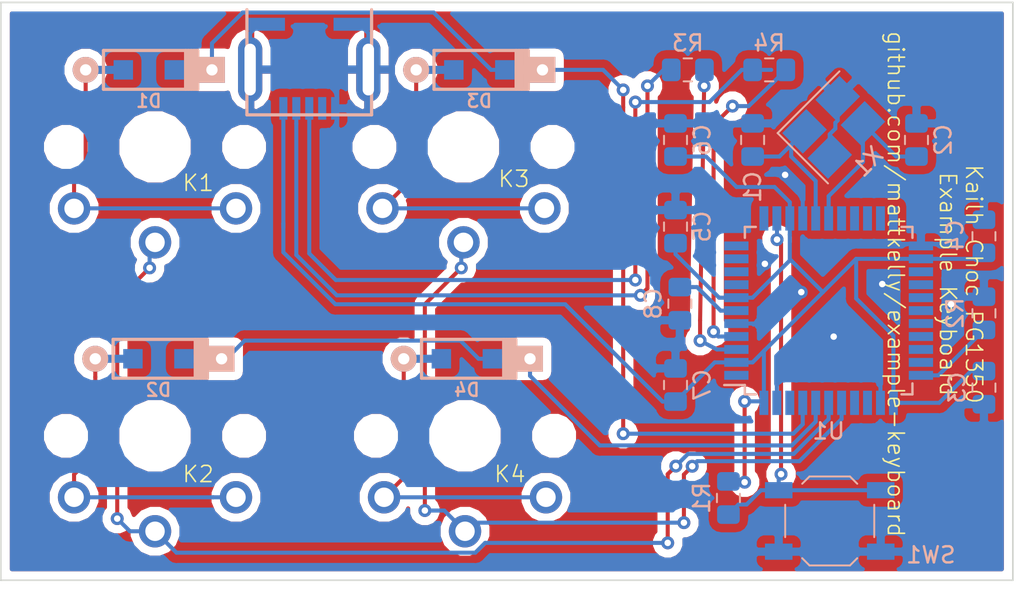
<source format=kicad_pcb>
(kicad_pcb (version 20171130) (host pcbnew "(5.0.2-5-10.14)")

  (general
    (thickness 1.6)
    (drawings 9)
    (tracks 228)
    (zones 0)
    (modules 24)
    (nets 43)
  )

  (page A4)
  (layers
    (0 F.Cu signal)
    (31 B.Cu signal)
    (32 B.Adhes user)
    (33 F.Adhes user)
    (34 B.Paste user)
    (35 F.Paste user)
    (36 B.SilkS user)
    (37 F.SilkS user)
    (38 B.Mask user)
    (39 F.Mask user)
    (40 Dwgs.User user)
    (41 Cmts.User user)
    (42 Eco1.User user)
    (43 Eco2.User user)
    (44 Edge.Cuts user)
    (45 Margin user)
    (46 B.CrtYd user)
    (47 F.CrtYd user)
    (48 B.Fab user)
    (49 F.Fab user)
  )

  (setup
    (last_trace_width 0.25)
    (trace_clearance 0.2)
    (zone_clearance 0.508)
    (zone_45_only no)
    (trace_min 0.1524)
    (segment_width 0.2)
    (edge_width 0.1)
    (via_size 0.8)
    (via_drill 0.4)
    (via_min_size 0.508)
    (via_min_drill 0.254)
    (uvia_size 0.3)
    (uvia_drill 0.1)
    (uvias_allowed no)
    (uvia_min_size 0.2)
    (uvia_min_drill 0.1)
    (pcb_text_width 0.3)
    (pcb_text_size 1.5 1.5)
    (mod_edge_width 0.15)
    (mod_text_size 1 1)
    (mod_text_width 0.15)
    (pad_size 1.5 1.5)
    (pad_drill 0.6)
    (pad_to_mask_clearance 0.0508)
    (solder_mask_min_width 0.25)
    (aux_axis_origin 0 0)
    (visible_elements FFFFFF7F)
    (pcbplotparams
      (layerselection 0x010fc_ffffffff)
      (usegerberextensions true)
      (usegerberattributes false)
      (usegerberadvancedattributes false)
      (creategerberjobfile false)
      (excludeedgelayer true)
      (linewidth 0.100000)
      (plotframeref false)
      (viasonmask false)
      (mode 1)
      (useauxorigin false)
      (hpglpennumber 1)
      (hpglpenspeed 20)
      (hpglpendiameter 15.000000)
      (psnegative false)
      (psa4output false)
      (plotreference true)
      (plotvalue true)
      (plotinvisibletext false)
      (padsonsilk false)
      (subtractmaskfromsilk false)
      (outputformat 1)
      (mirror false)
      (drillshape 0)
      (scaleselection 1)
      (outputdirectory "gerber/"))
  )

  (net 0 "")
  (net 1 "Net-(C1-Pad1)")
  (net 2 "Net-(C2-Pad1)")
  (net 3 VCC)
  (net 4 "Net-(D1-Pad2)")
  (net 5 /row0)
  (net 6 "Net-(D2-Pad2)")
  (net 7 /row1)
  (net 8 "Net-(D3-Pad2)")
  (net 9 "Net-(D4-Pad2)")
  (net 10 "Net-(J1-Pad2)")
  (net 11 "Net-(J1-Pad3)")
  (net 12 "Net-(J1-Pad4)")
  (net 13 /col0)
  (net 14 /col1)
  (net 15 "Net-(R3-Pad1)")
  (net 16 "Net-(R4-Pad1)")
  (net 17 "Net-(U1-Pad1)")
  (net 18 "Net-(U1-Pad8)")
  (net 19 "Net-(U1-Pad9)")
  (net 20 "Net-(U1-Pad10)")
  (net 21 "Net-(U1-Pad11)")
  (net 22 "Net-(U1-Pad12)")
  (net 23 "Net-(U1-Pad18)")
  (net 24 "Net-(U1-Pad19)")
  (net 25 "Net-(U1-Pad20)")
  (net 26 "Net-(U1-Pad21)")
  (net 27 "Net-(U1-Pad22)")
  (net 28 "Net-(U1-Pad25)")
  (net 29 "Net-(U1-Pad26)")
  (net 30 "Net-(U1-Pad27)")
  (net 31 "Net-(U1-Pad28)")
  (net 32 "Net-(U1-Pad29)")
  (net 33 "Net-(U1-Pad30)")
  (net 34 "Net-(U1-Pad31)")
  (net 35 "Net-(U1-Pad32)")
  (net 36 "Net-(U1-Pad36)")
  (net 37 "Net-(U1-Pad37)")
  (net 38 "Net-(U1-Pad42)")
  (net 39 GND)
  (net 40 "Net-(R2-Pad1)")
  (net 41 "Net-(C8-Pad1)")
  (net 42 "Net-(R1-Pad2)")

  (net_class Default "This is the default net class."
    (clearance 0.2)
    (trace_width 0.25)
    (via_dia 0.8)
    (via_drill 0.4)
    (uvia_dia 0.3)
    (uvia_drill 0.1)
    (add_net /col0)
    (add_net /col1)
    (add_net /row0)
    (add_net /row1)
    (add_net GND)
    (add_net "Net-(C1-Pad1)")
    (add_net "Net-(C2-Pad1)")
    (add_net "Net-(C8-Pad1)")
    (add_net "Net-(D1-Pad2)")
    (add_net "Net-(D2-Pad2)")
    (add_net "Net-(D3-Pad2)")
    (add_net "Net-(D4-Pad2)")
    (add_net "Net-(J1-Pad2)")
    (add_net "Net-(J1-Pad3)")
    (add_net "Net-(J1-Pad4)")
    (add_net "Net-(R1-Pad2)")
    (add_net "Net-(R2-Pad1)")
    (add_net "Net-(R3-Pad1)")
    (add_net "Net-(R4-Pad1)")
    (add_net "Net-(U1-Pad1)")
    (add_net "Net-(U1-Pad10)")
    (add_net "Net-(U1-Pad11)")
    (add_net "Net-(U1-Pad12)")
    (add_net "Net-(U1-Pad18)")
    (add_net "Net-(U1-Pad19)")
    (add_net "Net-(U1-Pad20)")
    (add_net "Net-(U1-Pad21)")
    (add_net "Net-(U1-Pad22)")
    (add_net "Net-(U1-Pad25)")
    (add_net "Net-(U1-Pad26)")
    (add_net "Net-(U1-Pad27)")
    (add_net "Net-(U1-Pad28)")
    (add_net "Net-(U1-Pad29)")
    (add_net "Net-(U1-Pad30)")
    (add_net "Net-(U1-Pad31)")
    (add_net "Net-(U1-Pad32)")
    (add_net "Net-(U1-Pad36)")
    (add_net "Net-(U1-Pad37)")
    (add_net "Net-(U1-Pad42)")
    (add_net "Net-(U1-Pad8)")
    (add_net "Net-(U1-Pad9)")
    (add_net VCC)
  )

  (module footprints:Kailh-PG1350-1u-reversible_NO_LED (layer F.Cu) (tedit 5BB90878) (tstamp 5C8E7F30)
    (at 122.730201 97.631332)
    (path /5C7DEA4E)
    (fp_text reference K4 (at 0 -7.14375 180) (layer Dwgs.User)
      (effects (font (size 1.27 1.524) (thickness 0.2032)))
    )
    (fp_text value KEYSW (at 0 -5.08 180) (layer F.SilkS) hide
      (effects (font (size 1.27 1.524) (thickness 0.2032)))
    )
    (fp_line (start 7.5 -7.5) (end 7.5 7.5) (layer Eco2.User) (width 0.1524))
    (fp_line (start -7.5 -7.5) (end 7.5 -7.5) (layer Eco2.User) (width 0.1524))
    (fp_line (start -7.5 7.5) (end -7.5 -7.5) (layer Eco2.User) (width 0.1524))
    (fp_line (start 7.5 7.5) (end -7.5 7.5) (layer Eco2.User) (width 0.1524))
    (fp_line (start 9 -8.5) (end 9 8.5) (layer Dwgs.User) (width 0.1524))
    (fp_line (start -9 -8.5) (end 9 -8.5) (layer Dwgs.User) (width 0.1524))
    (fp_line (start -9 8.5) (end -9 -8.5) (layer Dwgs.User) (width 0.1524))
    (fp_line (start 9 8.5) (end -9 8.5) (layer Dwgs.User) (width 0.1524))
    (fp_line (start 6.9 -6.9) (end 6.9 6.9) (layer Cmts.User) (width 0.1524))
    (fp_line (start -6.9 -6.9) (end 6.9 -6.9) (layer Cmts.User) (width 0.1524))
    (fp_line (start -6.9 6.9) (end -6.9 -6.9) (layer Cmts.User) (width 0.1524))
    (fp_line (start 6.9 6.9) (end -6.9 6.9) (layer Cmts.User) (width 0.1524))
    (pad "" np_thru_hole circle (at 5.5 0 180) (size 1.7 1.7) (drill 1.7) (layers *.Cu))
    (pad "" np_thru_hole circle (at -5.5 0 180) (size 1.7 1.7) (drill 1.7) (layers *.Cu))
    (pad 2 thru_hole circle (at -5 3.8 41.9) (size 2 2) (drill 1.2) (layers *.Cu *.Mask)
      (net 9 "Net-(D4-Pad2)"))
    (pad 1 thru_hole circle (at 0 5.9 180) (size 2 2) (drill 1.2) (layers *.Cu *.Mask)
      (net 14 /col1))
    (pad "" np_thru_hole circle (at 0 0 180) (size 3.4 3.4) (drill 3.4) (layers *.Cu))
    (pad 2 thru_hole circle (at 5 3.8 41.9) (size 2 2) (drill 1.2) (layers *.Cu *.Mask)
      (net 9 "Net-(D4-Pad2)"))
    (model /Users/danny/Documents/proj/custom-keyboard/kicad-libs/3d_models/mx-switch.wrl
      (offset (xyz 7.4675998878479 7.4675998878479 5.943599910736085))
      (scale (xyz 0.4 0.4 0.4))
      (rotate (xyz 270 0 180))
    )
    (model /Users/danny/Documents/proj/custom-keyboard/kicad-libs/3d_models/SA-R3-1u.wrl
      (offset (xyz 0 0 11.93799982070923))
      (scale (xyz 0.394 0.394 0.394))
      (rotate (xyz 270 0 0))
    )
  )

  (module footprints:Kailh-PG1350-1u-reversible_NO_LED (layer F.Cu) (tedit 5BB90878) (tstamp 5C8EB6F3)
    (at 122.634478 79.771942)
    (path /5C7DEA0C)
    (fp_text reference K3 (at 0 -7.14375 180) (layer Dwgs.User)
      (effects (font (size 1.27 1.524) (thickness 0.2032)))
    )
    (fp_text value KEYSW (at 0 -5.08 180) (layer F.SilkS) hide
      (effects (font (size 1.27 1.524) (thickness 0.2032)))
    )
    (fp_line (start 6.9 6.9) (end -6.9 6.9) (layer Cmts.User) (width 0.1524))
    (fp_line (start -6.9 6.9) (end -6.9 -6.9) (layer Cmts.User) (width 0.1524))
    (fp_line (start -6.9 -6.9) (end 6.9 -6.9) (layer Cmts.User) (width 0.1524))
    (fp_line (start 6.9 -6.9) (end 6.9 6.9) (layer Cmts.User) (width 0.1524))
    (fp_line (start 9 8.5) (end -9 8.5) (layer Dwgs.User) (width 0.1524))
    (fp_line (start -9 8.5) (end -9 -8.5) (layer Dwgs.User) (width 0.1524))
    (fp_line (start -9 -8.5) (end 9 -8.5) (layer Dwgs.User) (width 0.1524))
    (fp_line (start 9 -8.5) (end 9 8.5) (layer Dwgs.User) (width 0.1524))
    (fp_line (start 7.5 7.5) (end -7.5 7.5) (layer Eco2.User) (width 0.1524))
    (fp_line (start -7.5 7.5) (end -7.5 -7.5) (layer Eco2.User) (width 0.1524))
    (fp_line (start -7.5 -7.5) (end 7.5 -7.5) (layer Eco2.User) (width 0.1524))
    (fp_line (start 7.5 -7.5) (end 7.5 7.5) (layer Eco2.User) (width 0.1524))
    (pad 2 thru_hole circle (at 5 3.8 41.9) (size 2 2) (drill 1.2) (layers *.Cu *.Mask)
      (net 8 "Net-(D3-Pad2)"))
    (pad "" np_thru_hole circle (at 0 0 180) (size 3.4 3.4) (drill 3.4) (layers *.Cu))
    (pad 1 thru_hole circle (at 0 5.9 180) (size 2 2) (drill 1.2) (layers *.Cu *.Mask)
      (net 14 /col1))
    (pad 2 thru_hole circle (at -5 3.8 41.9) (size 2 2) (drill 1.2) (layers *.Cu *.Mask)
      (net 8 "Net-(D3-Pad2)"))
    (pad "" np_thru_hole circle (at -5.5 0 180) (size 1.7 1.7) (drill 1.7) (layers *.Cu))
    (pad "" np_thru_hole circle (at 5.5 0 180) (size 1.7 1.7) (drill 1.7) (layers *.Cu))
    (model /Users/danny/Documents/proj/custom-keyboard/kicad-libs/3d_models/mx-switch.wrl
      (offset (xyz 7.4675998878479 7.4675998878479 5.943599910736085))
      (scale (xyz 0.4 0.4 0.4))
      (rotate (xyz 270 0 180))
    )
    (model /Users/danny/Documents/proj/custom-keyboard/kicad-libs/3d_models/SA-R3-1u.wrl
      (offset (xyz 0 0 11.93799982070923))
      (scale (xyz 0.394 0.394 0.394))
      (rotate (xyz 270 0 0))
    )
  )

  (module footprints:Kailh-PG1350-1u-reversible_NO_LED (layer F.Cu) (tedit 5BB90878) (tstamp 5C8E7F06)
    (at 103.584462 97.631332)
    (path /5C7DE938)
    (fp_text reference K2 (at 0 -7.14375 180) (layer Dwgs.User)
      (effects (font (size 1.27 1.524) (thickness 0.2032)))
    )
    (fp_text value KEYSW (at 0 -5.08 180) (layer F.SilkS) hide
      (effects (font (size 1.27 1.524) (thickness 0.2032)))
    )
    (fp_line (start 7.5 -7.5) (end 7.5 7.5) (layer Eco2.User) (width 0.1524))
    (fp_line (start -7.5 -7.5) (end 7.5 -7.5) (layer Eco2.User) (width 0.1524))
    (fp_line (start -7.5 7.5) (end -7.5 -7.5) (layer Eco2.User) (width 0.1524))
    (fp_line (start 7.5 7.5) (end -7.5 7.5) (layer Eco2.User) (width 0.1524))
    (fp_line (start 9 -8.5) (end 9 8.5) (layer Dwgs.User) (width 0.1524))
    (fp_line (start -9 -8.5) (end 9 -8.5) (layer Dwgs.User) (width 0.1524))
    (fp_line (start -9 8.5) (end -9 -8.5) (layer Dwgs.User) (width 0.1524))
    (fp_line (start 9 8.5) (end -9 8.5) (layer Dwgs.User) (width 0.1524))
    (fp_line (start 6.9 -6.9) (end 6.9 6.9) (layer Cmts.User) (width 0.1524))
    (fp_line (start -6.9 -6.9) (end 6.9 -6.9) (layer Cmts.User) (width 0.1524))
    (fp_line (start -6.9 6.9) (end -6.9 -6.9) (layer Cmts.User) (width 0.1524))
    (fp_line (start 6.9 6.9) (end -6.9 6.9) (layer Cmts.User) (width 0.1524))
    (pad "" np_thru_hole circle (at 5.5 0 180) (size 1.7 1.7) (drill 1.7) (layers *.Cu))
    (pad "" np_thru_hole circle (at -5.5 0 180) (size 1.7 1.7) (drill 1.7) (layers *.Cu))
    (pad 2 thru_hole circle (at -5 3.8 41.9) (size 2 2) (drill 1.2) (layers *.Cu *.Mask)
      (net 6 "Net-(D2-Pad2)"))
    (pad 1 thru_hole circle (at 0 5.9 180) (size 2 2) (drill 1.2) (layers *.Cu *.Mask)
      (net 13 /col0))
    (pad "" np_thru_hole circle (at 0 0 180) (size 3.4 3.4) (drill 3.4) (layers *.Cu))
    (pad 2 thru_hole circle (at 5 3.8 41.9) (size 2 2) (drill 1.2) (layers *.Cu *.Mask)
      (net 6 "Net-(D2-Pad2)"))
    (model /Users/danny/Documents/proj/custom-keyboard/kicad-libs/3d_models/mx-switch.wrl
      (offset (xyz 7.4675998878479 7.4675998878479 5.943599910736085))
      (scale (xyz 0.4 0.4 0.4))
      (rotate (xyz 270 0 180))
    )
    (model /Users/danny/Documents/proj/custom-keyboard/kicad-libs/3d_models/SA-R3-1u.wrl
      (offset (xyz 0 0 11.93799982070923))
      (scale (xyz 0.394 0.394 0.394))
      (rotate (xyz 270 0 0))
    )
  )

  (module footprints:Kailh-PG1350-1u-reversible_NO_LED (layer F.Cu) (tedit 5BB90878) (tstamp 5C8E7EF1)
    (at 103.584462 79.771942)
    (path /5C803D6D)
    (fp_text reference K1 (at 0 -7.14375 180) (layer Dwgs.User)
      (effects (font (size 1.27 1.524) (thickness 0.2032)))
    )
    (fp_text value KEYSW (at 0 -5.08 180) (layer F.SilkS) hide
      (effects (font (size 1.27 1.524) (thickness 0.2032)))
    )
    (fp_line (start 6.9 6.9) (end -6.9 6.9) (layer Cmts.User) (width 0.1524))
    (fp_line (start -6.9 6.9) (end -6.9 -6.9) (layer Cmts.User) (width 0.1524))
    (fp_line (start -6.9 -6.9) (end 6.9 -6.9) (layer Cmts.User) (width 0.1524))
    (fp_line (start 6.9 -6.9) (end 6.9 6.9) (layer Cmts.User) (width 0.1524))
    (fp_line (start 9 8.5) (end -9 8.5) (layer Dwgs.User) (width 0.1524))
    (fp_line (start -9 8.5) (end -9 -8.5) (layer Dwgs.User) (width 0.1524))
    (fp_line (start -9 -8.5) (end 9 -8.5) (layer Dwgs.User) (width 0.1524))
    (fp_line (start 9 -8.5) (end 9 8.5) (layer Dwgs.User) (width 0.1524))
    (fp_line (start 7.5 7.5) (end -7.5 7.5) (layer Eco2.User) (width 0.1524))
    (fp_line (start -7.5 7.5) (end -7.5 -7.5) (layer Eco2.User) (width 0.1524))
    (fp_line (start -7.5 -7.5) (end 7.5 -7.5) (layer Eco2.User) (width 0.1524))
    (fp_line (start 7.5 -7.5) (end 7.5 7.5) (layer Eco2.User) (width 0.1524))
    (pad 2 thru_hole circle (at 5 3.8 41.9) (size 2 2) (drill 1.2) (layers *.Cu *.Mask)
      (net 4 "Net-(D1-Pad2)"))
    (pad "" np_thru_hole circle (at 0 0 180) (size 3.4 3.4) (drill 3.4) (layers *.Cu))
    (pad 1 thru_hole circle (at 0 5.9 180) (size 2 2) (drill 1.2) (layers *.Cu *.Mask)
      (net 13 /col0))
    (pad 2 thru_hole circle (at -5 3.8 41.9) (size 2 2) (drill 1.2) (layers *.Cu *.Mask)
      (net 4 "Net-(D1-Pad2)"))
    (pad "" np_thru_hole circle (at -5.5 0 180) (size 1.7 1.7) (drill 1.7) (layers *.Cu))
    (pad "" np_thru_hole circle (at 5.5 0 180) (size 1.7 1.7) (drill 1.7) (layers *.Cu))
    (model /Users/danny/Documents/proj/custom-keyboard/kicad-libs/3d_models/mx-switch.wrl
      (offset (xyz 7.4675998878479 7.4675998878479 5.943599910736085))
      (scale (xyz 0.4 0.4 0.4))
      (rotate (xyz 270 0 180))
    )
    (model /Users/danny/Documents/proj/custom-keyboard/kicad-libs/3d_models/SA-R3-1u.wrl
      (offset (xyz 0 0 11.93799982070923))
      (scale (xyz 0.394 0.394 0.394))
      (rotate (xyz 270 0 0))
    )
  )

  (module Capacitor_SMD:C_0805_2012Metric_Pad1.15x1.40mm_HandSolder (layer B.Cu) (tedit 5B36C52B) (tstamp 5C81A0E8)
    (at 140.493756 79.342186 90)
    (descr "Capacitor SMD 0805 (2012 Metric), square (rectangular) end terminal, IPC_7351 nominal with elongated pad for handsoldering. (Body size source: https://docs.google.com/spreadsheets/d/1BsfQQcO9C6DZCsRaXUlFlo91Tg2WpOkGARC1WS5S8t0/edit?usp=sharing), generated with kicad-footprint-generator")
    (tags "capacitor handsolder")
    (path /5C80B7DD)
    (attr smd)
    (fp_text reference C1 (at -2.907814 0.006244 90) (layer B.SilkS)
      (effects (font (size 1 1) (thickness 0.15)) (justify mirror))
    )
    (fp_text value 22p (at 0 -1.65 90) (layer B.Fab)
      (effects (font (size 1 1) (thickness 0.15)) (justify mirror))
    )
    (fp_text user %R (at 0 0 90) (layer B.Fab)
      (effects (font (size 0.5 0.5) (thickness 0.08)) (justify mirror))
    )
    (fp_line (start 1.85 -0.95) (end -1.85 -0.95) (layer B.CrtYd) (width 0.05))
    (fp_line (start 1.85 0.95) (end 1.85 -0.95) (layer B.CrtYd) (width 0.05))
    (fp_line (start -1.85 0.95) (end 1.85 0.95) (layer B.CrtYd) (width 0.05))
    (fp_line (start -1.85 -0.95) (end -1.85 0.95) (layer B.CrtYd) (width 0.05))
    (fp_line (start -0.261252 -0.71) (end 0.261252 -0.71) (layer B.SilkS) (width 0.12))
    (fp_line (start -0.261252 0.71) (end 0.261252 0.71) (layer B.SilkS) (width 0.12))
    (fp_line (start 1 -0.6) (end -1 -0.6) (layer B.Fab) (width 0.1))
    (fp_line (start 1 0.6) (end 1 -0.6) (layer B.Fab) (width 0.1))
    (fp_line (start -1 0.6) (end 1 0.6) (layer B.Fab) (width 0.1))
    (fp_line (start -1 -0.6) (end -1 0.6) (layer B.Fab) (width 0.1))
    (pad 2 smd roundrect (at 1.025 0 90) (size 1.15 1.4) (layers B.Cu B.Paste B.Mask) (roundrect_rratio 0.217391)
      (net 39 GND))
    (pad 1 smd roundrect (at -1.025 0 90) (size 1.15 1.4) (layers B.Cu B.Paste B.Mask) (roundrect_rratio 0.217391)
      (net 1 "Net-(C1-Pad1)"))
    (model ${KISYS3DMOD}/Capacitor_SMD.3dshapes/C_0805_2012Metric.wrl
      (at (xyz 0 0 0))
      (scale (xyz 1 1 1))
      (rotate (xyz 0 0 0))
    )
  )

  (module Capacitor_SMD:C_0805_2012Metric_Pad1.15x1.40mm_HandSolder (layer B.Cu) (tedit 5B36C52B) (tstamp 5C81A0F9)
    (at 150.614201 79.342186 90)
    (descr "Capacitor SMD 0805 (2012 Metric), square (rectangular) end terminal, IPC_7351 nominal with elongated pad for handsoldering. (Body size source: https://docs.google.com/spreadsheets/d/1BsfQQcO9C6DZCsRaXUlFlo91Tg2WpOkGARC1WS5S8t0/edit?usp=sharing), generated with kicad-footprint-generator")
    (tags "capacitor handsolder")
    (path /5C80B99B)
    (attr smd)
    (fp_text reference C2 (at 0 1.65 90) (layer B.SilkS)
      (effects (font (size 1 1) (thickness 0.15)) (justify mirror))
    )
    (fp_text value 22p (at 0 -1.65 90) (layer B.Fab)
      (effects (font (size 1 1) (thickness 0.15)) (justify mirror))
    )
    (fp_line (start -1 -0.6) (end -1 0.6) (layer B.Fab) (width 0.1))
    (fp_line (start -1 0.6) (end 1 0.6) (layer B.Fab) (width 0.1))
    (fp_line (start 1 0.6) (end 1 -0.6) (layer B.Fab) (width 0.1))
    (fp_line (start 1 -0.6) (end -1 -0.6) (layer B.Fab) (width 0.1))
    (fp_line (start -0.261252 0.71) (end 0.261252 0.71) (layer B.SilkS) (width 0.12))
    (fp_line (start -0.261252 -0.71) (end 0.261252 -0.71) (layer B.SilkS) (width 0.12))
    (fp_line (start -1.85 -0.95) (end -1.85 0.95) (layer B.CrtYd) (width 0.05))
    (fp_line (start -1.85 0.95) (end 1.85 0.95) (layer B.CrtYd) (width 0.05))
    (fp_line (start 1.85 0.95) (end 1.85 -0.95) (layer B.CrtYd) (width 0.05))
    (fp_line (start 1.85 -0.95) (end -1.85 -0.95) (layer B.CrtYd) (width 0.05))
    (fp_text user %R (at 0 0 90) (layer B.Fab)
      (effects (font (size 0.5 0.5) (thickness 0.08)) (justify mirror))
    )
    (pad 1 smd roundrect (at -1.025 0 90) (size 1.15 1.4) (layers B.Cu B.Paste B.Mask) (roundrect_rratio 0.217391)
      (net 2 "Net-(C2-Pad1)"))
    (pad 2 smd roundrect (at 1.025 0 90) (size 1.15 1.4) (layers B.Cu B.Paste B.Mask) (roundrect_rratio 0.217391)
      (net 39 GND))
    (model ${KISYS3DMOD}/Capacitor_SMD.3dshapes/C_0805_2012Metric.wrl
      (at (xyz 0 0 0))
      (scale (xyz 1 1 1))
      (rotate (xyz 0 0 0))
    )
  )

  (module Capacitor_SMD:C_0805_2012Metric_Pad1.15x1.40mm_HandSolder (layer B.Cu) (tedit 5B36C52B) (tstamp 5C81A10A)
    (at 154.781256 94.654686 270)
    (descr "Capacitor SMD 0805 (2012 Metric), square (rectangular) end terminal, IPC_7351 nominal with elongated pad for handsoldering. (Body size source: https://docs.google.com/spreadsheets/d/1BsfQQcO9C6DZCsRaXUlFlo91Tg2WpOkGARC1WS5S8t0/edit?usp=sharing), generated with kicad-footprint-generator")
    (tags "capacitor handsolder")
    (path /5C7DDD8B)
    (attr smd)
    (fp_text reference C3 (at 0 1.65 270) (layer B.SilkS)
      (effects (font (size 1 1) (thickness 0.15)) (justify mirror))
    )
    (fp_text value 0.1u (at 0 -1.65 270) (layer B.Fab)
      (effects (font (size 1 1) (thickness 0.15)) (justify mirror))
    )
    (fp_line (start -1 -0.6) (end -1 0.6) (layer B.Fab) (width 0.1))
    (fp_line (start -1 0.6) (end 1 0.6) (layer B.Fab) (width 0.1))
    (fp_line (start 1 0.6) (end 1 -0.6) (layer B.Fab) (width 0.1))
    (fp_line (start 1 -0.6) (end -1 -0.6) (layer B.Fab) (width 0.1))
    (fp_line (start -0.261252 0.71) (end 0.261252 0.71) (layer B.SilkS) (width 0.12))
    (fp_line (start -0.261252 -0.71) (end 0.261252 -0.71) (layer B.SilkS) (width 0.12))
    (fp_line (start -1.85 -0.95) (end -1.85 0.95) (layer B.CrtYd) (width 0.05))
    (fp_line (start -1.85 0.95) (end 1.85 0.95) (layer B.CrtYd) (width 0.05))
    (fp_line (start 1.85 0.95) (end 1.85 -0.95) (layer B.CrtYd) (width 0.05))
    (fp_line (start 1.85 -0.95) (end -1.85 -0.95) (layer B.CrtYd) (width 0.05))
    (fp_text user %R (at 0 0 270) (layer B.Fab)
      (effects (font (size 0.5 0.5) (thickness 0.08)) (justify mirror))
    )
    (pad 1 smd roundrect (at -1.025 0 270) (size 1.15 1.4) (layers B.Cu B.Paste B.Mask) (roundrect_rratio 0.217391)
      (net 3 VCC))
    (pad 2 smd roundrect (at 1.025 0 270) (size 1.15 1.4) (layers B.Cu B.Paste B.Mask) (roundrect_rratio 0.217391)
      (net 39 GND))
    (model ${KISYS3DMOD}/Capacitor_SMD.3dshapes/C_0805_2012Metric.wrl
      (at (xyz 0 0 0))
      (scale (xyz 1 1 1))
      (rotate (xyz 0 0 0))
    )
  )

  (module Capacitor_SMD:C_0805_2012Metric_Pad1.15x1.40mm_HandSolder (layer B.Cu) (tedit 5B36C52B) (tstamp 5C81A11B)
    (at 154.781256 85.295382 90)
    (descr "Capacitor SMD 0805 (2012 Metric), square (rectangular) end terminal, IPC_7351 nominal with elongated pad for handsoldering. (Body size source: https://docs.google.com/spreadsheets/d/1BsfQQcO9C6DZCsRaXUlFlo91Tg2WpOkGARC1WS5S8t0/edit?usp=sharing), generated with kicad-footprint-generator")
    (tags "capacitor handsolder")
    (path /5C7DDDB0)
    (attr smd)
    (fp_text reference C4 (at 0.045382 -1.781256 90) (layer B.SilkS)
      (effects (font (size 1 1) (thickness 0.15)) (justify mirror))
    )
    (fp_text value 0.1u (at 0 -1.65 90) (layer B.Fab)
      (effects (font (size 1 1) (thickness 0.15)) (justify mirror))
    )
    (fp_text user %R (at 0 0 90) (layer B.Fab)
      (effects (font (size 0.5 0.5) (thickness 0.08)) (justify mirror))
    )
    (fp_line (start 1.85 -0.95) (end -1.85 -0.95) (layer B.CrtYd) (width 0.05))
    (fp_line (start 1.85 0.95) (end 1.85 -0.95) (layer B.CrtYd) (width 0.05))
    (fp_line (start -1.85 0.95) (end 1.85 0.95) (layer B.CrtYd) (width 0.05))
    (fp_line (start -1.85 -0.95) (end -1.85 0.95) (layer B.CrtYd) (width 0.05))
    (fp_line (start -0.261252 -0.71) (end 0.261252 -0.71) (layer B.SilkS) (width 0.12))
    (fp_line (start -0.261252 0.71) (end 0.261252 0.71) (layer B.SilkS) (width 0.12))
    (fp_line (start 1 -0.6) (end -1 -0.6) (layer B.Fab) (width 0.1))
    (fp_line (start 1 0.6) (end 1 -0.6) (layer B.Fab) (width 0.1))
    (fp_line (start -1 0.6) (end 1 0.6) (layer B.Fab) (width 0.1))
    (fp_line (start -1 -0.6) (end -1 0.6) (layer B.Fab) (width 0.1))
    (pad 2 smd roundrect (at 1.025 0 90) (size 1.15 1.4) (layers B.Cu B.Paste B.Mask) (roundrect_rratio 0.217391)
      (net 39 GND))
    (pad 1 smd roundrect (at -1.025 0 90) (size 1.15 1.4) (layers B.Cu B.Paste B.Mask) (roundrect_rratio 0.217391)
      (net 3 VCC))
    (model ${KISYS3DMOD}/Capacitor_SMD.3dshapes/C_0805_2012Metric.wrl
      (at (xyz 0 0 0))
      (scale (xyz 1 1 1))
      (rotate (xyz 0 0 0))
    )
  )

  (module Capacitor_SMD:C_0805_2012Metric_Pad1.15x1.40mm_HandSolder (layer B.Cu) (tedit 5B36C52B) (tstamp 5C81A12C)
    (at 135.731256 84.700069 90)
    (descr "Capacitor SMD 0805 (2012 Metric), square (rectangular) end terminal, IPC_7351 nominal with elongated pad for handsoldering. (Body size source: https://docs.google.com/spreadsheets/d/1BsfQQcO9C6DZCsRaXUlFlo91Tg2WpOkGARC1WS5S8t0/edit?usp=sharing), generated with kicad-footprint-generator")
    (tags "capacitor handsolder")
    (path /5C7DE37F)
    (attr smd)
    (fp_text reference C5 (at 0 1.65 90) (layer B.SilkS)
      (effects (font (size 1 1) (thickness 0.15)) (justify mirror))
    )
    (fp_text value 0.1u (at 0 -1.65 90) (layer B.Fab)
      (effects (font (size 1 1) (thickness 0.15)) (justify mirror))
    )
    (fp_line (start -1 -0.6) (end -1 0.6) (layer B.Fab) (width 0.1))
    (fp_line (start -1 0.6) (end 1 0.6) (layer B.Fab) (width 0.1))
    (fp_line (start 1 0.6) (end 1 -0.6) (layer B.Fab) (width 0.1))
    (fp_line (start 1 -0.6) (end -1 -0.6) (layer B.Fab) (width 0.1))
    (fp_line (start -0.261252 0.71) (end 0.261252 0.71) (layer B.SilkS) (width 0.12))
    (fp_line (start -0.261252 -0.71) (end 0.261252 -0.71) (layer B.SilkS) (width 0.12))
    (fp_line (start -1.85 -0.95) (end -1.85 0.95) (layer B.CrtYd) (width 0.05))
    (fp_line (start -1.85 0.95) (end 1.85 0.95) (layer B.CrtYd) (width 0.05))
    (fp_line (start 1.85 0.95) (end 1.85 -0.95) (layer B.CrtYd) (width 0.05))
    (fp_line (start 1.85 -0.95) (end -1.85 -0.95) (layer B.CrtYd) (width 0.05))
    (fp_text user %R (at 0 0 90) (layer B.Fab)
      (effects (font (size 0.5 0.5) (thickness 0.08)) (justify mirror))
    )
    (pad 1 smd roundrect (at -1.025 0 90) (size 1.15 1.4) (layers B.Cu B.Paste B.Mask) (roundrect_rratio 0.217391)
      (net 3 VCC))
    (pad 2 smd roundrect (at 1.025 0 90) (size 1.15 1.4) (layers B.Cu B.Paste B.Mask) (roundrect_rratio 0.217391)
      (net 39 GND))
    (model ${KISYS3DMOD}/Capacitor_SMD.3dshapes/C_0805_2012Metric.wrl
      (at (xyz 0 0 0))
      (scale (xyz 1 1 1))
      (rotate (xyz 0 0 0))
    )
  )

  (module Capacitor_SMD:C_0805_2012Metric_Pad1.15x1.40mm_HandSolder (layer B.Cu) (tedit 5B36C52B) (tstamp 5C81A13D)
    (at 135.731256 79.342186 90)
    (descr "Capacitor SMD 0805 (2012 Metric), square (rectangular) end terminal, IPC_7351 nominal with elongated pad for handsoldering. (Body size source: https://docs.google.com/spreadsheets/d/1BsfQQcO9C6DZCsRaXUlFlo91Tg2WpOkGARC1WS5S8t0/edit?usp=sharing), generated with kicad-footprint-generator")
    (tags "capacitor handsolder")
    (path /5C7DE3C3)
    (attr smd)
    (fp_text reference C6 (at 0 1.65 90) (layer B.SilkS)
      (effects (font (size 1 1) (thickness 0.15)) (justify mirror))
    )
    (fp_text value 0.1u (at 0 -1.65 90) (layer B.Fab)
      (effects (font (size 1 1) (thickness 0.15)) (justify mirror))
    )
    (fp_text user %R (at 0 0 90) (layer B.Fab)
      (effects (font (size 0.5 0.5) (thickness 0.08)) (justify mirror))
    )
    (fp_line (start 1.85 -0.95) (end -1.85 -0.95) (layer B.CrtYd) (width 0.05))
    (fp_line (start 1.85 0.95) (end 1.85 -0.95) (layer B.CrtYd) (width 0.05))
    (fp_line (start -1.85 0.95) (end 1.85 0.95) (layer B.CrtYd) (width 0.05))
    (fp_line (start -1.85 -0.95) (end -1.85 0.95) (layer B.CrtYd) (width 0.05))
    (fp_line (start -0.261252 -0.71) (end 0.261252 -0.71) (layer B.SilkS) (width 0.12))
    (fp_line (start -0.261252 0.71) (end 0.261252 0.71) (layer B.SilkS) (width 0.12))
    (fp_line (start 1 -0.6) (end -1 -0.6) (layer B.Fab) (width 0.1))
    (fp_line (start 1 0.6) (end 1 -0.6) (layer B.Fab) (width 0.1))
    (fp_line (start -1 0.6) (end 1 0.6) (layer B.Fab) (width 0.1))
    (fp_line (start -1 -0.6) (end -1 0.6) (layer B.Fab) (width 0.1))
    (pad 2 smd roundrect (at 1.025 0 90) (size 1.15 1.4) (layers B.Cu B.Paste B.Mask) (roundrect_rratio 0.217391)
      (net 39 GND))
    (pad 1 smd roundrect (at -1.025 0 90) (size 1.15 1.4) (layers B.Cu B.Paste B.Mask) (roundrect_rratio 0.217391)
      (net 3 VCC))
    (model ${KISYS3DMOD}/Capacitor_SMD.3dshapes/C_0805_2012Metric.wrl
      (at (xyz 0 0 0))
      (scale (xyz 1 1 1))
      (rotate (xyz 0 0 0))
    )
  )

  (module Capacitor_SMD:C_0805_2012Metric_Pad1.15x1.40mm_HandSolder (layer B.Cu) (tedit 5B36C52B) (tstamp 5C81A14E)
    (at 135.731376 94.489138 90)
    (descr "Capacitor SMD 0805 (2012 Metric), square (rectangular) end terminal, IPC_7351 nominal with elongated pad for handsoldering. (Body size source: https://docs.google.com/spreadsheets/d/1BsfQQcO9C6DZCsRaXUlFlo91Tg2WpOkGARC1WS5S8t0/edit?usp=sharing), generated with kicad-footprint-generator")
    (tags "capacitor handsolder")
    (path /5C7DE47D)
    (attr smd)
    (fp_text reference C7 (at 0 1.65 90) (layer B.SilkS)
      (effects (font (size 1 1) (thickness 0.15)) (justify mirror))
    )
    (fp_text value 4.7u (at 0 -1.65 90) (layer B.Fab)
      (effects (font (size 1 1) (thickness 0.15)) (justify mirror))
    )
    (fp_line (start -1 -0.6) (end -1 0.6) (layer B.Fab) (width 0.1))
    (fp_line (start -1 0.6) (end 1 0.6) (layer B.Fab) (width 0.1))
    (fp_line (start 1 0.6) (end 1 -0.6) (layer B.Fab) (width 0.1))
    (fp_line (start 1 -0.6) (end -1 -0.6) (layer B.Fab) (width 0.1))
    (fp_line (start -0.261252 0.71) (end 0.261252 0.71) (layer B.SilkS) (width 0.12))
    (fp_line (start -0.261252 -0.71) (end 0.261252 -0.71) (layer B.SilkS) (width 0.12))
    (fp_line (start -1.85 -0.95) (end -1.85 0.95) (layer B.CrtYd) (width 0.05))
    (fp_line (start -1.85 0.95) (end 1.85 0.95) (layer B.CrtYd) (width 0.05))
    (fp_line (start 1.85 0.95) (end 1.85 -0.95) (layer B.CrtYd) (width 0.05))
    (fp_line (start 1.85 -0.95) (end -1.85 -0.95) (layer B.CrtYd) (width 0.05))
    (fp_text user %R (at 0 0 90) (layer B.Fab)
      (effects (font (size 0.5 0.5) (thickness 0.08)) (justify mirror))
    )
    (pad 1 smd roundrect (at -1.025 0 90) (size 1.15 1.4) (layers B.Cu B.Paste B.Mask) (roundrect_rratio 0.217391)
      (net 3 VCC))
    (pad 2 smd roundrect (at 1.025 0 90) (size 1.15 1.4) (layers B.Cu B.Paste B.Mask) (roundrect_rratio 0.217391)
      (net 39 GND))
    (model ${KISYS3DMOD}/Capacitor_SMD.3dshapes/C_0805_2012Metric.wrl
      (at (xyz 0 0 0))
      (scale (xyz 1 1 1))
      (rotate (xyz 0 0 0))
    )
  )

  (module Capacitor_SMD:C_0805_2012Metric_Pad1.15x1.40mm_HandSolder (layer B.Cu) (tedit 5B36C52B) (tstamp 5C81A15F)
    (at 136 89.462573 270)
    (descr "Capacitor SMD 0805 (2012 Metric), square (rectangular) end terminal, IPC_7351 nominal with elongated pad for handsoldering. (Body size source: https://docs.google.com/spreadsheets/d/1BsfQQcO9C6DZCsRaXUlFlo91Tg2WpOkGARC1WS5S8t0/edit?usp=sharing), generated with kicad-footprint-generator")
    (tags "capacitor handsolder")
    (path /5C7E659B)
    (attr smd)
    (fp_text reference C8 (at 0 1.65 270) (layer B.SilkS)
      (effects (font (size 1 1) (thickness 0.15)) (justify mirror))
    )
    (fp_text value 1u (at 0 -1.65 270) (layer B.Fab)
      (effects (font (size 1 1) (thickness 0.15)) (justify mirror))
    )
    (fp_text user %R (at 0 0 270) (layer B.Fab)
      (effects (font (size 0.5 0.5) (thickness 0.08)) (justify mirror))
    )
    (fp_line (start 1.85 -0.95) (end -1.85 -0.95) (layer B.CrtYd) (width 0.05))
    (fp_line (start 1.85 0.95) (end 1.85 -0.95) (layer B.CrtYd) (width 0.05))
    (fp_line (start -1.85 0.95) (end 1.85 0.95) (layer B.CrtYd) (width 0.05))
    (fp_line (start -1.85 -0.95) (end -1.85 0.95) (layer B.CrtYd) (width 0.05))
    (fp_line (start -0.261252 -0.71) (end 0.261252 -0.71) (layer B.SilkS) (width 0.12))
    (fp_line (start -0.261252 0.71) (end 0.261252 0.71) (layer B.SilkS) (width 0.12))
    (fp_line (start 1 -0.6) (end -1 -0.6) (layer B.Fab) (width 0.1))
    (fp_line (start 1 0.6) (end 1 -0.6) (layer B.Fab) (width 0.1))
    (fp_line (start -1 0.6) (end 1 0.6) (layer B.Fab) (width 0.1))
    (fp_line (start -1 -0.6) (end -1 0.6) (layer B.Fab) (width 0.1))
    (pad 2 smd roundrect (at 1.025 0 270) (size 1.15 1.4) (layers B.Cu B.Paste B.Mask) (roundrect_rratio 0.217391)
      (net 39 GND))
    (pad 1 smd roundrect (at -1.025 0 270) (size 1.15 1.4) (layers B.Cu B.Paste B.Mask) (roundrect_rratio 0.217391)
      (net 41 "Net-(C8-Pad1)"))
    (model ${KISYS3DMOD}/Capacitor_SMD.3dshapes/C_0805_2012Metric.wrl
      (at (xyz 0 0 0))
      (scale (xyz 1 1 1))
      (rotate (xyz 0 0 0))
    )
  )

  (module keyboard_parts:D_SOD123_axial (layer B.Cu) (tedit 561B6A12) (tstamp 5C81A172)
    (at 103.199912 75.009312 180)
    (path /5C7DEC80)
    (attr smd)
    (fp_text reference D1 (at 0 -1.925 180) (layer B.SilkS)
      (effects (font (size 0.8 0.8) (thickness 0.15)) (justify mirror))
    )
    (fp_text value D (at 0 1.925 180) (layer B.SilkS) hide
      (effects (font (size 0.8 0.8) (thickness 0.15)) (justify mirror))
    )
    (fp_line (start -2.275 1.2) (end -2.275 -1.2) (layer B.SilkS) (width 0.2))
    (fp_line (start -2.45 1.2) (end -2.45 -1.2) (layer B.SilkS) (width 0.2))
    (fp_line (start -2.625 1.2) (end -2.625 -1.2) (layer B.SilkS) (width 0.2))
    (fp_line (start -3.025 -1.2) (end -3.025 1.2) (layer B.SilkS) (width 0.2))
    (fp_line (start -2.8 1.2) (end -2.8 -1.2) (layer B.SilkS) (width 0.2))
    (fp_line (start -2.925 1.2) (end -2.925 -1.2) (layer B.SilkS) (width 0.2))
    (fp_line (start -3 1.2) (end 2.8 1.2) (layer B.SilkS) (width 0.2))
    (fp_line (start 2.8 1.2) (end 2.8 -1.2) (layer B.SilkS) (width 0.2))
    (fp_line (start 2.8 -1.2) (end -3 -1.2) (layer B.SilkS) (width 0.2))
    (pad 2 smd rect (at 1.575 0 180) (size 1.2 1.2) (layers B.Cu B.Paste B.Mask)
      (net 4 "Net-(D1-Pad2)"))
    (pad 1 smd rect (at -1.575 0 180) (size 1.2 1.2) (layers B.Cu B.Paste B.Mask)
      (net 5 /row0))
    (pad 1 thru_hole rect (at -3.9 0 180) (size 1.6 1.6) (drill 0.7) (layers *.Cu *.Mask B.SilkS)
      (net 5 /row0))
    (pad 2 thru_hole circle (at 3.9 0 180) (size 1.6 1.6) (drill 0.7) (layers *.Cu *.Mask B.SilkS)
      (net 4 "Net-(D1-Pad2)"))
    (pad 1 smd rect (at -2.7 0 180) (size 2.5 0.5) (layers B.Cu)
      (net 5 /row0) (solder_mask_margin -999))
    (pad 2 smd rect (at 2.7 0 180) (size 2.5 0.5) (layers B.Cu)
      (net 4 "Net-(D1-Pad2)") (solder_mask_margin -999))
  )

  (module keyboard_parts:D_SOD123_axial (layer B.Cu) (tedit 561B6A12) (tstamp 5C81A185)
    (at 103.795224 92.868672 180)
    (path /5C7E2D6E)
    (attr smd)
    (fp_text reference D2 (at 0 -1.925 180) (layer B.SilkS)
      (effects (font (size 0.8 0.8) (thickness 0.15)) (justify mirror))
    )
    (fp_text value D (at 0 1.925 180) (layer B.SilkS) hide
      (effects (font (size 0.8 0.8) (thickness 0.15)) (justify mirror))
    )
    (fp_line (start -2.275 1.2) (end -2.275 -1.2) (layer B.SilkS) (width 0.2))
    (fp_line (start -2.45 1.2) (end -2.45 -1.2) (layer B.SilkS) (width 0.2))
    (fp_line (start -2.625 1.2) (end -2.625 -1.2) (layer B.SilkS) (width 0.2))
    (fp_line (start -3.025 -1.2) (end -3.025 1.2) (layer B.SilkS) (width 0.2))
    (fp_line (start -2.8 1.2) (end -2.8 -1.2) (layer B.SilkS) (width 0.2))
    (fp_line (start -2.925 1.2) (end -2.925 -1.2) (layer B.SilkS) (width 0.2))
    (fp_line (start -3 1.2) (end 2.8 1.2) (layer B.SilkS) (width 0.2))
    (fp_line (start 2.8 1.2) (end 2.8 -1.2) (layer B.SilkS) (width 0.2))
    (fp_line (start 2.8 -1.2) (end -3 -1.2) (layer B.SilkS) (width 0.2))
    (pad 2 smd rect (at 1.575 0 180) (size 1.2 1.2) (layers B.Cu B.Paste B.Mask)
      (net 6 "Net-(D2-Pad2)"))
    (pad 1 smd rect (at -1.575 0 180) (size 1.2 1.2) (layers B.Cu B.Paste B.Mask)
      (net 7 /row1))
    (pad 1 thru_hole rect (at -3.9 0 180) (size 1.6 1.6) (drill 0.7) (layers *.Cu *.Mask B.SilkS)
      (net 7 /row1))
    (pad 2 thru_hole circle (at 3.9 0 180) (size 1.6 1.6) (drill 0.7) (layers *.Cu *.Mask B.SilkS)
      (net 6 "Net-(D2-Pad2)"))
    (pad 1 smd rect (at -2.7 0 180) (size 2.5 0.5) (layers B.Cu)
      (net 7 /row1) (solder_mask_margin -999))
    (pad 2 smd rect (at 2.7 0 180) (size 2.5 0.5) (layers B.Cu)
      (net 6 "Net-(D2-Pad2)") (solder_mask_margin -999))
  )

  (module keyboard_parts:D_SOD123_axial (layer B.Cu) (tedit 561B6A12) (tstamp 5C81A198)
    (at 123.61396 75.009312 180)
    (path /5C7E2D14)
    (attr smd)
    (fp_text reference D3 (at 0 -1.925 180) (layer B.SilkS)
      (effects (font (size 0.8 0.8) (thickness 0.15)) (justify mirror))
    )
    (fp_text value D (at 0 1.925 180) (layer B.SilkS) hide
      (effects (font (size 0.8 0.8) (thickness 0.15)) (justify mirror))
    )
    (fp_line (start 2.8 -1.2) (end -3 -1.2) (layer B.SilkS) (width 0.2))
    (fp_line (start 2.8 1.2) (end 2.8 -1.2) (layer B.SilkS) (width 0.2))
    (fp_line (start -3 1.2) (end 2.8 1.2) (layer B.SilkS) (width 0.2))
    (fp_line (start -2.925 1.2) (end -2.925 -1.2) (layer B.SilkS) (width 0.2))
    (fp_line (start -2.8 1.2) (end -2.8 -1.2) (layer B.SilkS) (width 0.2))
    (fp_line (start -3.025 -1.2) (end -3.025 1.2) (layer B.SilkS) (width 0.2))
    (fp_line (start -2.625 1.2) (end -2.625 -1.2) (layer B.SilkS) (width 0.2))
    (fp_line (start -2.45 1.2) (end -2.45 -1.2) (layer B.SilkS) (width 0.2))
    (fp_line (start -2.275 1.2) (end -2.275 -1.2) (layer B.SilkS) (width 0.2))
    (pad 2 smd rect (at 2.7 0 180) (size 2.5 0.5) (layers B.Cu)
      (net 8 "Net-(D3-Pad2)") (solder_mask_margin -999))
    (pad 1 smd rect (at -2.7 0 180) (size 2.5 0.5) (layers B.Cu)
      (net 5 /row0) (solder_mask_margin -999))
    (pad 2 thru_hole circle (at 3.9 0 180) (size 1.6 1.6) (drill 0.7) (layers *.Cu *.Mask B.SilkS)
      (net 8 "Net-(D3-Pad2)"))
    (pad 1 thru_hole rect (at -3.9 0 180) (size 1.6 1.6) (drill 0.7) (layers *.Cu *.Mask B.SilkS)
      (net 5 /row0))
    (pad 1 smd rect (at -1.575 0 180) (size 1.2 1.2) (layers B.Cu B.Paste B.Mask)
      (net 5 /row0))
    (pad 2 smd rect (at 1.575 0 180) (size 1.2 1.2) (layers B.Cu B.Paste B.Mask)
      (net 8 "Net-(D3-Pad2)"))
  )

  (module keyboard_parts:D_SOD123_axial (layer B.Cu) (tedit 561B6A12) (tstamp 5C81A1AB)
    (at 122.845208 92.868672 180)
    (path /5C7E2DBC)
    (attr smd)
    (fp_text reference D4 (at 0 -1.925 180) (layer B.SilkS)
      (effects (font (size 0.8 0.8) (thickness 0.15)) (justify mirror))
    )
    (fp_text value D (at 0 1.925 180) (layer B.SilkS) hide
      (effects (font (size 0.8 0.8) (thickness 0.15)) (justify mirror))
    )
    (fp_line (start 2.8 -1.2) (end -3 -1.2) (layer B.SilkS) (width 0.2))
    (fp_line (start 2.8 1.2) (end 2.8 -1.2) (layer B.SilkS) (width 0.2))
    (fp_line (start -3 1.2) (end 2.8 1.2) (layer B.SilkS) (width 0.2))
    (fp_line (start -2.925 1.2) (end -2.925 -1.2) (layer B.SilkS) (width 0.2))
    (fp_line (start -2.8 1.2) (end -2.8 -1.2) (layer B.SilkS) (width 0.2))
    (fp_line (start -3.025 -1.2) (end -3.025 1.2) (layer B.SilkS) (width 0.2))
    (fp_line (start -2.625 1.2) (end -2.625 -1.2) (layer B.SilkS) (width 0.2))
    (fp_line (start -2.45 1.2) (end -2.45 -1.2) (layer B.SilkS) (width 0.2))
    (fp_line (start -2.275 1.2) (end -2.275 -1.2) (layer B.SilkS) (width 0.2))
    (pad 2 smd rect (at 2.7 0 180) (size 2.5 0.5) (layers B.Cu)
      (net 9 "Net-(D4-Pad2)") (solder_mask_margin -999))
    (pad 1 smd rect (at -2.7 0 180) (size 2.5 0.5) (layers B.Cu)
      (net 7 /row1) (solder_mask_margin -999))
    (pad 2 thru_hole circle (at 3.9 0 180) (size 1.6 1.6) (drill 0.7) (layers *.Cu *.Mask B.SilkS)
      (net 9 "Net-(D4-Pad2)"))
    (pad 1 thru_hole rect (at -3.9 0 180) (size 1.6 1.6) (drill 0.7) (layers *.Cu *.Mask B.SilkS)
      (net 7 /row1))
    (pad 1 smd rect (at -1.575 0 180) (size 1.2 1.2) (layers B.Cu B.Paste B.Mask)
      (net 7 /row1))
    (pad 2 smd rect (at 1.575 0 180) (size 1.2 1.2) (layers B.Cu B.Paste B.Mask)
      (net 9 "Net-(D4-Pad2)"))
  )

  (module keyboard_parts:USB_miniB_hirose_5S8 (layer B.Cu) (tedit 5950B1FC) (tstamp 5C81A1C0)
    (at 113.10947 77.39069)
    (descr "USB miniB hirose UX60SC-MB-5S8")
    (tags "USB miniB hirose through hole UX60SC-MB-5S8")
    (path /5C7E17D2)
    (fp_text reference J1 (at 0 -2.45) (layer B.SilkS) hide
      (effects (font (size 0.8128 0.8128) (thickness 0.2032)) (justify mirror))
    )
    (fp_text value USB_mini_micro_B (at 0 -7.95) (layer Dwgs.User) hide
      (effects (font (size 1.524 1.524) (thickness 0.3048)))
    )
    (fp_line (start 3.85 0.4) (end 3.85 -6.1) (layer B.SilkS) (width 0.2))
    (fp_line (start -3.85 0.4) (end -3.85 -6.1) (layer B.SilkS) (width 0.2))
    (fp_line (start -3.85 0.4) (end 3.85 0.4) (layer B.SilkS) (width 0.2))
    (fp_line (start -1 -6.1) (end 1 -6.1) (layer Dwgs.User) (width 0.2))
    (fp_line (start -3.85 -6.6) (end -3.85 -5.7) (layer Dwgs.User) (width 0.2))
    (fp_line (start 3.85 -6.6) (end 3.85 -5.7) (layer Dwgs.User) (width 0.2))
    (fp_text user "PCB edge" (at -0.05 -5.35) (layer Dwgs.User) hide
      (effects (font (size 0.5 0.5) (thickness 0.125)))
    )
    (fp_line (start -3.85 -6.6) (end 3.85 -6.6) (layer Dwgs.User) (width 0.2))
    (pad 6 smd rect (at 2.675 -5.2) (size 2.35 0.8) (layers B.Cu B.Paste B.Mask)
      (net 39 GND))
    (pad 6 smd rect (at -2.675 -5.2) (size 2.35 0.8) (layers B.Cu B.Paste B.Mask)
      (net 39 GND))
    (pad 1 smd rect (at -1.6 0) (size 0.5 1.4) (layers B.Cu B.Paste B.Mask)
      (net 3 VCC))
    (pad 2 smd rect (at -0.8 0) (size 0.5 1.4) (layers B.Cu B.Paste B.Mask)
      (net 10 "Net-(J1-Pad2)"))
    (pad 3 smd rect (at 0 0) (size 0.5 1.4) (layers B.Cu B.Paste B.Mask)
      (net 11 "Net-(J1-Pad3)"))
    (pad 4 smd rect (at 0.8 0) (size 0.5 1.4) (layers B.Cu B.Paste B.Mask)
      (net 12 "Net-(J1-Pad4)"))
    (pad 5 smd rect (at 1.6 0) (size 0.5 1.4) (layers B.Cu B.Paste B.Mask)
      (net 39 GND))
    (pad 6 thru_hole oval (at -3.65 -2.4) (size 1.5 4) (drill oval 0.7 3.2) (layers *.Cu *.Mask B.Paste)
      (net 39 GND))
    (pad 6 thru_hole oval (at 3.65 -2.4) (size 1.5 4) (drill oval 0.7 3.2) (layers *.Cu *.Mask B.Paste)
      (net 39 GND))
  )

  (module Resistor_SMD:R_0805_2012Metric_Pad1.15x1.40mm_HandSolder (layer B.Cu) (tedit 5B36C52B) (tstamp 5C8EEE74)
    (at 139 101.475 270)
    (descr "Resistor SMD 0805 (2012 Metric), square (rectangular) end terminal, IPC_7351 nominal with elongated pad for handsoldering. (Body size source: https://docs.google.com/spreadsheets/d/1BsfQQcO9C6DZCsRaXUlFlo91Tg2WpOkGARC1WS5S8t0/edit?usp=sharing), generated with kicad-footprint-generator")
    (tags "resistor handsolder")
    (path /5C7DF9C7)
    (attr smd)
    (fp_text reference R1 (at 0 1.65 270) (layer B.SilkS)
      (effects (font (size 1 1) (thickness 0.15)) (justify mirror))
    )
    (fp_text value 10k (at 0 -1.65 270) (layer B.Fab)
      (effects (font (size 1 1) (thickness 0.15)) (justify mirror))
    )
    (fp_line (start -1 -0.6) (end -1 0.6) (layer B.Fab) (width 0.1))
    (fp_line (start -1 0.6) (end 1 0.6) (layer B.Fab) (width 0.1))
    (fp_line (start 1 0.6) (end 1 -0.6) (layer B.Fab) (width 0.1))
    (fp_line (start 1 -0.6) (end -1 -0.6) (layer B.Fab) (width 0.1))
    (fp_line (start -0.261252 0.71) (end 0.261252 0.71) (layer B.SilkS) (width 0.12))
    (fp_line (start -0.261252 -0.71) (end 0.261252 -0.71) (layer B.SilkS) (width 0.12))
    (fp_line (start -1.85 -0.95) (end -1.85 0.95) (layer B.CrtYd) (width 0.05))
    (fp_line (start -1.85 0.95) (end 1.85 0.95) (layer B.CrtYd) (width 0.05))
    (fp_line (start 1.85 0.95) (end 1.85 -0.95) (layer B.CrtYd) (width 0.05))
    (fp_line (start 1.85 -0.95) (end -1.85 -0.95) (layer B.CrtYd) (width 0.05))
    (fp_text user %R (at 0 0 270) (layer B.Fab)
      (effects (font (size 0.5 0.5) (thickness 0.08)) (justify mirror))
    )
    (pad 1 smd roundrect (at -1.025 0 270) (size 1.15 1.4) (layers B.Cu B.Paste B.Mask) (roundrect_rratio 0.217391)
      (net 3 VCC))
    (pad 2 smd roundrect (at 1.025 0 270) (size 1.15 1.4) (layers B.Cu B.Paste B.Mask) (roundrect_rratio 0.217391)
      (net 42 "Net-(R1-Pad2)"))
    (model ${KISYS3DMOD}/Resistor_SMD.3dshapes/R_0805_2012Metric.wrl
      (at (xyz 0 0 0))
      (scale (xyz 1 1 1))
      (rotate (xyz 0 0 0))
    )
  )

  (module Resistor_SMD:R_0805_2012Metric_Pad1.15x1.40mm_HandSolder (layer B.Cu) (tedit 5B36C52B) (tstamp 5C8EB79C)
    (at 154.781392 90.057886 90)
    (descr "Resistor SMD 0805 (2012 Metric), square (rectangular) end terminal, IPC_7351 nominal with elongated pad for handsoldering. (Body size source: https://docs.google.com/spreadsheets/d/1BsfQQcO9C6DZCsRaXUlFlo91Tg2WpOkGARC1WS5S8t0/edit?usp=sharing), generated with kicad-footprint-generator")
    (tags "resistor handsolder")
    (path /5C7E04C8)
    (attr smd)
    (fp_text reference R2 (at 0 -1.781392 90) (layer B.SilkS)
      (effects (font (size 1 1) (thickness 0.15)) (justify mirror))
    )
    (fp_text value 10k (at 0 -1.65 90) (layer B.Fab)
      (effects (font (size 1 1) (thickness 0.15)) (justify mirror))
    )
    (fp_text user %R (at 0 0 90) (layer B.Fab)
      (effects (font (size 0.5 0.5) (thickness 0.08)) (justify mirror))
    )
    (fp_line (start 1.85 -0.95) (end -1.85 -0.95) (layer B.CrtYd) (width 0.05))
    (fp_line (start 1.85 0.95) (end 1.85 -0.95) (layer B.CrtYd) (width 0.05))
    (fp_line (start -1.85 0.95) (end 1.85 0.95) (layer B.CrtYd) (width 0.05))
    (fp_line (start -1.85 -0.95) (end -1.85 0.95) (layer B.CrtYd) (width 0.05))
    (fp_line (start -0.261252 -0.71) (end 0.261252 -0.71) (layer B.SilkS) (width 0.12))
    (fp_line (start -0.261252 0.71) (end 0.261252 0.71) (layer B.SilkS) (width 0.12))
    (fp_line (start 1 -0.6) (end -1 -0.6) (layer B.Fab) (width 0.1))
    (fp_line (start 1 0.6) (end 1 -0.6) (layer B.Fab) (width 0.1))
    (fp_line (start -1 0.6) (end 1 0.6) (layer B.Fab) (width 0.1))
    (fp_line (start -1 -0.6) (end -1 0.6) (layer B.Fab) (width 0.1))
    (pad 2 smd roundrect (at 1.025 0 90) (size 1.15 1.4) (layers B.Cu B.Paste B.Mask) (roundrect_rratio 0.217391)
      (net 39 GND))
    (pad 1 smd roundrect (at -1.025 0 90) (size 1.15 1.4) (layers B.Cu B.Paste B.Mask) (roundrect_rratio 0.217391)
      (net 40 "Net-(R2-Pad1)"))
    (model ${KISYS3DMOD}/Resistor_SMD.3dshapes/R_0805_2012Metric.wrl
      (at (xyz 0 0 0))
      (scale (xyz 1 1 1))
      (rotate (xyz 0 0 0))
    )
  )

  (module Resistor_SMD:R_0805_2012Metric_Pad1.15x1.40mm_HandSolder (layer B.Cu) (tedit 5B36C52B) (tstamp 5C81A263)
    (at 136.492072 75.009312 180)
    (descr "Resistor SMD 0805 (2012 Metric), square (rectangular) end terminal, IPC_7351 nominal with elongated pad for handsoldering. (Body size source: https://docs.google.com/spreadsheets/d/1BsfQQcO9C6DZCsRaXUlFlo91Tg2WpOkGARC1WS5S8t0/edit?usp=sharing), generated with kicad-footprint-generator")
    (tags "resistor handsolder")
    (path /5C7E3E14)
    (attr smd)
    (fp_text reference R3 (at 0 1.65 180) (layer B.SilkS)
      (effects (font (size 1 1) (thickness 0.15)) (justify mirror))
    )
    (fp_text value 27 (at 0 -1.65 180) (layer B.Fab)
      (effects (font (size 1 1) (thickness 0.15)) (justify mirror))
    )
    (fp_line (start -1 -0.6) (end -1 0.6) (layer B.Fab) (width 0.1))
    (fp_line (start -1 0.6) (end 1 0.6) (layer B.Fab) (width 0.1))
    (fp_line (start 1 0.6) (end 1 -0.6) (layer B.Fab) (width 0.1))
    (fp_line (start 1 -0.6) (end -1 -0.6) (layer B.Fab) (width 0.1))
    (fp_line (start -0.261252 0.71) (end 0.261252 0.71) (layer B.SilkS) (width 0.12))
    (fp_line (start -0.261252 -0.71) (end 0.261252 -0.71) (layer B.SilkS) (width 0.12))
    (fp_line (start -1.85 -0.95) (end -1.85 0.95) (layer B.CrtYd) (width 0.05))
    (fp_line (start -1.85 0.95) (end 1.85 0.95) (layer B.CrtYd) (width 0.05))
    (fp_line (start 1.85 0.95) (end 1.85 -0.95) (layer B.CrtYd) (width 0.05))
    (fp_line (start 1.85 -0.95) (end -1.85 -0.95) (layer B.CrtYd) (width 0.05))
    (fp_text user %R (at 0 0 180) (layer B.Fab)
      (effects (font (size 0.5 0.5) (thickness 0.08)) (justify mirror))
    )
    (pad 1 smd roundrect (at -1.025 0 180) (size 1.15 1.4) (layers B.Cu B.Paste B.Mask) (roundrect_rratio 0.217391)
      (net 15 "Net-(R3-Pad1)"))
    (pad 2 smd roundrect (at 1.025 0 180) (size 1.15 1.4) (layers B.Cu B.Paste B.Mask) (roundrect_rratio 0.217391)
      (net 10 "Net-(J1-Pad2)"))
    (model ${KISYS3DMOD}/Resistor_SMD.3dshapes/R_0805_2012Metric.wrl
      (at (xyz 0 0 0))
      (scale (xyz 1 1 1))
      (rotate (xyz 0 0 0))
    )
  )

  (module Resistor_SMD:R_0805_2012Metric_Pad1.15x1.40mm_HandSolder (layer B.Cu) (tedit 5B36C52B) (tstamp 5C81A274)
    (at 141.518632 75.009312 180)
    (descr "Resistor SMD 0805 (2012 Metric), square (rectangular) end terminal, IPC_7351 nominal with elongated pad for handsoldering. (Body size source: https://docs.google.com/spreadsheets/d/1BsfQQcO9C6DZCsRaXUlFlo91Tg2WpOkGARC1WS5S8t0/edit?usp=sharing), generated with kicad-footprint-generator")
    (tags "resistor handsolder")
    (path /5C7E416C)
    (attr smd)
    (fp_text reference R4 (at 0 1.65 180) (layer B.SilkS)
      (effects (font (size 1 1) (thickness 0.15)) (justify mirror))
    )
    (fp_text value 27 (at 0 -1.65 180) (layer B.Fab)
      (effects (font (size 1 1) (thickness 0.15)) (justify mirror))
    )
    (fp_text user %R (at 0 0 180) (layer B.Fab)
      (effects (font (size 0.5 0.5) (thickness 0.08)) (justify mirror))
    )
    (fp_line (start 1.85 -0.95) (end -1.85 -0.95) (layer B.CrtYd) (width 0.05))
    (fp_line (start 1.85 0.95) (end 1.85 -0.95) (layer B.CrtYd) (width 0.05))
    (fp_line (start -1.85 0.95) (end 1.85 0.95) (layer B.CrtYd) (width 0.05))
    (fp_line (start -1.85 -0.95) (end -1.85 0.95) (layer B.CrtYd) (width 0.05))
    (fp_line (start -0.261252 -0.71) (end 0.261252 -0.71) (layer B.SilkS) (width 0.12))
    (fp_line (start -0.261252 0.71) (end 0.261252 0.71) (layer B.SilkS) (width 0.12))
    (fp_line (start 1 -0.6) (end -1 -0.6) (layer B.Fab) (width 0.1))
    (fp_line (start 1 0.6) (end 1 -0.6) (layer B.Fab) (width 0.1))
    (fp_line (start -1 0.6) (end 1 0.6) (layer B.Fab) (width 0.1))
    (fp_line (start -1 -0.6) (end -1 0.6) (layer B.Fab) (width 0.1))
    (pad 2 smd roundrect (at 1.025 0 180) (size 1.15 1.4) (layers B.Cu B.Paste B.Mask) (roundrect_rratio 0.217391)
      (net 11 "Net-(J1-Pad3)"))
    (pad 1 smd roundrect (at -1.025 0 180) (size 1.15 1.4) (layers B.Cu B.Paste B.Mask) (roundrect_rratio 0.217391)
      (net 16 "Net-(R4-Pad1)"))
    (model ${KISYS3DMOD}/Resistor_SMD.3dshapes/R_0805_2012Metric.wrl
      (at (xyz 0 0 0))
      (scale (xyz 1 1 1))
      (rotate (xyz 0 0 0))
    )
  )

  (module Button_Switch_SMD:SW_SPST_TL3342 (layer B.Cu) (tedit 5A02FC95) (tstamp 5C81A2AA)
    (at 145.256128 102.893664)
    (descr "Low-profile SMD Tactile Switch, https://www.e-switch.com/system/asset/product_line/data_sheet/165/TL3342.pdf")
    (tags "SPST Tactile Switch")
    (path /5C7DEC4A)
    (attr smd)
    (fp_text reference SW1 (at 6.243872 2.106336) (layer B.SilkS)
      (effects (font (size 1 1) (thickness 0.15)) (justify mirror))
    )
    (fp_text value SW_PUSH (at 0 -3.75) (layer B.Fab)
      (effects (font (size 1 1) (thickness 0.15)) (justify mirror))
    )
    (fp_text user %R (at 0 3.75) (layer B.Fab)
      (effects (font (size 1 1) (thickness 0.15)) (justify mirror))
    )
    (fp_line (start 3.2 -2.1) (end 3.2 -1.6) (layer B.Fab) (width 0.1))
    (fp_line (start 3.2 2.1) (end 3.2 1.6) (layer B.Fab) (width 0.1))
    (fp_line (start -3.2 -2.1) (end -3.2 -1.6) (layer B.Fab) (width 0.1))
    (fp_line (start -3.2 2.1) (end -3.2 1.6) (layer B.Fab) (width 0.1))
    (fp_line (start 2.7 2.1) (end 2.7 1.6) (layer B.Fab) (width 0.1))
    (fp_line (start 1.7 2.1) (end 3.2 2.1) (layer B.Fab) (width 0.1))
    (fp_line (start 3.2 1.6) (end 2.2 1.6) (layer B.Fab) (width 0.1))
    (fp_line (start -2.7 2.1) (end -2.7 1.6) (layer B.Fab) (width 0.1))
    (fp_line (start -1.7 2.1) (end -3.2 2.1) (layer B.Fab) (width 0.1))
    (fp_line (start -3.2 1.6) (end -2.2 1.6) (layer B.Fab) (width 0.1))
    (fp_line (start -2.7 -2.1) (end -2.7 -1.6) (layer B.Fab) (width 0.1))
    (fp_line (start -3.2 -1.6) (end -2.2 -1.6) (layer B.Fab) (width 0.1))
    (fp_line (start -1.7 -2.1) (end -3.2 -2.1) (layer B.Fab) (width 0.1))
    (fp_line (start 1.7 -2.1) (end 3.2 -2.1) (layer B.Fab) (width 0.1))
    (fp_line (start 2.7 -2.1) (end 2.7 -1.6) (layer B.Fab) (width 0.1))
    (fp_line (start 3.2 -1.6) (end 2.2 -1.6) (layer B.Fab) (width 0.1))
    (fp_line (start -1.7 -2.3) (end -1.25 -2.75) (layer B.SilkS) (width 0.12))
    (fp_line (start 1.7 -2.3) (end 1.25 -2.75) (layer B.SilkS) (width 0.12))
    (fp_line (start 1.7 2.3) (end 1.25 2.75) (layer B.SilkS) (width 0.12))
    (fp_line (start -1.7 2.3) (end -1.25 2.75) (layer B.SilkS) (width 0.12))
    (fp_line (start -2 1) (end -1 2) (layer B.Fab) (width 0.1))
    (fp_line (start -1 2) (end 1 2) (layer B.Fab) (width 0.1))
    (fp_line (start 1 2) (end 2 1) (layer B.Fab) (width 0.1))
    (fp_line (start 2 1) (end 2 -1) (layer B.Fab) (width 0.1))
    (fp_line (start 2 -1) (end 1 -2) (layer B.Fab) (width 0.1))
    (fp_line (start 1 -2) (end -1 -2) (layer B.Fab) (width 0.1))
    (fp_line (start -1 -2) (end -2 -1) (layer B.Fab) (width 0.1))
    (fp_line (start -2 -1) (end -2 1) (layer B.Fab) (width 0.1))
    (fp_line (start 2.75 1) (end 2.75 -1) (layer B.SilkS) (width 0.12))
    (fp_line (start -1.25 -2.75) (end 1.25 -2.75) (layer B.SilkS) (width 0.12))
    (fp_line (start -2.75 1) (end -2.75 -1) (layer B.SilkS) (width 0.12))
    (fp_line (start -1.25 2.75) (end 1.25 2.75) (layer B.SilkS) (width 0.12))
    (fp_line (start -2.6 1.2) (end -2.6 -1.2) (layer B.Fab) (width 0.1))
    (fp_line (start -2.6 -1.2) (end -1.2 -2.6) (layer B.Fab) (width 0.1))
    (fp_line (start -1.2 -2.6) (end 1.2 -2.6) (layer B.Fab) (width 0.1))
    (fp_line (start 1.2 -2.6) (end 2.6 -1.2) (layer B.Fab) (width 0.1))
    (fp_line (start 2.6 -1.2) (end 2.6 1.2) (layer B.Fab) (width 0.1))
    (fp_line (start 2.6 1.2) (end 1.2 2.6) (layer B.Fab) (width 0.1))
    (fp_line (start 1.2 2.6) (end -1.2 2.6) (layer B.Fab) (width 0.1))
    (fp_line (start -1.2 2.6) (end -2.6 1.2) (layer B.Fab) (width 0.1))
    (fp_line (start -4.25 3) (end 4.25 3) (layer B.CrtYd) (width 0.05))
    (fp_line (start 4.25 3) (end 4.25 -3) (layer B.CrtYd) (width 0.05))
    (fp_line (start 4.25 -3) (end -4.25 -3) (layer B.CrtYd) (width 0.05))
    (fp_line (start -4.25 -3) (end -4.25 3) (layer B.CrtYd) (width 0.05))
    (fp_circle (center 0 0) (end 1 0) (layer B.Fab) (width 0.1))
    (pad 1 smd rect (at -3.15 1.9) (size 1.7 1) (layers B.Cu B.Paste B.Mask)
      (net 39 GND))
    (pad 1 smd rect (at 3.15 1.9) (size 1.7 1) (layers B.Cu B.Paste B.Mask)
      (net 39 GND))
    (pad 2 smd rect (at -3.15 -1.9) (size 1.7 1) (layers B.Cu B.Paste B.Mask)
      (net 42 "Net-(R1-Pad2)"))
    (pad 2 smd rect (at 3.15 -1.9) (size 1.7 1) (layers B.Cu B.Paste B.Mask)
      (net 42 "Net-(R1-Pad2)"))
    (model ${KISYS3DMOD}/Button_Switch_SMD.3dshapes/SW_SPST_TL3342.wrl
      (at (xyz 0 0 0))
      (scale (xyz 1 1 1))
      (rotate (xyz 0 0 0))
    )
  )

  (module Package_QFP:TQFP-44_10x10mm_P0.8mm (layer B.Cu) (tedit 5A02F146) (tstamp 5C8F02C6)
    (at 145.189943 89.892186)
    (descr "44-Lead Plastic Thin Quad Flatpack (PT) - 10x10x1.0 mm Body [TQFP] (see Microchip Packaging Specification 00000049BS.pdf)")
    (tags "QFP 0.8")
    (path /5C7DCB3E)
    (attr smd)
    (fp_text reference U1 (at 0 7.45) (layer B.SilkS)
      (effects (font (size 1 1) (thickness 0.15)) (justify mirror))
    )
    (fp_text value ATMEGA32U4 (at 0 -7.45) (layer B.Fab)
      (effects (font (size 1 1) (thickness 0.15)) (justify mirror))
    )
    (fp_text user %R (at 0 0) (layer B.Fab)
      (effects (font (size 1 1) (thickness 0.15)) (justify mirror))
    )
    (fp_line (start -4 5) (end 5 5) (layer B.Fab) (width 0.15))
    (fp_line (start 5 5) (end 5 -5) (layer B.Fab) (width 0.15))
    (fp_line (start 5 -5) (end -5 -5) (layer B.Fab) (width 0.15))
    (fp_line (start -5 -5) (end -5 4) (layer B.Fab) (width 0.15))
    (fp_line (start -5 4) (end -4 5) (layer B.Fab) (width 0.15))
    (fp_line (start -6.7 6.7) (end -6.7 -6.7) (layer B.CrtYd) (width 0.05))
    (fp_line (start 6.7 6.7) (end 6.7 -6.7) (layer B.CrtYd) (width 0.05))
    (fp_line (start -6.7 6.7) (end 6.7 6.7) (layer B.CrtYd) (width 0.05))
    (fp_line (start -6.7 -6.7) (end 6.7 -6.7) (layer B.CrtYd) (width 0.05))
    (fp_line (start -5.175 5.175) (end -5.175 4.6) (layer B.SilkS) (width 0.15))
    (fp_line (start 5.175 5.175) (end 5.175 4.5) (layer B.SilkS) (width 0.15))
    (fp_line (start 5.175 -5.175) (end 5.175 -4.5) (layer B.SilkS) (width 0.15))
    (fp_line (start -5.175 -5.175) (end -5.175 -4.5) (layer B.SilkS) (width 0.15))
    (fp_line (start -5.175 5.175) (end -4.5 5.175) (layer B.SilkS) (width 0.15))
    (fp_line (start -5.175 -5.175) (end -4.5 -5.175) (layer B.SilkS) (width 0.15))
    (fp_line (start 5.175 -5.175) (end 4.5 -5.175) (layer B.SilkS) (width 0.15))
    (fp_line (start 5.175 5.175) (end 4.5 5.175) (layer B.SilkS) (width 0.15))
    (fp_line (start -5.175 4.6) (end -6.45 4.6) (layer B.SilkS) (width 0.15))
    (pad 1 smd rect (at -5.7 4) (size 1.5 0.55) (layers B.Cu B.Paste B.Mask)
      (net 17 "Net-(U1-Pad1)"))
    (pad 2 smd rect (at -5.7 3.2) (size 1.5 0.55) (layers B.Cu B.Paste B.Mask)
      (net 3 VCC))
    (pad 3 smd rect (at -5.7 2.4) (size 1.5 0.55) (layers B.Cu B.Paste B.Mask)
      (net 15 "Net-(R3-Pad1)"))
    (pad 4 smd rect (at -5.7 1.6) (size 1.5 0.55) (layers B.Cu B.Paste B.Mask)
      (net 16 "Net-(R4-Pad1)"))
    (pad 5 smd rect (at -5.7 0.8) (size 1.5 0.55) (layers B.Cu B.Paste B.Mask)
      (net 39 GND))
    (pad 6 smd rect (at -5.7 0) (size 1.5 0.55) (layers B.Cu B.Paste B.Mask)
      (net 41 "Net-(C8-Pad1)"))
    (pad 7 smd rect (at -5.7 -0.8) (size 1.5 0.55) (layers B.Cu B.Paste B.Mask)
      (net 3 VCC))
    (pad 8 smd rect (at -5.7 -1.6) (size 1.5 0.55) (layers B.Cu B.Paste B.Mask)
      (net 18 "Net-(U1-Pad8)"))
    (pad 9 smd rect (at -5.7 -2.4) (size 1.5 0.55) (layers B.Cu B.Paste B.Mask)
      (net 19 "Net-(U1-Pad9)"))
    (pad 10 smd rect (at -5.7 -3.2) (size 1.5 0.55) (layers B.Cu B.Paste B.Mask)
      (net 20 "Net-(U1-Pad10)"))
    (pad 11 smd rect (at -5.7 -4) (size 1.5 0.55) (layers B.Cu B.Paste B.Mask)
      (net 21 "Net-(U1-Pad11)"))
    (pad 12 smd rect (at -4 -5.7 270) (size 1.5 0.55) (layers B.Cu B.Paste B.Mask)
      (net 22 "Net-(U1-Pad12)"))
    (pad 13 smd rect (at -3.2 -5.7 270) (size 1.5 0.55) (layers B.Cu B.Paste B.Mask)
      (net 42 "Net-(R1-Pad2)"))
    (pad 14 smd rect (at -2.4 -5.7 270) (size 1.5 0.55) (layers B.Cu B.Paste B.Mask)
      (net 3 VCC))
    (pad 15 smd rect (at -1.6 -5.7 270) (size 1.5 0.55) (layers B.Cu B.Paste B.Mask)
      (net 39 GND))
    (pad 16 smd rect (at -0.8 -5.7 270) (size 1.5 0.55) (layers B.Cu B.Paste B.Mask)
      (net 1 "Net-(C1-Pad1)"))
    (pad 17 smd rect (at 0 -5.7 270) (size 1.5 0.55) (layers B.Cu B.Paste B.Mask)
      (net 2 "Net-(C2-Pad1)"))
    (pad 18 smd rect (at 0.8 -5.7 270) (size 1.5 0.55) (layers B.Cu B.Paste B.Mask)
      (net 23 "Net-(U1-Pad18)"))
    (pad 19 smd rect (at 1.6 -5.7 270) (size 1.5 0.55) (layers B.Cu B.Paste B.Mask)
      (net 24 "Net-(U1-Pad19)"))
    (pad 20 smd rect (at 2.4 -5.7 270) (size 1.5 0.55) (layers B.Cu B.Paste B.Mask)
      (net 25 "Net-(U1-Pad20)"))
    (pad 21 smd rect (at 3.2 -5.7 270) (size 1.5 0.55) (layers B.Cu B.Paste B.Mask)
      (net 26 "Net-(U1-Pad21)"))
    (pad 22 smd rect (at 4 -5.7 270) (size 1.5 0.55) (layers B.Cu B.Paste B.Mask)
      (net 27 "Net-(U1-Pad22)"))
    (pad 23 smd rect (at 5.7 -4) (size 1.5 0.55) (layers B.Cu B.Paste B.Mask)
      (net 39 GND))
    (pad 24 smd rect (at 5.7 -3.2) (size 1.5 0.55) (layers B.Cu B.Paste B.Mask)
      (net 3 VCC))
    (pad 25 smd rect (at 5.7 -2.4) (size 1.5 0.55) (layers B.Cu B.Paste B.Mask)
      (net 28 "Net-(U1-Pad25)"))
    (pad 26 smd rect (at 5.7 -1.6) (size 1.5 0.55) (layers B.Cu B.Paste B.Mask)
      (net 29 "Net-(U1-Pad26)"))
    (pad 27 smd rect (at 5.7 -0.8) (size 1.5 0.55) (layers B.Cu B.Paste B.Mask)
      (net 30 "Net-(U1-Pad27)"))
    (pad 28 smd rect (at 5.7 0) (size 1.5 0.55) (layers B.Cu B.Paste B.Mask)
      (net 31 "Net-(U1-Pad28)"))
    (pad 29 smd rect (at 5.7 0.8) (size 1.5 0.55) (layers B.Cu B.Paste B.Mask)
      (net 32 "Net-(U1-Pad29)"))
    (pad 30 smd rect (at 5.7 1.6) (size 1.5 0.55) (layers B.Cu B.Paste B.Mask)
      (net 33 "Net-(U1-Pad30)"))
    (pad 31 smd rect (at 5.7 2.4) (size 1.5 0.55) (layers B.Cu B.Paste B.Mask)
      (net 34 "Net-(U1-Pad31)"))
    (pad 32 smd rect (at 5.7 3.2) (size 1.5 0.55) (layers B.Cu B.Paste B.Mask)
      (net 35 "Net-(U1-Pad32)"))
    (pad 33 smd rect (at 5.7 4) (size 1.5 0.55) (layers B.Cu B.Paste B.Mask)
      (net 40 "Net-(R2-Pad1)"))
    (pad 34 smd rect (at 4 5.7 270) (size 1.5 0.55) (layers B.Cu B.Paste B.Mask)
      (net 3 VCC))
    (pad 35 smd rect (at 3.2 5.7 270) (size 1.5 0.55) (layers B.Cu B.Paste B.Mask)
      (net 39 GND))
    (pad 36 smd rect (at 2.4 5.7 270) (size 1.5 0.55) (layers B.Cu B.Paste B.Mask)
      (net 36 "Net-(U1-Pad36)"))
    (pad 37 smd rect (at 1.6 5.7 270) (size 1.5 0.55) (layers B.Cu B.Paste B.Mask)
      (net 37 "Net-(U1-Pad37)"))
    (pad 38 smd rect (at 0.8 5.7 270) (size 1.5 0.55) (layers B.Cu B.Paste B.Mask)
      (net 14 /col1))
    (pad 39 smd rect (at 0 5.7 270) (size 1.5 0.55) (layers B.Cu B.Paste B.Mask)
      (net 13 /col0))
    (pad 40 smd rect (at -0.8 5.7 270) (size 1.5 0.55) (layers B.Cu B.Paste B.Mask)
      (net 7 /row1))
    (pad 41 smd rect (at -1.6 5.7 270) (size 1.5 0.55) (layers B.Cu B.Paste B.Mask)
      (net 5 /row0))
    (pad 42 smd rect (at -2.4 5.7 270) (size 1.5 0.55) (layers B.Cu B.Paste B.Mask)
      (net 38 "Net-(U1-Pad42)"))
    (pad 43 smd rect (at -3.2 5.7 270) (size 1.5 0.55) (layers B.Cu B.Paste B.Mask)
      (net 39 GND))
    (pad 44 smd rect (at -4 5.7 270) (size 1.5 0.55) (layers B.Cu B.Paste B.Mask)
      (net 3 VCC))
    (model ${KISYS3DMOD}/Package_QFP.3dshapes/TQFP-44_10x10mm_P0.8mm.wrl
      (at (xyz 0 0 0))
      (scale (xyz 1 1 1))
      (rotate (xyz 0 0 0))
    )
  )

  (module Crystal:Crystal_SMD_SeikoEpson_FA238-4Pin_3.2x2.5mm_HandSoldering (layer B.Cu) (tedit 5A0FD1B2) (tstamp 5C81A305)
    (at 145.503743 78.564064 45)
    (descr "crystal Epson Toyocom FA-238 series https://support.epson.biz/td/api/doc_check.php?dl=brief_fa-238v_en.pdf, hand-soldering, 3.2x2.5mm^2 package")
    (tags "SMD SMT crystal hand-soldering")
    (path /5C808AA9)
    (attr smd)
    (fp_text reference X1 (at 0 3 45) (layer B.SilkS)
      (effects (font (size 1 1) (thickness 0.15)) (justify mirror))
    )
    (fp_text value Crystal_GND24 (at 0 -3 45) (layer B.Fab)
      (effects (font (size 1 1) (thickness 0.15)) (justify mirror))
    )
    (fp_text user %R (at 0 0 45) (layer B.Fab)
      (effects (font (size 0.7 0.7) (thickness 0.105)) (justify mirror))
    )
    (fp_line (start -1.5 1.25) (end 1.5 1.25) (layer B.Fab) (width 0.1))
    (fp_line (start 1.5 1.25) (end 1.6 1.15) (layer B.Fab) (width 0.1))
    (fp_line (start 1.6 1.15) (end 1.6 -1.15) (layer B.Fab) (width 0.1))
    (fp_line (start 1.6 -1.15) (end 1.5 -1.25) (layer B.Fab) (width 0.1))
    (fp_line (start 1.5 -1.25) (end -1.5 -1.25) (layer B.Fab) (width 0.1))
    (fp_line (start -1.5 -1.25) (end -1.6 -1.15) (layer B.Fab) (width 0.1))
    (fp_line (start -1.6 -1.15) (end -1.6 1.15) (layer B.Fab) (width 0.1))
    (fp_line (start -1.6 1.15) (end -1.5 1.25) (layer B.Fab) (width 0.1))
    (fp_line (start -1.6 -0.25) (end -0.6 -1.25) (layer B.Fab) (width 0.1))
    (fp_line (start -2.7 2.2) (end -2.7 -2.2) (layer B.SilkS) (width 0.12))
    (fp_line (start -2.7 -2.2) (end 2.7 -2.2) (layer B.SilkS) (width 0.12))
    (fp_line (start -2.8 2.3) (end -2.8 -2.3) (layer B.CrtYd) (width 0.05))
    (fp_line (start -2.8 -2.3) (end 2.8 -2.3) (layer B.CrtYd) (width 0.05))
    (fp_line (start 2.8 -2.3) (end 2.8 2.3) (layer B.CrtYd) (width 0.05))
    (fp_line (start 2.8 2.3) (end -2.8 2.3) (layer B.CrtYd) (width 0.05))
    (pad 1 smd rect (at -1.45 -1.1 45) (size 2.1 1.8) (layers B.Cu B.Paste B.Mask)
      (net 1 "Net-(C1-Pad1)"))
    (pad 2 smd rect (at 1.45 -1.1 45) (size 2.1 1.8) (layers B.Cu B.Paste B.Mask)
      (net 39 GND))
    (pad 3 smd rect (at 1.45 1.1 45) (size 2.1 1.8) (layers B.Cu B.Paste B.Mask)
      (net 2 "Net-(C2-Pad1)"))
    (pad 4 smd rect (at -1.45 1.1 45) (size 2.1 1.8) (layers B.Cu B.Paste B.Mask)
      (net 39 GND))
    (model ${KISYS3DMOD}/Crystal.3dshapes/Crystal_SMD_SeikoEpson_FA238-4Pin_3.2x2.5mm_HandSoldering.wrl
      (at (xyz 0 0 0))
      (scale (xyz 1 1 1))
      (rotate (xyz 0 0 0))
    )
  )

  (gr_text K4 (at 125.5 100) (layer F.SilkS)
    (effects (font (size 1 1) (thickness 0.1)))
  )
  (gr_text K2 (at 106.25 100) (layer F.SilkS) (tstamp 5C8F1566)
    (effects (font (size 1 1) (thickness 0.1)))
  )
  (gr_text K1 (at 106.25 82) (layer F.SilkS)
    (effects (font (size 1 1) (thickness 0.1)))
  )
  (gr_text K3 (at 125.75 81.75) (layer F.SilkS)
    (effects (font (size 1 1) (thickness 0.1)))
  )
  (gr_text "Kailh Choc PG1350\nExample Keyboard\n\ngithub.com/mattkelly/example-keyboard" (at 151.75 88.25 270) (layer F.SilkS)
    (effects (font (size 1 1) (thickness 0.1)))
  )
  (gr_line (start 156.567056 106.560848) (end 94.059296 106.560848) (layer Edge.Cuts) (width 0.1))
  (gr_line (start 156.567056 70.842128) (end 156.567056 106.560848) (layer Edge.Cuts) (width 0.1))
  (gr_line (start 94.059296 70.842128) (end 156.567056 70.842128) (layer Edge.Cuts) (width 0.1))
  (gr_line (start 94.059296 106.560848) (end 94.059296 70.842128) (layer Edge.Cuts) (width 0.1))

  (segment (start 142.87488 79.637292) (end 142.87488 80.36712) (width 0.25) (layer B.Cu) (net 1))
  (segment (start 143.700621 78.811551) (end 142.87488 79.637292) (width 0.25) (layer B.Cu) (net 1))
  (segment (start 144.389943 81.882183) (end 144.389943 84.192186) (width 0.25) (layer B.Cu) (net 1))
  (segment (start 142.87488 80.36712) (end 144.389943 81.882183) (width 0.25) (layer B.Cu) (net 1))
  (segment (start 142.144986 80.367186) (end 143.700621 78.811551) (width 0.25) (layer B.Cu) (net 1))
  (segment (start 140.493756 80.367186) (end 142.144986 80.367186) (width 0.25) (layer B.Cu) (net 1))
  (segment (start 147.306865 78.316577) (end 147.306865 80.697631) (width 0.25) (layer B.Cu) (net 2))
  (segment (start 145.189943 82.814553) (end 145.189943 84.192186) (width 0.25) (layer B.Cu) (net 2))
  (segment (start 147.306865 80.697631) (end 145.189943 82.814553) (width 0.25) (layer B.Cu) (net 2))
  (segment (start 149.357474 80.367186) (end 147.306865 78.316577) (width 0.25) (layer B.Cu) (net 2))
  (segment (start 150.614201 80.367186) (end 149.357474 80.367186) (width 0.25) (layer B.Cu) (net 2))
  (segment (start 138.153328 93.092186) (end 139.489943 93.092186) (width 0.25) (layer B.Cu) (net 3))
  (segment (start 135.731376 95.514138) (end 138.153328 93.092186) (width 0.25) (layer B.Cu) (net 3))
  (segment (start 149.714943 95.592186) (end 149.189943 95.592186) (width 0.25) (layer B.Cu) (net 3))
  (segment (start 152.018756 95.592186) (end 149.714943 95.592186) (width 0.25) (layer B.Cu) (net 3))
  (segment (start 153.981256 93.629686) (end 152.018756 95.592186) (width 0.25) (layer B.Cu) (net 3))
  (segment (start 154.781256 93.629686) (end 153.981256 93.629686) (width 0.25) (layer B.Cu) (net 3))
  (segment (start 138.489943 89.092186) (end 139.489943 89.092186) (width 0.25) (layer B.Cu) (net 3))
  (segment (start 138.423373 89.092186) (end 138.489943 89.092186) (width 0.25) (layer B.Cu) (net 3))
  (segment (start 135.731256 86.400069) (end 138.423373 89.092186) (width 0.25) (layer B.Cu) (net 3))
  (segment (start 135.731256 85.725069) (end 135.731256 86.400069) (width 0.25) (layer B.Cu) (net 3))
  (segment (start 135.731256 80.367186) (end 137.617186 80.367186) (width 0.25) (layer B.Cu) (net 3))
  (segment (start 137.617186 80.367186) (end 139.5 82.25) (width 0.25) (layer B.Cu) (net 3))
  (segment (start 142.789943 83.192186) (end 142.789943 84.192186) (width 0.25) (layer B.Cu) (net 3))
  (segment (start 141.847757 82.25) (end 142.789943 83.192186) (width 0.25) (layer B.Cu) (net 3))
  (segment (start 139.5 82.25) (end 141.847757 82.25) (width 0.25) (layer B.Cu) (net 3))
  (segment (start 146.889943 86.692186) (end 149.889943 86.692186) (width 0.25) (layer B.Cu) (net 3))
  (segment (start 149.889943 86.692186) (end 150.889943 86.692186) (width 0.25) (layer B.Cu) (net 3))
  (segment (start 142.789943 85.192186) (end 142.789943 84.192186) (width 0.25) (layer B.Cu) (net 3))
  (segment (start 142.789943 86.792186) (end 142.789943 85.192186) (width 0.25) (layer B.Cu) (net 3))
  (segment (start 140.489943 89.092186) (end 142.789943 86.792186) (width 0.25) (layer B.Cu) (net 3))
  (segment (start 142.874315 86.792186) (end 144.832129 88.75) (width 0.25) (layer B.Cu) (net 3))
  (segment (start 142.789943 86.792186) (end 142.874315 86.792186) (width 0.25) (layer B.Cu) (net 3))
  (segment (start 144.832129 88.75) (end 146.889943 86.692186) (width 0.25) (layer B.Cu) (net 3))
  (segment (start 139.489943 89.092186) (end 140.489943 89.092186) (width 0.25) (layer B.Cu) (net 3))
  (segment (start 139.489943 93.092186) (end 140.489943 93.092186) (width 0.25) (layer B.Cu) (net 3))
  (segment (start 141.189943 92.392186) (end 141.25 92.332129) (width 0.25) (layer B.Cu) (net 3))
  (segment (start 141.25 92.332129) (end 144.832129 88.75) (width 0.25) (layer B.Cu) (net 3))
  (segment (start 141.189943 95.592186) (end 141.189943 92.392186) (width 0.25) (layer B.Cu) (net 3))
  (segment (start 140.489943 93.092186) (end 141.25 92.332129) (width 0.25) (layer B.Cu) (net 3))
  (segment (start 127.417238 89.5) (end 114.75 89.5) (width 0.25) (layer B.Cu) (net 3))
  (segment (start 114.725001 89.5) (end 111.50947 86.284469) (width 0.25) (layer B.Cu) (net 3))
  (segment (start 111.50947 86.284469) (end 111.50947 84.5) (width 0.25) (layer B.Cu) (net 3))
  (segment (start 111.50947 84.5) (end 111.50947 77.39069) (width 0.25) (layer B.Cu) (net 3))
  (segment (start 111.50947 84.75947) (end 111.50947 84.5) (width 0.25) (layer B.Cu) (net 3))
  (segment (start 128.917238 89.5) (end 127.417238 89.5) (width 0.25) (layer B.Cu) (net 3))
  (segment (start 134.931376 95.514138) (end 128.917238 89.5) (width 0.25) (layer B.Cu) (net 3))
  (segment (start 135.731376 95.514138) (end 134.931376 95.514138) (width 0.25) (layer B.Cu) (net 3))
  (segment (start 141.25 95.652243) (end 141.189943 95.592186) (width 0.25) (layer B.Cu) (net 3))
  (via (at 140 100.5) (size 0.8) (drill 0.4) (layers F.Cu B.Cu) (net 3))
  (segment (start 139.95 100.45) (end 140 100.5) (width 0.25) (layer B.Cu) (net 3))
  (segment (start 139 100.45) (end 139.95 100.45) (width 0.25) (layer B.Cu) (net 3))
  (via (at 140 95.5) (size 0.8) (drill 0.4) (layers F.Cu B.Cu) (net 3))
  (segment (start 140 100.5) (end 140 95.5) (width 0.25) (layer F.Cu) (net 3))
  (segment (start 141.097757 95.5) (end 141.189943 95.592186) (width 0.25) (layer B.Cu) (net 3))
  (segment (start 140 95.5) (end 141.097757 95.5) (width 0.25) (layer B.Cu) (net 3))
  (segment (start 149.189943 91.439943) (end 146.889943 89.139943) (width 0.25) (layer B.Cu) (net 3))
  (segment (start 146.889943 89.139943) (end 146.889943 86.692186) (width 0.25) (layer B.Cu) (net 3))
  (segment (start 149.189943 95.592186) (end 149.189943 91.439943) (width 0.25) (layer B.Cu) (net 3))
  (segment (start 154.409452 86.692186) (end 154.781256 86.320382) (width 0.25) (layer B.Cu) (net 3))
  (segment (start 150.889943 86.692186) (end 154.409452 86.692186) (width 0.25) (layer B.Cu) (net 3))
  (segment (start 98.584462 83.571942) (end 108.584462 83.571942) (width 0.25) (layer B.Cu) (net 4))
  (segment (start 98.584462 83.571942) (end 98.584462 81.415538) (width 0.25) (layer F.Cu) (net 4))
  (segment (start 99.299912 80.700088) (end 99.299912 75.009312) (width 0.25) (layer F.Cu) (net 4))
  (segment (start 98.584462 81.415538) (end 99.299912 80.700088) (width 0.25) (layer F.Cu) (net 4))
  (segment (start 143.589943 96.916105) (end 143.470192 97.035856) (width 0.25) (layer B.Cu) (net 5))
  (segment (start 143.589943 95.592186) (end 143.589943 96.916105) (width 0.25) (layer B.Cu) (net 5))
  (segment (start 108.999469 71.465689) (end 120.795337 71.465689) (width 0.25) (layer B.Cu) (net 5))
  (segment (start 107.099912 73.365246) (end 108.999469 71.465689) (width 0.25) (layer B.Cu) (net 5))
  (segment (start 124.33896 75.009312) (end 125.18896 75.009312) (width 0.25) (layer B.Cu) (net 5))
  (segment (start 120.795337 71.465689) (end 124.33896 75.009312) (width 0.25) (layer B.Cu) (net 5))
  (segment (start 107.099912 75.009312) (end 107.099912 73.365246) (width 0.25) (layer B.Cu) (net 5))
  (via (at 132.5 76.25) (size 0.8) (drill 0.4) (layers F.Cu B.Cu) (net 5))
  (segment (start 131.259312 75.009312) (end 132.5 76.25) (width 0.25) (layer B.Cu) (net 5))
  (segment (start 127.51396 75.009312) (end 131.259312 75.009312) (width 0.25) (layer B.Cu) (net 5))
  (segment (start 143.256048 97.25) (end 143.470192 97.035856) (width 0.25) (layer B.Cu) (net 5))
  (segment (start 143.006048 97.5) (end 141.573002 97.5) (width 0.25) (layer B.Cu) (net 5))
  (via (at 132.5 97.5) (size 0.8) (drill 0.4) (layers F.Cu B.Cu) (net 5))
  (segment (start 141.573002 97.5) (end 132.5 97.5) (width 0.25) (layer B.Cu) (net 5))
  (segment (start 143.256048 97.25) (end 143.006048 97.5) (width 0.25) (layer B.Cu) (net 5))
  (segment (start 132.5 77.323002) (end 132.5 76.25) (width 0.25) (layer F.Cu) (net 5))
  (segment (start 132.5 97.5) (end 132.5 77.323002) (width 0.25) (layer F.Cu) (net 5))
  (segment (start 107.170249 101.431332) (end 98.584462 101.431332) (width 0.25) (layer B.Cu) (net 6))
  (segment (start 108.584462 101.431332) (end 107.170249 101.431332) (width 0.25) (layer B.Cu) (net 6))
  (segment (start 99.895224 98.706357) (end 99.895224 94.000042) (width 0.25) (layer F.Cu) (net 6))
  (segment (start 98.584462 100.017119) (end 99.895224 98.706357) (width 0.25) (layer F.Cu) (net 6))
  (segment (start 99.895224 94.000042) (end 99.895224 92.868672) (width 0.25) (layer F.Cu) (net 6))
  (segment (start 98.584462 101.431332) (end 98.584462 100.017119) (width 0.25) (layer F.Cu) (net 6))
  (segment (start 122.445207 91.743671) (end 123.570208 92.868672) (width 0.25) (layer B.Cu) (net 7))
  (segment (start 109.120225 91.743671) (end 122.445207 91.743671) (width 0.25) (layer B.Cu) (net 7))
  (segment (start 123.570208 92.868672) (end 124.420208 92.868672) (width 0.25) (layer B.Cu) (net 7))
  (segment (start 107.995224 92.868672) (end 109.120225 91.743671) (width 0.25) (layer B.Cu) (net 7))
  (segment (start 106.495224 92.868672) (end 107.995224 92.868672) (width 0.25) (layer B.Cu) (net 7))
  (segment (start 126.745208 93.918672) (end 126.745208 92.868672) (width 0.25) (layer B.Cu) (net 7))
  (segment (start 131.051537 98.225001) (end 126.745208 93.918672) (width 0.25) (layer B.Cu) (net 7))
  (segment (start 142.917457 98.225001) (end 131.051537 98.225001) (width 0.25) (layer B.Cu) (net 7))
  (segment (start 144.389943 96.752515) (end 142.917457 98.225001) (width 0.25) (layer B.Cu) (net 7))
  (segment (start 144.389943 95.592186) (end 144.389943 96.752515) (width 0.25) (layer B.Cu) (net 7))
  (segment (start 127.634478 83.571942) (end 117.634478 83.571942) (width 0.25) (layer B.Cu) (net 8))
  (segment (start 119.71396 81.49246) (end 119.71396 75.009312) (width 0.25) (layer F.Cu) (net 8))
  (segment (start 117.634478 83.571942) (end 119.71396 81.49246) (width 0.25) (layer F.Cu) (net 8))
  (segment (start 117.730201 101.431332) (end 127.730201 101.431332) (width 0.25) (layer B.Cu) (net 9))
  (segment (start 118.945208 100.216325) (end 118.945208 92.868672) (width 0.25) (layer F.Cu) (net 9))
  (segment (start 117.730201 101.431332) (end 118.945208 100.216325) (width 0.25) (layer F.Cu) (net 9))
  (via (at 134 76) (size 0.8) (drill 0.4) (layers F.Cu B.Cu) (net 10))
  (segment (start 134.990688 75.009312) (end 134 76) (width 0.25) (layer B.Cu) (net 10))
  (segment (start 135.467072 75.009312) (end 134.990688 75.009312) (width 0.25) (layer B.Cu) (net 10))
  (via (at 133.566228 88.948685) (size 0.8) (drill 0.4) (layers F.Cu B.Cu) (net 10))
  (segment (start 134 88.514913) (end 133.566228 88.948685) (width 0.25) (layer F.Cu) (net 10))
  (segment (start 134 76) (end 134 88.514913) (width 0.25) (layer F.Cu) (net 10))
  (segment (start 112.30947 78.34069) (end 112.30947 77.39069) (width 0.25) (layer B.Cu) (net 10))
  (segment (start 112.30947 86.448059) (end 112.30947 78.34069) (width 0.25) (layer B.Cu) (net 10))
  (segment (start 114.810096 88.948685) (end 112.30947 86.448059) (width 0.25) (layer B.Cu) (net 10))
  (segment (start 133.566228 88.948685) (end 114.810096 88.948685) (width 0.25) (layer B.Cu) (net 10))
  (segment (start 140.493632 75.009312) (end 141.643622 75.009312) (width 0.25) (layer B.Cu) (net 11))
  (segment (start 139.818632 75.009312) (end 137.827944 77) (width 0.25) (layer B.Cu) (net 11))
  (segment (start 140.493632 75.009312) (end 139.818632 75.009312) (width 0.25) (layer B.Cu) (net 11))
  (via (at 133.25 77) (size 0.8) (drill 0.4) (layers F.Cu B.Cu) (net 11))
  (segment (start 137.827944 77) (end 133.25 77) (width 0.25) (layer B.Cu) (net 11))
  (via (at 133.25 88) (size 0.8) (drill 0.4) (layers F.Cu B.Cu) (net 11))
  (segment (start 133.25 77) (end 133.25 88) (width 0.25) (layer F.Cu) (net 11))
  (segment (start 133.25 88) (end 114.75 88) (width 0.25) (layer B.Cu) (net 11))
  (segment (start 113.10947 86.35947) (end 113.10947 77.39069) (width 0.25) (layer B.Cu) (net 11))
  (segment (start 114.75 88) (end 113.10947 86.35947) (width 0.25) (layer B.Cu) (net 11))
  (segment (start 102.031332 103.531332) (end 101.25 102.75) (width 0.25) (layer B.Cu) (net 13))
  (via (at 101.25 102.75) (size 0.8) (drill 0.4) (layers F.Cu B.Cu) (net 13))
  (segment (start 103.584462 103.531332) (end 102.031332 103.531332) (width 0.25) (layer B.Cu) (net 13))
  (via (at 103.25 87.25) (size 0.8) (drill 0.4) (layers F.Cu B.Cu) (net 13))
  (segment (start 101.25 89.25) (end 103.25 87.25) (width 0.25) (layer F.Cu) (net 13))
  (segment (start 101.25 102.75) (end 101.25 89.25) (width 0.25) (layer F.Cu) (net 13))
  (segment (start 103.25 86.006404) (end 103.584462 85.671942) (width 0.25) (layer B.Cu) (net 13))
  (segment (start 103.25 87.25) (end 103.25 86.006404) (width 0.25) (layer B.Cu) (net 13))
  (segment (start 145.189943 95.592186) (end 145.189943 96.592186) (width 0.25) (layer B.Cu) (net 13))
  (segment (start 145.186682 96.592186) (end 143.028868 98.75) (width 0.25) (layer B.Cu) (net 13))
  (segment (start 145.189943 96.592186) (end 145.186682 96.592186) (width 0.25) (layer B.Cu) (net 13))
  (via (at 135.75 99.5) (size 0.8) (drill 0.4) (layers F.Cu B.Cu) (net 13))
  (segment (start 136.5 98.75) (end 135.75 99.5) (width 0.25) (layer B.Cu) (net 13))
  (segment (start 143.028868 98.75) (end 136.5 98.75) (width 0.25) (layer B.Cu) (net 13))
  (segment (start 135.25 100) (end 135.75 99.5) (width 0.25) (layer F.Cu) (net 13))
  (segment (start 135.25 104.25) (end 135.25 100) (width 0.25) (layer F.Cu) (net 13))
  (via (at 135.25 104.25) (size 0.8) (drill 0.4) (layers F.Cu B.Cu) (net 13))
  (segment (start 104.584461 104.531331) (end 103.584462 103.531332) (width 0.25) (layer B.Cu) (net 13))
  (segment (start 104.909463 104.856333) (end 104.584461 104.531331) (width 0.25) (layer B.Cu) (net 13))
  (segment (start 123.366202 104.856333) (end 104.909463 104.856333) (width 0.25) (layer B.Cu) (net 13))
  (segment (start 123.972535 104.25) (end 123.366202 104.856333) (width 0.25) (layer B.Cu) (net 13))
  (segment (start 135.25 104.25) (end 123.972535 104.25) (width 0.25) (layer B.Cu) (net 13))
  (segment (start 121.448869 102.25) (end 120.25 102.25) (width 0.25) (layer B.Cu) (net 14))
  (via (at 120.25 102.25) (size 0.8) (drill 0.4) (layers F.Cu B.Cu) (net 14))
  (segment (start 122.730201 103.531332) (end 121.448869 102.25) (width 0.25) (layer B.Cu) (net 14))
  (via (at 122.5 87.25) (size 0.8) (drill 0.4) (layers F.Cu B.Cu) (net 14))
  (segment (start 120.25 89.5) (end 122.5 87.25) (width 0.25) (layer F.Cu) (net 14))
  (segment (start 120.25 102.25) (end 120.25 89.5) (width 0.25) (layer F.Cu) (net 14))
  (segment (start 122.5 85.80642) (end 122.634478 85.671942) (width 0.25) (layer B.Cu) (net 14))
  (segment (start 122.5 87.25) (end 122.5 85.80642) (width 0.25) (layer B.Cu) (net 14))
  (via (at 136.762654 99.512651) (size 0.8) (drill 0.4) (layers F.Cu B.Cu) (net 14))
  (segment (start 137.075295 99.20001) (end 136.762654 99.512651) (width 0.25) (layer B.Cu) (net 14))
  (segment (start 145.989943 96.592186) (end 143.382119 99.20001) (width 0.25) (layer B.Cu) (net 14))
  (segment (start 143.382119 99.20001) (end 137.075295 99.20001) (width 0.25) (layer B.Cu) (net 14))
  (segment (start 145.989943 95.592186) (end 145.989943 96.592186) (width 0.25) (layer B.Cu) (net 14))
  (segment (start 136.25 100.025305) (end 136.762654 99.512651) (width 0.25) (layer F.Cu) (net 14))
  (segment (start 123.198869 104) (end 122.730201 103.531332) (width 0.25) (layer B.Cu) (net 14))
  (segment (start 136.25 103) (end 136.25 100.025305) (width 0.25) (layer F.Cu) (net 14))
  (via (at 136.25 103) (size 0.8) (drill 0.4) (layers F.Cu B.Cu) (net 14))
  (segment (start 123.261533 103) (end 122.730201 103.531332) (width 0.25) (layer B.Cu) (net 14))
  (segment (start 136.25 103) (end 123.261533 103) (width 0.25) (layer B.Cu) (net 14))
  (via (at 137.5 76) (size 0.8) (drill 0.4) (layers F.Cu B.Cu) (net 15))
  (segment (start 137.5 75.026384) (end 137.517072 75.009312) (width 0.25) (layer B.Cu) (net 15))
  (segment (start 137.5 76) (end 137.5 75.026384) (width 0.25) (layer B.Cu) (net 15))
  (via (at 137.25 91.75) (size 0.8) (drill 0.4) (layers F.Cu B.Cu) (net 15))
  (segment (start 137.25 90.5) (end 137.5 76) (width 0.25) (layer F.Cu) (net 15))
  (segment (start 137.25 91.75) (end 137.25 90.5) (width 0.25) (layer F.Cu) (net 15))
  (segment (start 138.292186 92.292186) (end 139.489943 92.292186) (width 0.25) (layer B.Cu) (net 15))
  (segment (start 137.25 91.75) (end 138.292186 92.292186) (width 0.25) (layer B.Cu) (net 15) (tstamp 5C8EF6BE))
  (via (at 138.082052 91.195299) (size 0.8) (drill 0.4) (layers F.Cu B.Cu) (net 16))
  (segment (start 138.378939 91.492186) (end 138.082052 91.195299) (width 0.25) (layer B.Cu) (net 16))
  (segment (start 139.489943 91.492186) (end 138.378939 91.492186) (width 0.25) (layer B.Cu) (net 16))
  (via (at 139.25 77.25) (size 0.8) (drill 0.4) (layers F.Cu B.Cu) (net 16))
  (segment (start 138.082052 78.417948) (end 139.25 77.25) (width 0.25) (layer F.Cu) (net 16))
  (segment (start 138.082052 91.195299) (end 138.082052 78.417948) (width 0.25) (layer F.Cu) (net 16))
  (segment (start 141.75 75.802944) (end 142.543632 75.009312) (width 0.25) (layer B.Cu) (net 16))
  (segment (start 140.25 77.25) (end 141.75 75.802944) (width 0.25) (layer B.Cu) (net 16))
  (segment (start 139.25 77.25) (end 140.25 77.25) (width 0.25) (layer B.Cu) (net 16))
  (segment (start 109.45947 72.74069) (end 110.00947 72.19069) (width 0.25) (layer B.Cu) (net 39))
  (segment (start 110.00947 72.19069) (end 110.43447 72.19069) (width 0.25) (layer B.Cu) (net 39))
  (segment (start 109.45947 74.99069) (end 109.45947 72.74069) (width 0.25) (layer B.Cu) (net 39))
  (segment (start 116.20947 72.19069) (end 115.78447 72.19069) (width 0.25) (layer B.Cu) (net 39))
  (segment (start 116.75947 72.74069) (end 116.20947 72.19069) (width 0.25) (layer B.Cu) (net 39))
  (segment (start 116.75947 74.99069) (end 116.75947 72.74069) (width 0.25) (layer B.Cu) (net 39))
  (segment (start 145.75123 78.133734) (end 145.75123 76.760942) (width 0.25) (layer B.Cu) (net 39))
  (segment (start 145.602997 78.281967) (end 145.75123 78.133734) (width 0.25) (layer B.Cu) (net 39))
  (segment (start 145.602997 78.641603) (end 145.602997 78.281967) (width 0.25) (layer B.Cu) (net 39))
  (segment (start 145.256256 78.988344) (end 145.602997 78.641603) (width 0.25) (layer B.Cu) (net 39))
  (segment (start 145.256256 80.367186) (end 145.256256 78.988344) (width 0.25) (layer B.Cu) (net 39))
  (segment (start 141.989943 95.592186) (end 141.989943 94.510057) (width 0.25) (layer B.Cu) (net 39))
  (segment (start 148.389943 95.592186) (end 148.389943 94.889943) (width 0.25) (layer B.Cu) (net 39))
  (segment (start 140.489943 90.692186) (end 140.547757 90.75) (width 0.25) (layer B.Cu) (net 39))
  (segment (start 139.489943 90.692186) (end 140.489943 90.692186) (width 0.25) (layer B.Cu) (net 39))
  (segment (start 140.547757 90.75) (end 140.547757 90.75) (width 0.25) (layer B.Cu) (net 39) (tstamp 5C8F051A))
  (segment (start 141.989943 94.510057) (end 141.989943 94.510057) (width 0.25) (layer B.Cu) (net 39) (tstamp 5C8F051C))
  (segment (start 148.389943 94.592186) (end 148.25 94.452243) (width 0.25) (layer B.Cu) (net 39))
  (segment (start 148.389943 95.592186) (end 148.389943 94.592186) (width 0.25) (layer B.Cu) (net 39))
  (via (at 143.5 88.75) (size 0.8) (drill 0.4) (layers F.Cu B.Cu) (net 39))
  (via (at 145.5 91.5) (size 0.8) (drill 0.4) (layers F.Cu B.Cu) (net 39))
  (via (at 152.75 89.5) (size 0.8) (drill 0.4) (layers F.Cu B.Cu) (net 39))
  (segment (start 143.589943 84.192186) (end 143.589943 82.589943) (width 0.25) (layer B.Cu) (net 39))
  (via (at 142.5 81.5) (size 0.8) (drill 0.4) (layers F.Cu B.Cu) (net 39))
  (via (at 141.25 87) (size 0.8) (drill 0.4) (layers F.Cu B.Cu) (net 39))
  (via (at 148.5 88.25) (size 0.8) (drill 0.4) (layers F.Cu B.Cu) (net 39))
  (segment (start 151.972092 93.892186) (end 154.781392 91.082886) (width 0.25) (layer B.Cu) (net 40))
  (segment (start 150.889943 93.892186) (end 151.972092 93.892186) (width 0.25) (layer B.Cu) (net 40))
  (segment (start 139.461958 89.864201) (end 139.489943 89.892186) (width 0.25) (layer B.Cu) (net 41))
  (segment (start 137.061738 88.437573) (end 136.8 88.437573) (width 0.25) (layer B.Cu) (net 41))
  (segment (start 136.8 88.437573) (end 136 88.437573) (width 0.25) (layer B.Cu) (net 41))
  (segment (start 138.516351 89.892186) (end 137.061738 88.437573) (width 0.25) (layer B.Cu) (net 41))
  (segment (start 139.489943 89.892186) (end 138.516351 89.892186) (width 0.25) (layer B.Cu) (net 41))
  (segment (start 142.106128 100.993664) (end 148.406128 100.993664) (width 0.25) (layer B.Cu) (net 42))
  (via (at 142 85.5) (size 0.8) (drill 0.4) (layers F.Cu B.Cu) (net 42))
  (segment (start 142 84.202243) (end 141.989943 84.192186) (width 0.25) (layer B.Cu) (net 42))
  (segment (start 142 85.5) (end 142 84.202243) (width 0.25) (layer B.Cu) (net 42))
  (segment (start 142.25 85.75) (end 142 85.5) (width 0.25) (layer F.Cu) (net 42))
  (segment (start 142.25 100) (end 142.25 85.75) (width 0.25) (layer F.Cu) (net 42))
  (via (at 142.25 100) (size 0.8) (drill 0.4) (layers F.Cu B.Cu) (net 42))
  (segment (start 142.106128 100.143872) (end 142.25 100) (width 0.25) (layer B.Cu) (net 42))
  (segment (start 142.106128 100.993664) (end 142.106128 100.143872) (width 0.25) (layer B.Cu) (net 42))
  (segment (start 141.006128 100.993664) (end 142.106128 100.993664) (width 0.25) (layer B.Cu) (net 42))
  (segment (start 140.123164 101.876628) (end 141.006128 100.993664) (width 0.25) (layer B.Cu) (net 42))
  (segment (start 139.623372 101.876628) (end 140.123164 101.876628) (width 0.25) (layer B.Cu) (net 42))
  (segment (start 139 102.5) (end 139.623372 101.876628) (width 0.25) (layer B.Cu) (net 42))

  (zone (net 39) (net_name GND) (layer F.Cu) (tstamp 5C8F13DC) (hatch edge 0.508)
    (connect_pads (clearance 0.508))
    (min_thickness 0.254)
    (fill yes (arc_segments 16) (thermal_gap 0.508) (thermal_bridge_width 0.508))
    (polygon
      (pts
        (xy 94.059296 70.842128) (xy 156.567056 70.842128) (xy 156.567056 106.560848) (xy 94.059296 106.560848)
      )
    )
    (filled_polygon
      (pts
        (xy 155.882057 105.875848) (xy 94.744296 105.875848) (xy 94.744296 97.335947) (xy 96.599462 97.335947) (xy 96.599462 97.926717)
        (xy 96.82554 98.472517) (xy 97.243277 98.890254) (xy 97.789077 99.116332) (xy 98.379847 99.116332) (xy 98.432085 99.094694)
        (xy 98.09999 99.42679) (xy 98.036534 99.46919) (xy 97.994134 99.532646) (xy 97.994133 99.532647) (xy 97.868559 99.720582)
        (xy 97.817059 99.97949) (xy 97.658309 100.045246) (xy 97.198376 100.505179) (xy 96.949462 101.10611) (xy 96.949462 101.756554)
        (xy 97.198376 102.357485) (xy 97.658309 102.817418) (xy 98.25924 103.066332) (xy 98.909684 103.066332) (xy 99.510615 102.817418)
        (xy 99.970548 102.357485) (xy 100.219462 101.756554) (xy 100.219462 101.10611) (xy 99.970548 100.505179) (xy 99.570876 100.105507)
        (xy 100.3797 99.296684) (xy 100.443153 99.254286) (xy 100.485551 99.190833) (xy 100.485553 99.190831) (xy 100.49 99.184175)
        (xy 100.49 102.046289) (xy 100.372569 102.16372) (xy 100.215 102.544126) (xy 100.215 102.955874) (xy 100.372569 103.33628)
        (xy 100.66372 103.627431) (xy 101.044126 103.785) (xy 101.455874 103.785) (xy 101.83628 103.627431) (xy 101.949462 103.514249)
        (xy 101.949462 103.856554) (xy 102.198376 104.457485) (xy 102.658309 104.917418) (xy 103.25924 105.166332) (xy 103.909684 105.166332)
        (xy 104.510615 104.917418) (xy 104.970548 104.457485) (xy 105.219462 103.856554) (xy 105.219462 103.20611) (xy 104.970548 102.605179)
        (xy 104.510615 102.145246) (xy 103.909684 101.896332) (xy 103.25924 101.896332) (xy 102.658309 102.145246) (xy 102.27751 102.526045)
        (xy 102.127431 102.16372) (xy 102.01 102.046289) (xy 102.01 101.10611) (xy 106.949462 101.10611) (xy 106.949462 101.756554)
        (xy 107.198376 102.357485) (xy 107.658309 102.817418) (xy 108.25924 103.066332) (xy 108.909684 103.066332) (xy 109.510615 102.817418)
        (xy 109.970548 102.357485) (xy 110.219462 101.756554) (xy 110.219462 101.10611) (xy 109.970548 100.505179) (xy 109.510615 100.045246)
        (xy 108.909684 99.796332) (xy 108.25924 99.796332) (xy 107.658309 100.045246) (xy 107.198376 100.505179) (xy 106.949462 101.10611)
        (xy 102.01 101.10611) (xy 102.01 99.359058) (xy 102.261791 99.610849) (xy 103.120002 99.966332) (xy 104.048922 99.966332)
        (xy 104.907133 99.610849) (xy 105.563979 98.954003) (xy 105.919462 98.095792) (xy 105.919462 97.335947) (xy 107.599462 97.335947)
        (xy 107.599462 97.926717) (xy 107.82554 98.472517) (xy 108.243277 98.890254) (xy 108.789077 99.116332) (xy 109.379847 99.116332)
        (xy 109.925647 98.890254) (xy 110.343384 98.472517) (xy 110.569462 97.926717) (xy 110.569462 97.335947) (xy 115.745201 97.335947)
        (xy 115.745201 97.926717) (xy 115.971279 98.472517) (xy 116.389016 98.890254) (xy 116.934816 99.116332) (xy 117.525586 99.116332)
        (xy 118.071386 98.890254) (xy 118.185208 98.776432) (xy 118.185208 99.850091) (xy 118.055423 99.796332) (xy 117.404979 99.796332)
        (xy 116.804048 100.045246) (xy 116.344115 100.505179) (xy 116.095201 101.10611) (xy 116.095201 101.756554) (xy 116.344115 102.357485)
        (xy 116.804048 102.817418) (xy 117.404979 103.066332) (xy 118.055423 103.066332) (xy 118.656354 102.817418) (xy 119.116287 102.357485)
        (xy 119.215 102.119171) (xy 119.215 102.455874) (xy 119.372569 102.83628) (xy 119.66372 103.127431) (xy 120.044126 103.285)
        (xy 120.455874 103.285) (xy 120.646331 103.20611) (xy 121.095201 103.20611) (xy 121.095201 103.856554) (xy 121.344115 104.457485)
        (xy 121.804048 104.917418) (xy 122.404979 105.166332) (xy 123.055423 105.166332) (xy 123.656354 104.917418) (xy 124.116287 104.457485)
        (xy 124.287506 104.044126) (xy 134.215 104.044126) (xy 134.215 104.455874) (xy 134.372569 104.83628) (xy 134.66372 105.127431)
        (xy 135.044126 105.285) (xy 135.455874 105.285) (xy 135.83628 105.127431) (xy 136.127431 104.83628) (xy 136.285 104.455874)
        (xy 136.285 104.044126) (xy 136.28122 104.035) (xy 136.455874 104.035) (xy 136.83628 103.877431) (xy 137.127431 103.58628)
        (xy 137.285 103.205874) (xy 137.285 102.794126) (xy 137.127431 102.41372) (xy 137.01 102.296289) (xy 137.01 100.530473)
        (xy 137.348934 100.390082) (xy 137.640085 100.098931) (xy 137.797654 99.718525) (xy 137.797654 99.306777) (xy 137.640085 98.926371)
        (xy 137.348934 98.63522) (xy 136.968528 98.477651) (xy 136.55678 98.477651) (xy 136.271598 98.595777) (xy 135.955874 98.465)
        (xy 135.544126 98.465) (xy 135.16372 98.622569) (xy 134.872569 98.91372) (xy 134.715 99.294126) (xy 134.715 99.443433)
        (xy 134.702072 99.452071) (xy 134.659672 99.515527) (xy 134.659671 99.515528) (xy 134.534097 99.703463) (xy 134.475112 100)
        (xy 134.490001 100.074851) (xy 134.49 103.546289) (xy 134.372569 103.66372) (xy 134.215 104.044126) (xy 124.287506 104.044126)
        (xy 124.365201 103.856554) (xy 124.365201 103.20611) (xy 124.116287 102.605179) (xy 123.656354 102.145246) (xy 123.055423 101.896332)
        (xy 122.404979 101.896332) (xy 121.804048 102.145246) (xy 121.344115 102.605179) (xy 121.095201 103.20611) (xy 120.646331 103.20611)
        (xy 120.83628 103.127431) (xy 121.127431 102.83628) (xy 121.285 102.455874) (xy 121.285 102.044126) (xy 121.127431 101.66372)
        (xy 121.01 101.546289) (xy 121.01 101.10611) (xy 126.095201 101.10611) (xy 126.095201 101.756554) (xy 126.344115 102.357485)
        (xy 126.804048 102.817418) (xy 127.404979 103.066332) (xy 128.055423 103.066332) (xy 128.656354 102.817418) (xy 129.116287 102.357485)
        (xy 129.365201 101.756554) (xy 129.365201 101.10611) (xy 129.116287 100.505179) (xy 128.656354 100.045246) (xy 128.055423 99.796332)
        (xy 127.404979 99.796332) (xy 126.804048 100.045246) (xy 126.344115 100.505179) (xy 126.095201 101.10611) (xy 121.01 101.10611)
        (xy 121.01 99.213319) (xy 121.40753 99.610849) (xy 122.265741 99.966332) (xy 123.194661 99.966332) (xy 124.052872 99.610849)
        (xy 124.709718 98.954003) (xy 125.065201 98.095792) (xy 125.065201 97.335947) (xy 126.745201 97.335947) (xy 126.745201 97.926717)
        (xy 126.971279 98.472517) (xy 127.389016 98.890254) (xy 127.934816 99.116332) (xy 128.525586 99.116332) (xy 129.071386 98.890254)
        (xy 129.489123 98.472517) (xy 129.715201 97.926717) (xy 129.715201 97.335947) (xy 129.489123 96.790147) (xy 129.071386 96.37241)
        (xy 128.525586 96.146332) (xy 127.934816 96.146332) (xy 127.389016 96.37241) (xy 126.971279 96.790147) (xy 126.745201 97.335947)
        (xy 125.065201 97.335947) (xy 125.065201 97.166872) (xy 124.709718 96.308661) (xy 124.052872 95.651815) (xy 123.194661 95.296332)
        (xy 122.265741 95.296332) (xy 121.40753 95.651815) (xy 121.01 96.049345) (xy 121.01 92.068672) (xy 125.297768 92.068672)
        (xy 125.297768 93.668672) (xy 125.347051 93.916437) (xy 125.487399 94.126481) (xy 125.697443 94.266829) (xy 125.945208 94.316112)
        (xy 127.545208 94.316112) (xy 127.792973 94.266829) (xy 128.003017 94.126481) (xy 128.143365 93.916437) (xy 128.192648 93.668672)
        (xy 128.192648 92.068672) (xy 128.143365 91.820907) (xy 128.003017 91.610863) (xy 127.792973 91.470515) (xy 127.545208 91.421232)
        (xy 125.945208 91.421232) (xy 125.697443 91.470515) (xy 125.487399 91.610863) (xy 125.347051 91.820907) (xy 125.297768 92.068672)
        (xy 121.01 92.068672) (xy 121.01 89.814801) (xy 122.539802 88.285) (xy 122.705874 88.285) (xy 123.08628 88.127431)
        (xy 123.377431 87.83628) (xy 123.535 87.455874) (xy 123.535 87.068645) (xy 123.560631 87.058028) (xy 124.020564 86.598095)
        (xy 124.269478 85.997164) (xy 124.269478 85.34672) (xy 124.020564 84.745789) (xy 123.560631 84.285856) (xy 122.9597 84.036942)
        (xy 122.309256 84.036942) (xy 121.708325 84.285856) (xy 121.248392 84.745789) (xy 120.999478 85.34672) (xy 120.999478 85.997164)
        (xy 121.248392 86.598095) (xy 121.532196 86.881899) (xy 121.465 87.044126) (xy 121.465 87.210198) (xy 119.765528 88.909671)
        (xy 119.702072 88.952071) (xy 119.659672 89.015527) (xy 119.659671 89.015528) (xy 119.534097 89.203463) (xy 119.475112 89.5)
        (xy 119.490001 89.574852) (xy 119.490001 91.5411) (xy 119.230647 91.433672) (xy 118.659769 91.433672) (xy 118.132346 91.652138)
        (xy 117.728674 92.05581) (xy 117.510208 92.583233) (xy 117.510208 93.154111) (xy 117.728674 93.681534) (xy 118.132346 94.085206)
        (xy 118.185209 94.107103) (xy 118.185209 96.486233) (xy 118.071386 96.37241) (xy 117.525586 96.146332) (xy 116.934816 96.146332)
        (xy 116.389016 96.37241) (xy 115.971279 96.790147) (xy 115.745201 97.335947) (xy 110.569462 97.335947) (xy 110.343384 96.790147)
        (xy 109.925647 96.37241) (xy 109.379847 96.146332) (xy 108.789077 96.146332) (xy 108.243277 96.37241) (xy 107.82554 96.790147)
        (xy 107.599462 97.335947) (xy 105.919462 97.335947) (xy 105.919462 97.166872) (xy 105.563979 96.308661) (xy 104.907133 95.651815)
        (xy 104.048922 95.296332) (xy 103.120002 95.296332) (xy 102.261791 95.651815) (xy 102.01 95.903606) (xy 102.01 92.068672)
        (xy 106.247784 92.068672) (xy 106.247784 93.668672) (xy 106.297067 93.916437) (xy 106.437415 94.126481) (xy 106.647459 94.266829)
        (xy 106.895224 94.316112) (xy 108.495224 94.316112) (xy 108.742989 94.266829) (xy 108.953033 94.126481) (xy 109.093381 93.916437)
        (xy 109.142664 93.668672) (xy 109.142664 92.068672) (xy 109.093381 91.820907) (xy 108.953033 91.610863) (xy 108.742989 91.470515)
        (xy 108.495224 91.421232) (xy 106.895224 91.421232) (xy 106.647459 91.470515) (xy 106.437415 91.610863) (xy 106.297067 91.820907)
        (xy 106.247784 92.068672) (xy 102.01 92.068672) (xy 102.01 89.564801) (xy 103.289802 88.285) (xy 103.455874 88.285)
        (xy 103.83628 88.127431) (xy 104.127431 87.83628) (xy 104.285 87.455874) (xy 104.285 87.151481) (xy 104.510615 87.058028)
        (xy 104.970548 86.598095) (xy 105.219462 85.997164) (xy 105.219462 85.34672) (xy 104.970548 84.745789) (xy 104.510615 84.285856)
        (xy 103.909684 84.036942) (xy 103.25924 84.036942) (xy 102.658309 84.285856) (xy 102.198376 84.745789) (xy 101.949462 85.34672)
        (xy 101.949462 85.997164) (xy 102.198376 86.598095) (xy 102.34077 86.740489) (xy 102.215 87.044126) (xy 102.215 87.210198)
        (xy 100.765528 88.659671) (xy 100.702072 88.702071) (xy 100.659672 88.765527) (xy 100.659671 88.765528) (xy 100.534097 88.953463)
        (xy 100.475112 89.25) (xy 100.490001 89.324852) (xy 100.490001 91.561804) (xy 100.180663 91.433672) (xy 99.609785 91.433672)
        (xy 99.082362 91.652138) (xy 98.67869 92.05581) (xy 98.460224 92.583233) (xy 98.460224 93.154111) (xy 98.67869 93.681534)
        (xy 99.082362 94.085206) (xy 99.135225 94.107103) (xy 99.135224 96.581987) (xy 98.925647 96.37241) (xy 98.379847 96.146332)
        (xy 97.789077 96.146332) (xy 97.243277 96.37241) (xy 96.82554 96.790147) (xy 96.599462 97.335947) (xy 94.744296 97.335947)
        (xy 94.744296 79.476557) (xy 96.599462 79.476557) (xy 96.599462 80.067327) (xy 96.82554 80.613127) (xy 97.243277 81.030864)
        (xy 97.789077 81.256942) (xy 97.841121 81.256942) (xy 97.809574 81.415538) (xy 97.824463 81.49039) (xy 97.824463 82.117033)
        (xy 97.658309 82.185856) (xy 97.198376 82.645789) (xy 96.949462 83.24672) (xy 96.949462 83.897164) (xy 97.198376 84.498095)
        (xy 97.658309 84.958028) (xy 98.25924 85.206942) (xy 98.909684 85.206942) (xy 99.510615 84.958028) (xy 99.970548 84.498095)
        (xy 100.219462 83.897164) (xy 100.219462 83.24672) (xy 106.949462 83.24672) (xy 106.949462 83.897164) (xy 107.198376 84.498095)
        (xy 107.658309 84.958028) (xy 108.25924 85.206942) (xy 108.909684 85.206942) (xy 109.510615 84.958028) (xy 109.970548 84.498095)
        (xy 110.219462 83.897164) (xy 110.219462 83.24672) (xy 115.999478 83.24672) (xy 115.999478 83.897164) (xy 116.248392 84.498095)
        (xy 116.708325 84.958028) (xy 117.309256 85.206942) (xy 117.9597 85.206942) (xy 118.560631 84.958028) (xy 119.020564 84.498095)
        (xy 119.269478 83.897164) (xy 119.269478 83.24672) (xy 125.999478 83.24672) (xy 125.999478 83.897164) (xy 126.248392 84.498095)
        (xy 126.708325 84.958028) (xy 127.309256 85.206942) (xy 127.9597 85.206942) (xy 128.560631 84.958028) (xy 129.020564 84.498095)
        (xy 129.269478 83.897164) (xy 129.269478 83.24672) (xy 129.020564 82.645789) (xy 128.560631 82.185856) (xy 127.9597 81.936942)
        (xy 127.309256 81.936942) (xy 126.708325 82.185856) (xy 126.248392 82.645789) (xy 125.999478 83.24672) (xy 119.269478 83.24672)
        (xy 119.200655 83.080567) (xy 120.198433 82.082789) (xy 120.261889 82.040389) (xy 120.429864 81.788997) (xy 120.47396 81.567312)
        (xy 120.47396 81.567308) (xy 120.488848 81.49246) (xy 120.47396 81.417612) (xy 120.47396 80.657638) (xy 120.654961 81.094613)
        (xy 121.311807 81.751459) (xy 122.170018 82.106942) (xy 123.098938 82.106942) (xy 123.957149 81.751459) (xy 124.613995 81.094613)
        (xy 124.969478 80.236402) (xy 124.969478 79.476557) (xy 126.649478 79.476557) (xy 126.649478 80.067327) (xy 126.875556 80.613127)
        (xy 127.293293 81.030864) (xy 127.839093 81.256942) (xy 128.429863 81.256942) (xy 128.975663 81.030864) (xy 129.3934 80.613127)
        (xy 129.619478 80.067327) (xy 129.619478 79.476557) (xy 129.3934 78.930757) (xy 128.975663 78.51302) (xy 128.429863 78.286942)
        (xy 127.839093 78.286942) (xy 127.293293 78.51302) (xy 126.875556 78.930757) (xy 126.649478 79.476557) (xy 124.969478 79.476557)
        (xy 124.969478 79.307482) (xy 124.613995 78.449271) (xy 123.957149 77.792425) (xy 123.098938 77.436942) (xy 122.170018 77.436942)
        (xy 121.311807 77.792425) (xy 120.654961 78.449271) (xy 120.47396 78.886246) (xy 120.47396 76.247742) (xy 120.526822 76.225846)
        (xy 120.930494 75.822174) (xy 121.14896 75.294751) (xy 121.14896 74.723873) (xy 120.935822 74.209312) (xy 126.06652 74.209312)
        (xy 126.06652 75.809312) (xy 126.115803 76.057077) (xy 126.256151 76.267121) (xy 126.466195 76.407469) (xy 126.71396 76.456752)
        (xy 128.31396 76.456752) (xy 128.561725 76.407469) (xy 128.771769 76.267121) (xy 128.912117 76.057077) (xy 128.914693 76.044126)
        (xy 131.465 76.044126) (xy 131.465 76.455874) (xy 131.622569 76.83628) (xy 131.74 76.953711) (xy 131.74 77.397853)
        (xy 131.740001 77.397858) (xy 131.74 96.796289) (xy 131.622569 96.91372) (xy 131.465 97.294126) (xy 131.465 97.705874)
        (xy 131.622569 98.08628) (xy 131.91372 98.377431) (xy 132.294126 98.535) (xy 132.705874 98.535) (xy 133.08628 98.377431)
        (xy 133.377431 98.08628) (xy 133.535 97.705874) (xy 133.535 97.294126) (xy 133.377431 96.91372) (xy 133.26 96.796289)
        (xy 133.26 95.294126) (xy 138.965 95.294126) (xy 138.965 95.705874) (xy 139.122569 96.08628) (xy 139.240001 96.203712)
        (xy 139.24 99.796289) (xy 139.122569 99.91372) (xy 138.965 100.294126) (xy 138.965 100.705874) (xy 139.122569 101.08628)
        (xy 139.41372 101.377431) (xy 139.794126 101.535) (xy 140.205874 101.535) (xy 140.58628 101.377431) (xy 140.877431 101.08628)
        (xy 141.035 100.705874) (xy 141.035 100.294126) (xy 140.877431 99.91372) (xy 140.76 99.796289) (xy 140.76 96.203711)
        (xy 140.877431 96.08628) (xy 141.035 95.705874) (xy 141.035 95.294126) (xy 140.877431 94.91372) (xy 140.58628 94.622569)
        (xy 140.205874 94.465) (xy 139.794126 94.465) (xy 139.41372 94.622569) (xy 139.122569 94.91372) (xy 138.965 95.294126)
        (xy 133.26 95.294126) (xy 133.26 91.544126) (xy 136.215 91.544126) (xy 136.215 91.955874) (xy 136.372569 92.33628)
        (xy 136.66372 92.627431) (xy 137.044126 92.785) (xy 137.455874 92.785) (xy 137.83628 92.627431) (xy 138.127431 92.33628)
        (xy 138.17133 92.230299) (xy 138.287926 92.230299) (xy 138.668332 92.07273) (xy 138.959483 91.781579) (xy 139.117052 91.401173)
        (xy 139.117052 90.989425) (xy 138.959483 90.609019) (xy 138.842052 90.491588) (xy 138.842052 85.294126) (xy 140.965 85.294126)
        (xy 140.965 85.705874) (xy 141.122569 86.08628) (xy 141.41372 86.377431) (xy 141.490001 86.409028) (xy 141.49 99.296289)
        (xy 141.372569 99.41372) (xy 141.215 99.794126) (xy 141.215 100.205874) (xy 141.372569 100.58628) (xy 141.66372 100.877431)
        (xy 142.044126 101.035) (xy 142.455874 101.035) (xy 142.83628 100.877431) (xy 143.127431 100.58628) (xy 143.285 100.205874)
        (xy 143.285 99.794126) (xy 143.127431 99.41372) (xy 143.01 99.296289) (xy 143.01 85.824846) (xy 143.024888 85.749999)
        (xy 143.022239 85.736682) (xy 143.035 85.705874) (xy 143.035 85.294126) (xy 142.877431 84.91372) (xy 142.58628 84.622569)
        (xy 142.205874 84.465) (xy 141.794126 84.465) (xy 141.41372 84.622569) (xy 141.122569 84.91372) (xy 140.965 85.294126)
        (xy 138.842052 85.294126) (xy 138.842052 78.732749) (xy 139.289802 78.285) (xy 139.455874 78.285) (xy 139.83628 78.127431)
        (xy 140.127431 77.83628) (xy 140.285 77.455874) (xy 140.285 77.044126) (xy 140.127431 76.66372) (xy 139.83628 76.372569)
        (xy 139.455874 76.215) (xy 139.044126 76.215) (xy 138.66372 76.372569) (xy 138.372569 76.66372) (xy 138.243288 76.975833)
        (xy 138.247769 76.715942) (xy 138.377431 76.58628) (xy 138.535 76.205874) (xy 138.535 75.794126) (xy 138.377431 75.41372)
        (xy 138.08628 75.122569) (xy 137.705874 74.965) (xy 137.294126 74.965) (xy 136.91372 75.122569) (xy 136.622569 75.41372)
        (xy 136.465 75.794126) (xy 136.465 76.205874) (xy 136.622569 76.58628) (xy 136.727962 76.691673) (xy 136.49129 90.418669)
        (xy 136.490001 90.425148) (xy 136.490001 90.493418) (xy 136.488823 90.561739) (xy 136.490001 90.568245) (xy 136.490001 91.046288)
        (xy 136.372569 91.16372) (xy 136.215 91.544126) (xy 133.26 91.544126) (xy 133.26 89.942117) (xy 133.360354 89.983685)
        (xy 133.772102 89.983685) (xy 134.152508 89.826116) (xy 134.443659 89.534965) (xy 134.601228 89.154559) (xy 134.601228 88.983075)
        (xy 134.715904 88.81145) (xy 134.76 88.589765) (xy 134.76 88.589761) (xy 134.774888 88.514914) (xy 134.76 88.440067)
        (xy 134.76 76.703711) (xy 134.877431 76.58628) (xy 135.035 76.205874) (xy 135.035 75.794126) (xy 134.877431 75.41372)
        (xy 134.58628 75.122569) (xy 134.205874 74.965) (xy 133.794126 74.965) (xy 133.41372 75.122569) (xy 133.125 75.411289)
        (xy 133.08628 75.372569) (xy 132.705874 75.215) (xy 132.294126 75.215) (xy 131.91372 75.372569) (xy 131.622569 75.66372)
        (xy 131.465 76.044126) (xy 128.914693 76.044126) (xy 128.9614 75.809312) (xy 128.9614 74.209312) (xy 128.912117 73.961547)
        (xy 128.771769 73.751503) (xy 128.561725 73.611155) (xy 128.31396 73.561872) (xy 126.71396 73.561872) (xy 126.466195 73.611155)
        (xy 126.256151 73.751503) (xy 126.115803 73.961547) (xy 126.06652 74.209312) (xy 120.935822 74.209312) (xy 120.930494 74.19645)
        (xy 120.526822 73.792778) (xy 119.999399 73.574312) (xy 119.428521 73.574312) (xy 118.901098 73.792778) (xy 118.497426 74.19645)
        (xy 118.27896 74.723873) (xy 118.27896 75.294751) (xy 118.497426 75.822174) (xy 118.901098 76.225846) (xy 118.953961 76.247743)
        (xy 118.95396 81.177658) (xy 118.125853 82.005765) (xy 117.9597 81.936942) (xy 117.309256 81.936942) (xy 116.708325 82.185856)
        (xy 116.248392 82.645789) (xy 115.999478 83.24672) (xy 110.219462 83.24672) (xy 109.970548 82.645789) (xy 109.510615 82.185856)
        (xy 108.909684 81.936942) (xy 108.25924 81.936942) (xy 107.658309 82.185856) (xy 107.198376 82.645789) (xy 106.949462 83.24672)
        (xy 100.219462 83.24672) (xy 99.970548 82.645789) (xy 99.510615 82.185856) (xy 99.344462 82.117033) (xy 99.344462 81.730339)
        (xy 99.784385 81.290417) (xy 99.847841 81.248017) (xy 100.015816 80.996625) (xy 100.059912 80.77494) (xy 100.059912 80.774936)
        (xy 100.0748 80.700089) (xy 100.059912 80.625242) (xy 100.059912 79.307482) (xy 101.249462 79.307482) (xy 101.249462 80.236402)
        (xy 101.604945 81.094613) (xy 102.261791 81.751459) (xy 103.120002 82.106942) (xy 104.048922 82.106942) (xy 104.907133 81.751459)
        (xy 105.563979 81.094613) (xy 105.919462 80.236402) (xy 105.919462 79.476557) (xy 107.599462 79.476557) (xy 107.599462 80.067327)
        (xy 107.82554 80.613127) (xy 108.243277 81.030864) (xy 108.789077 81.256942) (xy 109.379847 81.256942) (xy 109.925647 81.030864)
        (xy 110.343384 80.613127) (xy 110.569462 80.067327) (xy 110.569462 79.476557) (xy 115.649478 79.476557) (xy 115.649478 80.067327)
        (xy 115.875556 80.613127) (xy 116.293293 81.030864) (xy 116.839093 81.256942) (xy 117.429863 81.256942) (xy 117.975663 81.030864)
        (xy 118.3934 80.613127) (xy 118.619478 80.067327) (xy 118.619478 79.476557) (xy 118.3934 78.930757) (xy 117.975663 78.51302)
        (xy 117.429863 78.286942) (xy 116.839093 78.286942) (xy 116.293293 78.51302) (xy 115.875556 78.930757) (xy 115.649478 79.476557)
        (xy 110.569462 79.476557) (xy 110.343384 78.930757) (xy 109.925647 78.51302) (xy 109.379847 78.286942) (xy 108.789077 78.286942)
        (xy 108.243277 78.51302) (xy 107.82554 78.930757) (xy 107.599462 79.476557) (xy 105.919462 79.476557) (xy 105.919462 79.307482)
        (xy 105.563979 78.449271) (xy 104.907133 77.792425) (xy 104.048922 77.436942) (xy 103.120002 77.436942) (xy 102.261791 77.792425)
        (xy 101.604945 78.449271) (xy 101.249462 79.307482) (xy 100.059912 79.307482) (xy 100.059912 76.247742) (xy 100.112774 76.225846)
        (xy 100.516446 75.822174) (xy 100.734912 75.294751) (xy 100.734912 74.723873) (xy 100.521774 74.209312) (xy 105.652472 74.209312)
        (xy 105.652472 75.809312) (xy 105.701755 76.057077) (xy 105.842103 76.267121) (xy 106.052147 76.407469) (xy 106.299912 76.456752)
        (xy 107.899912 76.456752) (xy 108.089661 76.419009) (xy 108.228498 76.888039) (xy 108.56993 77.309835) (xy 109.046786 77.568863)
        (xy 109.118285 77.583008) (xy 109.33247 77.460346) (xy 109.33247 75.11769) (xy 109.58647 75.11769) (xy 109.58647 77.460346)
        (xy 109.800655 77.583008) (xy 109.872154 77.568863) (xy 110.34901 77.309835) (xy 110.690442 76.888039) (xy 110.84447 76.36769)
        (xy 110.84447 75.11769) (xy 115.37447 75.11769) (xy 115.37447 76.36769) (xy 115.528498 76.888039) (xy 115.86993 77.309835)
        (xy 116.346786 77.568863) (xy 116.418285 77.583008) (xy 116.63247 77.460346) (xy 116.63247 75.11769) (xy 116.88647 75.11769)
        (xy 116.88647 77.460346) (xy 117.100655 77.583008) (xy 117.172154 77.568863) (xy 117.64901 77.309835) (xy 117.990442 76.888039)
        (xy 118.14447 76.36769) (xy 118.14447 75.11769) (xy 116.88647 75.11769) (xy 116.63247 75.11769) (xy 115.37447 75.11769)
        (xy 110.84447 75.11769) (xy 109.58647 75.11769) (xy 109.33247 75.11769) (xy 109.31247 75.11769) (xy 109.31247 74.86369)
        (xy 109.33247 74.86369) (xy 109.33247 72.521034) (xy 109.58647 72.521034) (xy 109.58647 74.86369) (xy 110.84447 74.86369)
        (xy 110.84447 73.61369) (xy 115.37447 73.61369) (xy 115.37447 74.86369) (xy 116.63247 74.86369) (xy 116.63247 72.521034)
        (xy 116.88647 72.521034) (xy 116.88647 74.86369) (xy 118.14447 74.86369) (xy 118.14447 73.61369) (xy 117.990442 73.093341)
        (xy 117.64901 72.671545) (xy 117.172154 72.412517) (xy 117.100655 72.398372) (xy 116.88647 72.521034) (xy 116.63247 72.521034)
        (xy 116.418285 72.398372) (xy 116.346786 72.412517) (xy 115.86993 72.671545) (xy 115.528498 73.093341) (xy 115.37447 73.61369)
        (xy 110.84447 73.61369) (xy 110.690442 73.093341) (xy 110.34901 72.671545) (xy 109.872154 72.412517) (xy 109.800655 72.398372)
        (xy 109.58647 72.521034) (xy 109.33247 72.521034) (xy 109.118285 72.398372) (xy 109.046786 72.412517) (xy 108.56993 72.671545)
        (xy 108.228498 73.093341) (xy 108.079249 73.597544) (xy 107.899912 73.561872) (xy 106.299912 73.561872) (xy 106.052147 73.611155)
        (xy 105.842103 73.751503) (xy 105.701755 73.961547) (xy 105.652472 74.209312) (xy 100.521774 74.209312) (xy 100.516446 74.19645)
        (xy 100.112774 73.792778) (xy 99.585351 73.574312) (xy 99.014473 73.574312) (xy 98.48705 73.792778) (xy 98.083378 74.19645)
        (xy 97.864912 74.723873) (xy 97.864912 75.294751) (xy 98.083378 75.822174) (xy 98.48705 76.225846) (xy 98.539913 76.247743)
        (xy 98.539912 78.353243) (xy 98.379847 78.286942) (xy 97.789077 78.286942) (xy 97.243277 78.51302) (xy 96.82554 78.930757)
        (xy 96.599462 79.476557) (xy 94.744296 79.476557) (xy 94.744296 71.527128) (xy 155.882056 71.527128)
      )
    )
  )
  (zone (net 39) (net_name GND) (layer B.Cu) (tstamp 5C8F13D9) (hatch edge 0.508)
    (connect_pads (clearance 0.508))
    (min_thickness 0.254)
    (fill yes (arc_segments 16) (thermal_gap 0.508) (thermal_bridge_width 0.508))
    (polygon
      (pts
        (xy 94.059296 70.842128) (xy 156.567056 70.842128) (xy 156.567056 106.560848) (xy 94.059296 106.560848)
      )
    )
    (filled_polygon
      (pts
        (xy 106.61544 72.774917) (xy 106.551984 72.817317) (xy 106.509584 72.880773) (xy 106.509583 72.880774) (xy 106.384009 73.068709)
        (xy 106.325024 73.365246) (xy 106.339913 73.440097) (xy 106.339913 73.561872) (xy 106.299912 73.561872) (xy 106.052147 73.611155)
        (xy 105.842103 73.751503) (xy 105.746819 73.894105) (xy 105.622677 73.811155) (xy 105.374912 73.761872) (xy 104.174912 73.761872)
        (xy 103.927147 73.811155) (xy 103.717103 73.951503) (xy 103.576755 74.161547) (xy 103.527472 74.409312) (xy 103.527472 75.609312)
        (xy 103.576755 75.857077) (xy 103.717103 76.067121) (xy 103.927147 76.207469) (xy 104.174912 76.256752) (xy 105.374912 76.256752)
        (xy 105.622677 76.207469) (xy 105.746819 76.124519) (xy 105.842103 76.267121) (xy 106.052147 76.407469) (xy 106.299912 76.456752)
        (xy 107.899912 76.456752) (xy 108.089661 76.419009) (xy 108.228498 76.888039) (xy 108.56993 77.309835) (xy 109.046786 77.568863)
        (xy 109.118285 77.583008) (xy 109.33247 77.460346) (xy 109.33247 75.11769) (xy 109.31247 75.11769) (xy 109.31247 74.86369)
        (xy 109.33247 74.86369) (xy 109.33247 74.84369) (xy 109.58647 74.84369) (xy 109.58647 74.86369) (xy 110.84447 74.86369)
        (xy 110.84447 73.61369) (xy 110.729618 73.22569) (xy 111.735779 73.22569) (xy 111.969168 73.129017) (xy 112.147797 72.950389)
        (xy 112.24447 72.717) (xy 112.24447 72.47644) (xy 112.085722 72.317692) (xy 112.24447 72.317692) (xy 112.24447 72.225689)
        (xy 113.97447 72.225689) (xy 113.97447 72.317692) (xy 114.133218 72.317692) (xy 113.97447 72.47644) (xy 113.97447 72.717)
        (xy 114.071143 72.950389) (xy 114.249772 73.129017) (xy 114.483161 73.22569) (xy 115.489322 73.22569) (xy 115.37447 73.61369)
        (xy 115.37447 74.86369) (xy 116.63247 74.86369) (xy 116.63247 74.84369) (xy 116.88647 74.84369) (xy 116.88647 74.86369)
        (xy 118.14447 74.86369) (xy 118.14447 73.61369) (xy 117.990442 73.093341) (xy 117.64901 72.671545) (xy 117.59447 72.641919)
        (xy 117.59447 72.47644) (xy 117.435722 72.317692) (xy 117.59447 72.317692) (xy 117.59447 72.225689) (xy 120.480536 72.225689)
        (xy 122.016719 73.761872) (xy 121.43896 73.761872) (xy 121.191195 73.811155) (xy 120.981151 73.951503) (xy 120.873995 74.111872)
        (xy 120.845916 74.111872) (xy 120.526822 73.792778) (xy 119.999399 73.574312) (xy 119.428521 73.574312) (xy 118.901098 73.792778)
        (xy 118.497426 74.19645) (xy 118.27896 74.723873) (xy 118.27896 75.294751) (xy 118.497426 75.822174) (xy 118.901098 76.225846)
        (xy 119.428521 76.444312) (xy 119.999399 76.444312) (xy 120.526822 76.225846) (xy 120.845916 75.906752) (xy 120.873995 75.906752)
        (xy 120.981151 76.067121) (xy 121.191195 76.207469) (xy 121.43896 76.256752) (xy 122.63896 76.256752) (xy 122.886725 76.207469)
        (xy 123.096769 76.067121) (xy 123.237117 75.857077) (xy 123.2864 75.609312) (xy 123.2864 75.031554) (xy 123.74863 75.493784)
        (xy 123.791031 75.557241) (xy 123.854487 75.599641) (xy 123.952642 75.665226) (xy 123.990803 75.857077) (xy 124.131151 76.067121)
        (xy 124.341195 76.207469) (xy 124.58896 76.256752) (xy 125.78896 76.256752) (xy 126.036725 76.207469) (xy 126.160867 76.124519)
        (xy 126.256151 76.267121) (xy 126.466195 76.407469) (xy 126.71396 76.456752) (xy 128.31396 76.456752) (xy 128.561725 76.407469)
        (xy 128.771769 76.267121) (xy 128.912117 76.057077) (xy 128.9614 75.809312) (xy 128.9614 75.769312) (xy 130.944511 75.769312)
        (xy 131.465 76.289802) (xy 131.465 76.455874) (xy 131.622569 76.83628) (xy 131.91372 77.127431) (xy 132.238175 77.261825)
        (xy 132.372569 77.58628) (xy 132.66372 77.877431) (xy 133.044126 78.035) (xy 133.455874 78.035) (xy 133.83628 77.877431)
        (xy 133.953711 77.76) (xy 134.396256 77.76) (xy 134.396256 78.031436) (xy 134.555006 78.190186) (xy 135.604256 78.190186)
        (xy 135.604256 78.170186) (xy 135.858256 78.170186) (xy 135.858256 78.190186) (xy 136.907506 78.190186) (xy 137.066256 78.031436)
        (xy 137.066256 77.76) (xy 137.753097 77.76) (xy 137.827944 77.774888) (xy 137.902791 77.76) (xy 137.902796 77.76)
        (xy 138.124481 77.715904) (xy 138.279738 77.612165) (xy 138.372569 77.83628) (xy 138.66372 78.127431) (xy 139.044126 78.285)
        (xy 139.455874 78.285) (xy 139.684776 78.190186) (xy 140.366756 78.190186) (xy 140.366756 78.170186) (xy 140.620756 78.170186)
        (xy 140.620756 78.190186) (xy 141.670006 78.190186) (xy 141.828756 78.031436) (xy 141.828756 77.615877) (xy 141.732083 77.382488)
        (xy 141.553455 77.203859) (xy 141.440828 77.157207) (xy 142.22875 76.397097) (xy 142.234472 76.393273) (xy 142.270993 76.356752)
        (xy 142.868633 76.356752) (xy 143.212068 76.288439) (xy 143.503218 76.093898) (xy 143.697759 75.802748) (xy 143.763254 75.473477)
        (xy 144.867877 75.473477) (xy 144.867877 75.697984) (xy 145.75123 76.581337) (xy 146.740649 75.591918) (xy 146.740649 75.367411)
        (xy 146.216994 74.843756) (xy 145.983605 74.747084) (xy 145.730986 74.747084) (xy 145.497597 74.843757) (xy 144.867877 75.473477)
        (xy 143.763254 75.473477) (xy 143.766072 75.459313) (xy 143.766072 74.559311) (xy 143.697759 74.215876) (xy 143.503218 73.924726)
        (xy 143.212068 73.730185) (xy 142.868633 73.661872) (xy 142.218631 73.661872) (xy 141.875196 73.730185) (xy 141.584046 73.924726)
        (xy 141.518632 74.022625) (xy 141.453218 73.924726) (xy 141.162068 73.730185) (xy 140.818633 73.661872) (xy 140.168631 73.661872)
        (xy 139.825196 73.730185) (xy 139.534046 73.924726) (xy 139.339505 74.215876) (xy 139.293732 74.445996) (xy 139.270703 74.461383)
        (xy 139.228303 74.524839) (xy 138.739512 75.01363) (xy 138.739512 74.559311) (xy 138.671199 74.215876) (xy 138.476658 73.924726)
        (xy 138.185508 73.730185) (xy 137.842073 73.661872) (xy 137.192071 73.661872) (xy 136.848636 73.730185) (xy 136.557486 73.924726)
        (xy 136.492072 74.022625) (xy 136.426658 73.924726) (xy 136.135508 73.730185) (xy 135.792073 73.661872) (xy 135.142071 73.661872)
        (xy 134.798636 73.730185) (xy 134.507486 73.924726) (xy 134.312945 74.215876) (xy 134.244632 74.559311) (xy 134.244632 74.680565)
        (xy 133.960198 74.965) (xy 133.794126 74.965) (xy 133.41372 75.122569) (xy 133.125 75.411289) (xy 133.08628 75.372569)
        (xy 132.705874 75.215) (xy 132.539802 75.215) (xy 131.849643 74.524842) (xy 131.807241 74.461383) (xy 131.555849 74.293408)
        (xy 131.334164 74.249312) (xy 131.334159 74.249312) (xy 131.259312 74.234424) (xy 131.184465 74.249312) (xy 128.9614 74.249312)
        (xy 128.9614 74.209312) (xy 128.912117 73.961547) (xy 128.771769 73.751503) (xy 128.561725 73.611155) (xy 128.31396 73.561872)
        (xy 126.71396 73.561872) (xy 126.466195 73.611155) (xy 126.256151 73.751503) (xy 126.160867 73.894105) (xy 126.036725 73.811155)
        (xy 125.78896 73.761872) (xy 124.58896 73.761872) (xy 124.341195 73.811155) (xy 124.265909 73.86146) (xy 121.931577 71.527128)
        (xy 155.882056 71.527128) (xy 155.882056 83.198157) (xy 155.840955 83.157055) (xy 155.607566 83.060382) (xy 155.067006 83.060382)
        (xy 154.908256 83.219132) (xy 154.908256 84.143382) (xy 154.928256 84.143382) (xy 154.928256 84.397382) (xy 154.908256 84.397382)
        (xy 154.908256 84.417382) (xy 154.654256 84.417382) (xy 154.654256 84.397382) (xy 153.605006 84.397382) (xy 153.446256 84.556132)
        (xy 153.446256 84.971691) (xy 153.542929 85.20508) (xy 153.697853 85.360005) (xy 153.69667 85.360796) (xy 153.502129 85.651946)
        (xy 153.446386 85.932186) (xy 152.057058 85.932186) (xy 151.887708 85.819029) (xy 151.639943 85.769746) (xy 150.139943 85.769746)
        (xy 149.892178 85.819029) (xy 149.722828 85.932186) (xy 146.964795 85.932186) (xy 146.889943 85.917297) (xy 146.815091 85.932186)
        (xy 146.593406 85.976282) (xy 146.562154 85.997164) (xy 146.405469 86.101857) (xy 146.405467 86.101859) (xy 146.342014 86.144257)
        (xy 146.299616 86.20771) (xy 144.832129 87.675198) (xy 143.549943 86.393013) (xy 143.549943 85.359301) (xy 143.589943 85.299437)
        (xy 143.657134 85.399995) (xy 143.781805 85.483298) (xy 143.875693 85.577186) (xy 143.991253 85.577186) (xy 144.011091 85.568969)
        (xy 144.114943 85.589626) (xy 144.664943 85.589626) (xy 144.789943 85.564762) (xy 144.914943 85.589626) (xy 145.464943 85.589626)
        (xy 145.589943 85.564762) (xy 145.714943 85.589626) (xy 146.264943 85.589626) (xy 146.389943 85.564762) (xy 146.514943 85.589626)
        (xy 147.064943 85.589626) (xy 147.189943 85.564762) (xy 147.314943 85.589626) (xy 147.864943 85.589626) (xy 147.989943 85.564762)
        (xy 148.114943 85.589626) (xy 148.664943 85.589626) (xy 148.789943 85.564762) (xy 148.914943 85.589626) (xy 149.464943 85.589626)
        (xy 149.504943 85.58167) (xy 149.504943 85.606436) (xy 149.663693 85.765186) (xy 150.762943 85.765186) (xy 150.762943 85.140936)
        (xy 151.016943 85.140936) (xy 151.016943 85.765186) (xy 152.116193 85.765186) (xy 152.274943 85.606436) (xy 152.274943 85.490876)
        (xy 152.17827 85.257487) (xy 151.999641 85.078859) (xy 151.766252 84.982186) (xy 151.175693 84.982186) (xy 151.016943 85.140936)
        (xy 150.762943 85.140936) (xy 150.604193 84.982186) (xy 150.104427 84.982186) (xy 150.112383 84.942186) (xy 150.112383 83.569073)
        (xy 153.446256 83.569073) (xy 153.446256 83.984632) (xy 153.605006 84.143382) (xy 154.654256 84.143382) (xy 154.654256 83.219132)
        (xy 154.495506 83.060382) (xy 153.954946 83.060382) (xy 153.721557 83.157055) (xy 153.542929 83.335684) (xy 153.446256 83.569073)
        (xy 150.112383 83.569073) (xy 150.112383 83.442186) (xy 150.0631 83.194421) (xy 149.922752 82.984377) (xy 149.712708 82.844029)
        (xy 149.464943 82.794746) (xy 148.914943 82.794746) (xy 148.789943 82.81961) (xy 148.664943 82.794746) (xy 148.114943 82.794746)
        (xy 147.989943 82.81961) (xy 147.864943 82.794746) (xy 147.314943 82.794746) (xy 147.189943 82.81961) (xy 147.064943 82.794746)
        (xy 146.514943 82.794746) (xy 146.389943 82.81961) (xy 146.281298 82.797999) (xy 147.791338 81.28796) (xy 147.854794 81.24556)
        (xy 147.963354 81.083089) (xy 148.022769 80.994169) (xy 148.051129 80.851592) (xy 148.066865 80.772483) (xy 148.066865 80.772479)
        (xy 148.081753 80.697631) (xy 148.066865 80.622783) (xy 148.066865 80.151379) (xy 148.767144 80.851658) (xy 148.809545 80.915115)
        (xy 149.060937 81.08309) (xy 149.282622 81.127186) (xy 149.282626 81.127186) (xy 149.357473 81.142074) (xy 149.400486 81.133518)
        (xy 149.529615 81.326772) (xy 149.820765 81.521313) (xy 150.1642 81.589626) (xy 151.064202 81.589626) (xy 151.407637 81.521313)
        (xy 151.698787 81.326772) (xy 151.893328 81.035622) (xy 151.961641 80.692187) (xy 151.961641 80.042185) (xy 151.893328 79.69875)
        (xy 151.698787 79.4076) (xy 151.697604 79.406809) (xy 151.852528 79.251884) (xy 151.949201 79.018495) (xy 151.949201 78.602936)
        (xy 151.790451 78.444186) (xy 150.741201 78.444186) (xy 150.741201 78.464186) (xy 150.487201 78.464186) (xy 150.487201 78.444186)
        (xy 150.467201 78.444186) (xy 150.467201 78.190186) (xy 150.487201 78.190186) (xy 150.487201 77.265936) (xy 150.741201 77.265936)
        (xy 150.741201 78.190186) (xy 151.790451 78.190186) (xy 151.949201 78.031436) (xy 151.949201 77.615877) (xy 151.852528 77.382488)
        (xy 151.6739 77.203859) (xy 151.440511 77.107186) (xy 150.899951 77.107186) (xy 150.741201 77.265936) (xy 150.487201 77.265936)
        (xy 150.328451 77.107186) (xy 149.787891 77.107186) (xy 149.554502 77.203859) (xy 149.375874 77.382488) (xy 149.279201 77.615877)
        (xy 149.279201 77.955743) (xy 149.143532 77.752702) (xy 147.87074 76.47991) (xy 147.69679 76.363679) (xy 147.668416 76.295178)
        (xy 147.144761 75.771523) (xy 146.920254 75.771523) (xy 145.930835 76.760942) (xy 145.944978 76.775085) (xy 145.765373 76.95469)
        (xy 145.75123 76.940547) (xy 145.737088 76.95469) (xy 145.557483 76.775085) (xy 145.571625 76.760942) (xy 144.688272 75.877589)
        (xy 144.463765 75.877589) (xy 143.834045 76.507309) (xy 143.737372 76.740698) (xy 143.737372 76.79904) (xy 143.558922 76.834536)
        (xy 143.348878 76.974884) (xy 141.863954 78.459808) (xy 141.792526 78.566706) (xy 141.670006 78.444186) (xy 140.620756 78.444186)
        (xy 140.620756 78.464186) (xy 140.366756 78.464186) (xy 140.366756 78.444186) (xy 139.317506 78.444186) (xy 139.158756 78.602936)
        (xy 139.158756 79.018495) (xy 139.255429 79.251884) (xy 139.410353 79.406809) (xy 139.40917 79.4076) (xy 139.214629 79.69875)
        (xy 139.146316 80.042185) (xy 139.146316 80.692187) (xy 139.178428 80.853627) (xy 138.207517 79.882716) (xy 138.165115 79.819257)
        (xy 137.913723 79.651282) (xy 137.692038 79.607186) (xy 137.692033 79.607186) (xy 137.617186 79.592298) (xy 137.542339 79.607186)
        (xy 136.949202 79.607186) (xy 136.815842 79.4076) (xy 136.814659 79.406809) (xy 136.969583 79.251884) (xy 137.066256 79.018495)
        (xy 137.066256 78.602936) (xy 136.907506 78.444186) (xy 135.858256 78.444186) (xy 135.858256 78.464186) (xy 135.604256 78.464186)
        (xy 135.604256 78.444186) (xy 134.555006 78.444186) (xy 134.396256 78.602936) (xy 134.396256 79.018495) (xy 134.492929 79.251884)
        (xy 134.647853 79.406809) (xy 134.64667 79.4076) (xy 134.452129 79.69875) (xy 134.383816 80.042185) (xy 134.383816 80.692187)
        (xy 134.452129 81.035622) (xy 134.64667 81.326772) (xy 134.93782 81.521313) (xy 135.281255 81.589626) (xy 136.181257 81.589626)
        (xy 136.524692 81.521313) (xy 136.815842 81.326772) (xy 136.949202 81.127186) (xy 137.302385 81.127186) (xy 138.90967 82.734472)
        (xy 138.952071 82.797929) (xy 139.203463 82.965904) (xy 139.425148 83.01) (xy 139.425152 83.01) (xy 139.499999 83.024888)
        (xy 139.574846 83.01) (xy 140.440013 83.01) (xy 140.316786 83.194421) (xy 140.267503 83.442186) (xy 140.267503 84.942186)
        (xy 140.274346 84.976589) (xy 140.239943 84.969746) (xy 138.739943 84.969746) (xy 138.492178 85.019029) (xy 138.282134 85.159377)
        (xy 138.141786 85.369421) (xy 138.092503 85.617186) (xy 138.092503 86.167186) (xy 138.117367 86.292186) (xy 138.092503 86.417186)
        (xy 138.092503 86.967186) (xy 138.117367 87.092186) (xy 138.092503 87.217186) (xy 138.092503 87.686514) (xy 136.925912 86.519924)
        (xy 137.010383 86.393505) (xy 137.078696 86.05007) (xy 137.078696 85.400068) (xy 137.010383 85.056633) (xy 136.815842 84.765483)
        (xy 136.814659 84.764692) (xy 136.969583 84.609767) (xy 137.066256 84.376378) (xy 137.066256 83.960819) (xy 136.907506 83.802069)
        (xy 135.858256 83.802069) (xy 135.858256 83.822069) (xy 135.604256 83.822069) (xy 135.604256 83.802069) (xy 134.555006 83.802069)
        (xy 134.396256 83.960819) (xy 134.396256 84.376378) (xy 134.492929 84.609767) (xy 134.647853 84.764692) (xy 134.64667 84.765483)
        (xy 134.452129 85.056633) (xy 134.383816 85.400068) (xy 134.383816 86.05007) (xy 134.452129 86.393505) (xy 134.64667 86.684655)
        (xy 134.93782 86.879196) (xy 135.167941 86.92497) (xy 135.183328 86.947998) (xy 135.246784 86.990398) (xy 135.484539 87.228154)
        (xy 135.206564 87.283446) (xy 134.915414 87.477987) (xy 134.720873 87.769137) (xy 134.65256 88.112572) (xy 134.65256 88.762574)
        (xy 134.720873 89.106009) (xy 134.915414 89.397159) (xy 134.916597 89.39795) (xy 134.761673 89.552875) (xy 134.665 89.786264)
        (xy 134.665 90.201823) (xy 134.82375 90.360573) (xy 135.873 90.360573) (xy 135.873 90.340573) (xy 136.127 90.340573)
        (xy 136.127 90.360573) (xy 136.147 90.360573) (xy 136.147 90.614573) (xy 136.127 90.614573) (xy 136.127 91.538823)
        (xy 136.215 91.626823) (xy 136.215 91.955874) (xy 136.338545 92.254138) (xy 136.017126 92.254138) (xy 135.858376 92.412888)
        (xy 135.858376 93.337138) (xy 135.878376 93.337138) (xy 135.878376 93.591138) (xy 135.858376 93.591138) (xy 135.858376 93.611138)
        (xy 135.604376 93.611138) (xy 135.604376 93.591138) (xy 134.555126 93.591138) (xy 134.396376 93.749888) (xy 134.396376 93.904336)
        (xy 133.254869 92.762829) (xy 134.396376 92.762829) (xy 134.396376 93.178388) (xy 134.555126 93.337138) (xy 135.604376 93.337138)
        (xy 135.604376 92.412888) (xy 135.445626 92.254138) (xy 134.905066 92.254138) (xy 134.671677 92.350811) (xy 134.493049 92.52944)
        (xy 134.396376 92.762829) (xy 133.254869 92.762829) (xy 131.265363 90.773323) (xy 134.665 90.773323) (xy 134.665 91.188882)
        (xy 134.761673 91.422271) (xy 134.940301 91.6009) (xy 135.17369 91.697573) (xy 135.71425 91.697573) (xy 135.873 91.538823)
        (xy 135.873 90.614573) (xy 134.82375 90.614573) (xy 134.665 90.773323) (xy 131.265363 90.773323) (xy 130.200724 89.708685)
        (xy 132.862517 89.708685) (xy 132.979948 89.826116) (xy 133.360354 89.983685) (xy 133.772102 89.983685) (xy 134.152508 89.826116)
        (xy 134.443659 89.534965) (xy 134.601228 89.154559) (xy 134.601228 88.742811) (xy 134.443659 88.362405) (xy 134.285 88.203746)
        (xy 134.285 87.794126) (xy 134.127431 87.41372) (xy 133.83628 87.122569) (xy 133.455874 86.965) (xy 133.044126 86.965)
        (xy 132.66372 87.122569) (xy 132.546289 87.24) (xy 123.535 87.24) (xy 123.535 87.068645) (xy 123.560631 87.058028)
        (xy 124.020564 86.598095) (xy 124.269478 85.997164) (xy 124.269478 85.34672) (xy 124.020564 84.745789) (xy 123.606717 84.331942)
        (xy 126.179569 84.331942) (xy 126.248392 84.498095) (xy 126.708325 84.958028) (xy 127.309256 85.206942) (xy 127.9597 85.206942)
        (xy 128.560631 84.958028) (xy 129.020564 84.498095) (xy 129.269478 83.897164) (xy 129.269478 83.24672) (xy 129.156415 82.97376)
        (xy 134.396256 82.97376) (xy 134.396256 83.389319) (xy 134.555006 83.548069) (xy 135.604256 83.548069) (xy 135.604256 82.623819)
        (xy 135.858256 82.623819) (xy 135.858256 83.548069) (xy 136.907506 83.548069) (xy 137.066256 83.389319) (xy 137.066256 82.97376)
        (xy 136.969583 82.740371) (xy 136.790955 82.561742) (xy 136.557566 82.465069) (xy 136.017006 82.465069) (xy 135.858256 82.623819)
        (xy 135.604256 82.623819) (xy 135.445506 82.465069) (xy 134.904946 82.465069) (xy 134.671557 82.561742) (xy 134.492929 82.740371)
        (xy 134.396256 82.97376) (xy 129.156415 82.97376) (xy 129.020564 82.645789) (xy 128.560631 82.185856) (xy 127.9597 81.936942)
        (xy 127.309256 81.936942) (xy 126.708325 82.185856) (xy 126.248392 82.645789) (xy 126.179569 82.811942) (xy 119.089387 82.811942)
        (xy 119.020564 82.645789) (xy 118.560631 82.185856) (xy 117.9597 81.936942) (xy 117.309256 81.936942) (xy 116.708325 82.185856)
        (xy 116.248392 82.645789) (xy 115.999478 83.24672) (xy 115.999478 83.897164) (xy 116.248392 84.498095) (xy 116.708325 84.958028)
        (xy 117.309256 85.206942) (xy 117.9597 85.206942) (xy 118.560631 84.958028) (xy 119.020564 84.498095) (xy 119.089387 84.331942)
        (xy 121.662239 84.331942) (xy 121.248392 84.745789) (xy 120.999478 85.34672) (xy 120.999478 85.997164) (xy 121.248392 86.598095)
        (xy 121.532196 86.881899) (xy 121.465 87.044126) (xy 121.465 87.24) (xy 115.064802 87.24) (xy 113.86947 86.044669)
        (xy 113.86947 79.476557) (xy 115.649478 79.476557) (xy 115.649478 80.067327) (xy 115.875556 80.613127) (xy 116.293293 81.030864)
        (xy 116.839093 81.256942) (xy 117.429863 81.256942) (xy 117.975663 81.030864) (xy 118.3934 80.613127) (xy 118.619478 80.067327)
        (xy 118.619478 79.476557) (xy 118.549445 79.307482) (xy 120.299478 79.307482) (xy 120.299478 80.236402) (xy 120.654961 81.094613)
        (xy 121.311807 81.751459) (xy 122.170018 82.106942) (xy 123.098938 82.106942) (xy 123.957149 81.751459) (xy 124.613995 81.094613)
        (xy 124.969478 80.236402) (xy 124.969478 79.476557) (xy 126.649478 79.476557) (xy 126.649478 80.067327) (xy 126.875556 80.613127)
        (xy 127.293293 81.030864) (xy 127.839093 81.256942) (xy 128.429863 81.256942) (xy 128.975663 81.030864) (xy 129.3934 80.613127)
        (xy 129.619478 80.067327) (xy 129.619478 79.476557) (xy 129.3934 78.930757) (xy 128.975663 78.51302) (xy 128.429863 78.286942)
        (xy 127.839093 78.286942) (xy 127.293293 78.51302) (xy 126.875556 78.930757) (xy 126.649478 79.476557) (xy 124.969478 79.476557)
        (xy 124.969478 79.307482) (xy 124.613995 78.449271) (xy 123.957149 77.792425) (xy 123.098938 77.436942) (xy 122.170018 77.436942)
        (xy 121.311807 77.792425) (xy 120.654961 78.449271) (xy 120.299478 79.307482) (xy 118.549445 79.307482) (xy 118.3934 78.930757)
        (xy 117.975663 78.51302) (xy 117.429863 78.286942) (xy 116.839093 78.286942) (xy 116.293293 78.51302) (xy 115.875556 78.930757)
        (xy 115.649478 79.476557) (xy 113.86947 79.476557) (xy 113.86947 78.73813) (xy 114.15947 78.73813) (xy 114.297102 78.710754)
        (xy 114.333161 78.72569) (xy 114.42572 78.72569) (xy 114.573978 78.577432) (xy 114.617279 78.548499) (xy 114.757627 78.338455)
        (xy 114.80691 78.09069) (xy 114.80691 77.51769) (xy 114.83447 77.51769) (xy 114.83447 78.56694) (xy 114.99322 78.72569)
        (xy 115.085779 78.72569) (xy 115.319168 78.629017) (xy 115.497797 78.450389) (xy 115.59447 78.217) (xy 115.59447 77.67644)
        (xy 115.43572 77.51769) (xy 114.83447 77.51769) (xy 114.80691 77.51769) (xy 114.80691 76.69069) (xy 114.757627 76.442925)
        (xy 114.617279 76.232881) (xy 114.589681 76.21444) (xy 114.83447 76.21444) (xy 114.83447 77.26369) (xy 115.43572 77.26369)
        (xy 115.59447 77.10494) (xy 115.59447 76.969539) (xy 115.86993 77.309835) (xy 116.346786 77.568863) (xy 116.418285 77.583008)
        (xy 116.63247 77.460346) (xy 116.63247 75.11769) (xy 116.88647 75.11769) (xy 116.88647 77.460346) (xy 117.100655 77.583008)
        (xy 117.172154 77.568863) (xy 117.64901 77.309835) (xy 117.990442 76.888039) (xy 118.14447 76.36769) (xy 118.14447 75.11769)
        (xy 116.88647 75.11769) (xy 116.63247 75.11769) (xy 115.37447 75.11769) (xy 115.37447 76.207665) (xy 115.319168 76.152363)
        (xy 115.085779 76.05569) (xy 114.99322 76.05569) (xy 114.83447 76.21444) (xy 114.589681 76.21444) (xy 114.573978 76.203948)
        (xy 114.42572 76.05569) (xy 114.333161 76.05569) (xy 114.297102 76.070626) (xy 114.15947 76.04325) (xy 113.65947 76.04325)
        (xy 113.50947 76.073087) (xy 113.35947 76.04325) (xy 112.85947 76.04325) (xy 112.70947 76.073087) (xy 112.55947 76.04325)
        (xy 112.05947 76.04325) (xy 111.90947 76.073087) (xy 111.75947 76.04325) (xy 111.25947 76.04325) (xy 111.011705 76.092533)
        (xy 110.84447 76.204277) (xy 110.84447 75.11769) (xy 109.58647 75.11769) (xy 109.58647 77.460346) (xy 109.800655 77.583008)
        (xy 109.872154 77.568863) (xy 110.34901 77.309835) (xy 110.61203 76.984907) (xy 110.61203 78.09069) (xy 110.661313 78.338455)
        (xy 110.749471 78.470392) (xy 110.74947 84.425148) (xy 110.74947 84.834321) (xy 110.749471 84.834325) (xy 110.74947 86.209622)
        (xy 110.734582 86.284469) (xy 110.74947 86.359316) (xy 110.74947 86.35932) (xy 110.793566 86.581005) (xy 110.961541 86.832398)
        (xy 111.025 86.8748) (xy 114.240528 90.090329) (xy 114.428464 90.215904) (xy 114.725001 90.274888) (xy 114.799849 90.26)
        (xy 128.602437 90.26) (xy 134.341047 95.998611) (xy 134.383447 96.062067) (xy 134.435151 96.096614) (xy 134.452249 96.182574)
        (xy 134.64679 96.473724) (xy 134.93794 96.668265) (xy 135.281375 96.736578) (xy 136.181377 96.736578) (xy 136.524812 96.668265)
        (xy 136.815962 96.473724) (xy 137.010503 96.182574) (xy 137.078816 95.839139) (xy 137.078816 95.2415) (xy 138.102562 94.217755)
        (xy 138.141786 94.414951) (xy 138.282134 94.624995) (xy 138.492178 94.765343) (xy 138.739943 94.814626) (xy 139.221663 94.814626)
        (xy 139.122569 94.91372) (xy 138.965 95.294126) (xy 138.965 95.705874) (xy 139.122569 96.08628) (xy 139.41372 96.377431)
        (xy 139.794126 96.535) (xy 140.205874 96.535) (xy 140.298245 96.496739) (xy 140.316786 96.589951) (xy 140.417046 96.74)
        (xy 133.203711 96.74) (xy 133.08628 96.622569) (xy 132.705874 96.465) (xy 132.294126 96.465) (xy 131.91372 96.622569)
        (xy 131.622569 96.91372) (xy 131.465 97.294126) (xy 131.465 97.465001) (xy 131.366339 97.465001) (xy 128.012951 94.111614)
        (xy 128.143365 93.916437) (xy 128.192648 93.668672) (xy 128.192648 92.068672) (xy 128.143365 91.820907) (xy 128.003017 91.610863)
        (xy 127.792973 91.470515) (xy 127.545208 91.421232) (xy 125.945208 91.421232) (xy 125.697443 91.470515) (xy 125.487399 91.610863)
        (xy 125.392115 91.753465) (xy 125.267973 91.670515) (xy 125.020208 91.621232) (xy 123.820208 91.621232) (xy 123.572443 91.670515)
        (xy 123.497157 91.72082) (xy 123.035538 91.259201) (xy 122.993136 91.195742) (xy 122.741744 91.027767) (xy 122.520059 90.983671)
        (xy 122.520054 90.983671) (xy 122.445207 90.968783) (xy 122.37036 90.983671) (xy 109.195073 90.983671) (xy 109.120225 90.968783)
        (xy 109.045377 90.983671) (xy 109.045373 90.983671) (xy 108.87183 91.018191) (xy 108.823687 91.027767) (xy 108.650624 91.143405)
        (xy 108.572296 91.195742) (xy 108.529896 91.259198) (xy 108.367862 91.421232) (xy 106.895224 91.421232) (xy 106.647459 91.470515)
        (xy 106.437415 91.610863) (xy 106.342131 91.753465) (xy 106.217989 91.670515) (xy 105.970224 91.621232) (xy 104.770224 91.621232)
        (xy 104.522459 91.670515) (xy 104.312415 91.810863) (xy 104.172067 92.020907) (xy 104.122784 92.268672) (xy 104.122784 93.468672)
        (xy 104.172067 93.716437) (xy 104.312415 93.926481) (xy 104.522459 94.066829) (xy 104.770224 94.116112) (xy 105.970224 94.116112)
        (xy 106.217989 94.066829) (xy 106.342131 93.983879) (xy 106.437415 94.126481) (xy 106.647459 94.266829) (xy 106.895224 94.316112)
        (xy 108.495224 94.316112) (xy 108.742989 94.266829) (xy 108.953033 94.126481) (xy 109.093381 93.916437) (xy 109.142664 93.668672)
        (xy 109.142664 92.796034) (xy 109.435027 92.503671) (xy 117.543164 92.503671) (xy 117.510208 92.583233) (xy 117.510208 93.154111)
        (xy 117.728674 93.681534) (xy 118.132346 94.085206) (xy 118.659769 94.303672) (xy 119.230647 94.303672) (xy 119.75807 94.085206)
        (xy 120.077164 93.766112) (xy 120.105243 93.766112) (xy 120.212399 93.926481) (xy 120.422443 94.066829) (xy 120.670208 94.116112)
        (xy 121.870208 94.116112) (xy 122.117973 94.066829) (xy 122.328017 93.926481) (xy 122.468365 93.716437) (xy 122.517648 93.468672)
        (xy 122.517648 92.890914) (xy 122.979879 93.353145) (xy 123.022279 93.416601) (xy 123.085735 93.459001) (xy 123.18389 93.524586)
        (xy 123.222051 93.716437) (xy 123.362399 93.926481) (xy 123.572443 94.066829) (xy 123.820208 94.116112) (xy 125.020208 94.116112)
        (xy 125.267973 94.066829) (xy 125.392115 93.983879) (xy 125.487399 94.126481) (xy 125.697443 94.266829) (xy 125.945208 94.316112)
        (xy 126.096726 94.316112) (xy 126.197279 94.466601) (xy 126.260738 94.509003) (xy 127.90883 96.157096) (xy 127.389016 96.37241)
        (xy 126.971279 96.790147) (xy 126.745201 97.335947) (xy 126.745201 97.926717) (xy 126.971279 98.472517) (xy 127.389016 98.890254)
        (xy 127.934816 99.116332) (xy 128.525586 99.116332) (xy 129.071386 98.890254) (xy 129.489123 98.472517) (xy 129.704437 97.952703)
        (xy 130.461208 98.709474) (xy 130.503608 98.77293) (xy 130.755 98.940905) (xy 130.976685 98.985001) (xy 130.97669 98.985001)
        (xy 131.051537 98.999889) (xy 131.126384 98.985001) (xy 134.843044 98.985001) (xy 134.715 99.294126) (xy 134.715 99.705874)
        (xy 134.872569 100.08628) (xy 135.16372 100.377431) (xy 135.544126 100.535) (xy 135.955874 100.535) (xy 136.241056 100.416874)
        (xy 136.55678 100.547651) (xy 136.968528 100.547651) (xy 137.348934 100.390082) (xy 137.640085 100.098931) (xy 137.674061 100.016906)
        (xy 137.65256 100.124999) (xy 137.65256 100.775001) (xy 137.720873 101.118436) (xy 137.915414 101.409586) (xy 138.013313 101.475)
        (xy 137.915414 101.540414) (xy 137.720873 101.831564) (xy 137.65256 102.174999) (xy 137.65256 102.825001) (xy 137.720873 103.168436)
        (xy 137.915414 103.459586) (xy 138.206564 103.654127) (xy 138.549999 103.72244) (xy 139.450001 103.72244) (xy 139.793436 103.654127)
        (xy 140.084586 103.459586) (xy 140.279127 103.168436) (xy 140.34744 102.825001) (xy 140.34744 102.606906) (xy 140.419701 102.592532)
        (xy 140.671093 102.424557) (xy 140.713495 102.361098) (xy 140.993023 102.081571) (xy 141.008363 102.091821) (xy 141.256128 102.141104)
        (xy 142.956128 102.141104) (xy 143.203893 102.091821) (xy 143.413937 101.951473) (xy 143.54611 101.753664) (xy 146.966146 101.753664)
        (xy 147.098319 101.951473) (xy 147.308363 102.091821) (xy 147.556128 102.141104) (xy 149.256128 102.141104) (xy 149.503893 102.091821)
        (xy 149.713937 101.951473) (xy 149.854285 101.741429) (xy 149.903568 101.493664) (xy 149.903568 100.493664) (xy 149.854285 100.245899)
        (xy 149.713937 100.035855) (xy 149.503893 99.895507) (xy 149.256128 99.846224) (xy 147.556128 99.846224) (xy 147.308363 99.895507)
        (xy 147.098319 100.035855) (xy 146.966146 100.233664) (xy 143.54611 100.233664) (xy 143.413937 100.035855) (xy 143.300428 99.96001)
        (xy 143.307272 99.96001) (xy 143.382119 99.974898) (xy 143.456966 99.96001) (xy 143.456971 99.96001) (xy 143.678656 99.915914)
        (xy 143.930048 99.747939) (xy 143.97245 99.68448) (xy 146.474416 97.182515) (xy 146.537872 97.140115) (xy 146.638426 96.989626)
        (xy 147.064943 96.989626) (xy 147.189943 96.964762) (xy 147.314943 96.989626) (xy 147.864943 96.989626) (xy 147.968795 96.968969)
        (xy 147.988633 96.977186) (xy 148.104193 96.977186) (xy 148.198081 96.883298) (xy 148.322752 96.799995) (xy 148.389943 96.699437)
        (xy 148.457134 96.799995) (xy 148.581805 96.883298) (xy 148.675693 96.977186) (xy 148.791253 96.977186) (xy 148.811091 96.968969)
        (xy 148.914943 96.989626) (xy 149.464943 96.989626) (xy 149.712708 96.940343) (xy 149.922752 96.799995) (xy 150.0631 96.589951)
        (xy 150.110394 96.352186) (xy 151.943909 96.352186) (xy 152.018756 96.367074) (xy 152.093603 96.352186) (xy 152.093608 96.352186)
        (xy 152.315293 96.30809) (xy 152.566685 96.140115) (xy 152.609087 96.076656) (xy 152.720307 95.965436) (xy 153.446256 95.965436)
        (xy 153.446256 96.380995) (xy 153.542929 96.614384) (xy 153.721557 96.793013) (xy 153.954946 96.889686) (xy 154.495506 96.889686)
        (xy 154.654256 96.730936) (xy 154.654256 95.806686) (xy 153.605006 95.806686) (xy 153.446256 95.965436) (xy 152.720307 95.965436)
        (xy 153.446256 95.239487) (xy 153.446256 95.393936) (xy 153.605006 95.552686) (xy 154.654256 95.552686) (xy 154.654256 95.532686)
        (xy 154.908256 95.532686) (xy 154.908256 95.552686) (xy 154.928256 95.552686) (xy 154.928256 95.806686) (xy 154.908256 95.806686)
        (xy 154.908256 96.730936) (xy 155.067006 96.889686) (xy 155.607566 96.889686) (xy 155.840955 96.793013) (xy 155.882057 96.751911)
        (xy 155.882057 105.875848) (xy 149.509946 105.875848) (xy 149.615826 105.831991) (xy 149.794455 105.653363) (xy 149.891128 105.419974)
        (xy 149.891128 105.079414) (xy 149.732378 104.920664) (xy 148.533128 104.920664) (xy 148.533128 104.940664) (xy 148.279128 104.940664)
        (xy 148.279128 104.920664) (xy 147.079878 104.920664) (xy 146.921128 105.079414) (xy 146.921128 105.419974) (xy 147.017801 105.653363)
        (xy 147.19643 105.831991) (xy 147.30231 105.875848) (xy 143.209946 105.875848) (xy 143.315826 105.831991) (xy 143.494455 105.653363)
        (xy 143.591128 105.419974) (xy 143.591128 105.079414) (xy 143.432378 104.920664) (xy 142.233128 104.920664) (xy 142.233128 104.940664)
        (xy 141.979128 104.940664) (xy 141.979128 104.920664) (xy 140.779878 104.920664) (xy 140.621128 105.079414) (xy 140.621128 105.419974)
        (xy 140.717801 105.653363) (xy 140.89643 105.831991) (xy 141.00231 105.875848) (xy 94.744296 105.875848) (xy 94.744296 101.10611)
        (xy 96.949462 101.10611) (xy 96.949462 101.756554) (xy 97.198376 102.357485) (xy 97.658309 102.817418) (xy 98.25924 103.066332)
        (xy 98.909684 103.066332) (xy 99.510615 102.817418) (xy 99.970548 102.357485) (xy 100.039371 102.191332) (xy 100.361132 102.191332)
        (xy 100.215 102.544126) (xy 100.215 102.955874) (xy 100.372569 103.33628) (xy 100.66372 103.627431) (xy 101.044126 103.785)
        (xy 101.210198 103.785) (xy 101.441005 104.015807) (xy 101.483403 104.079261) (xy 101.546856 104.121659) (xy 101.546858 104.121661)
        (xy 101.615243 104.167354) (xy 101.734795 104.247236) (xy 101.95648 104.291332) (xy 101.956484 104.291332) (xy 102.031331 104.30622)
        (xy 102.106178 104.291332) (xy 102.129553 104.291332) (xy 102.198376 104.457485) (xy 102.658309 104.917418) (xy 103.25924 105.166332)
        (xy 103.909684 105.166332) (xy 104.075837 105.097509) (xy 104.099988 105.12166) (xy 104.099991 105.121662) (xy 104.319132 105.340803)
        (xy 104.361534 105.404262) (xy 104.612926 105.572237) (xy 104.834611 105.616333) (xy 104.834615 105.616333) (xy 104.909462 105.631221)
        (xy 104.984309 105.616333) (xy 123.291355 105.616333) (xy 123.366202 105.631221) (xy 123.441049 105.616333) (xy 123.441054 105.616333)
        (xy 123.662739 105.572237) (xy 123.914131 105.404262) (xy 123.956532 105.340804) (xy 124.287337 105.01) (xy 134.546289 105.01)
        (xy 134.66372 105.127431) (xy 135.044126 105.285) (xy 135.455874 105.285) (xy 135.83628 105.127431) (xy 136.127431 104.83628)
        (xy 136.285 104.455874) (xy 136.285 104.167354) (xy 140.621128 104.167354) (xy 140.621128 104.507914) (xy 140.779878 104.666664)
        (xy 141.979128 104.666664) (xy 141.979128 103.817414) (xy 142.233128 103.817414) (xy 142.233128 104.666664) (xy 143.432378 104.666664)
        (xy 143.591128 104.507914) (xy 143.591128 104.167354) (xy 146.921128 104.167354) (xy 146.921128 104.507914) (xy 147.079878 104.666664)
        (xy 148.279128 104.666664) (xy 148.279128 103.817414) (xy 148.533128 103.817414) (xy 148.533128 104.666664) (xy 149.732378 104.666664)
        (xy 149.891128 104.507914) (xy 149.891128 104.167354) (xy 149.794455 103.933965) (xy 149.615826 103.755337) (xy 149.382437 103.658664)
        (xy 148.691878 103.658664) (xy 148.533128 103.817414) (xy 148.279128 103.817414) (xy 148.120378 103.658664) (xy 147.429819 103.658664)
        (xy 147.19643 103.755337) (xy 147.017801 103.933965) (xy 146.921128 104.167354) (xy 143.591128 104.167354) (xy 143.494455 103.933965)
        (xy 143.315826 103.755337) (xy 143.082437 103.658664) (xy 142.391878 103.658664) (xy 142.233128 103.817414) (xy 141.979128 103.817414)
        (xy 141.820378 103.658664) (xy 141.129819 103.658664) (xy 140.89643 103.755337) (xy 140.717801 103.933965) (xy 140.621128 104.167354)
        (xy 136.285 104.167354) (xy 136.285 104.044126) (xy 136.28122 104.035) (xy 136.455874 104.035) (xy 136.83628 103.877431)
        (xy 137.127431 103.58628) (xy 137.285 103.205874) (xy 137.285 102.794126) (xy 137.127431 102.41372) (xy 136.83628 102.122569)
        (xy 136.455874 101.965) (xy 136.044126 101.965) (xy 135.66372 102.122569) (xy 135.546289 102.24) (xy 129.164951 102.24)
        (xy 129.365201 101.756554) (xy 129.365201 101.10611) (xy 129.116287 100.505179) (xy 128.656354 100.045246) (xy 128.055423 99.796332)
        (xy 127.404979 99.796332) (xy 126.804048 100.045246) (xy 126.344115 100.505179) (xy 126.275292 100.671332) (xy 119.18511 100.671332)
        (xy 119.116287 100.505179) (xy 118.656354 100.045246) (xy 118.055423 99.796332) (xy 117.404979 99.796332) (xy 116.804048 100.045246)
        (xy 116.344115 100.505179) (xy 116.095201 101.10611) (xy 116.095201 101.756554) (xy 116.344115 102.357485) (xy 116.804048 102.817418)
        (xy 117.404979 103.066332) (xy 118.055423 103.066332) (xy 118.656354 102.817418) (xy 119.116287 102.357485) (xy 119.18511 102.191332)
        (xy 119.215 102.191332) (xy 119.215 102.455874) (xy 119.372569 102.83628) (xy 119.66372 103.127431) (xy 120.044126 103.285)
        (xy 120.455874 103.285) (xy 120.83628 103.127431) (xy 120.953711 103.01) (xy 121.134068 103.01) (xy 121.164024 103.039956)
        (xy 121.095201 103.20611) (xy 121.095201 103.856554) (xy 121.194521 104.096333) (xy 105.224264 104.096333) (xy 105.174792 104.046861)
        (xy 105.17479 104.046858) (xy 105.150639 104.022707) (xy 105.219462 103.856554) (xy 105.219462 103.20611) (xy 104.970548 102.605179)
        (xy 104.556701 102.191332) (xy 107.129553 102.191332) (xy 107.198376 102.357485) (xy 107.658309 102.817418) (xy 108.25924 103.066332)
        (xy 108.909684 103.066332) (xy 109.510615 102.817418) (xy 109.970548 102.357485) (xy 110.219462 101.756554) (xy 110.219462 101.10611)
        (xy 109.970548 100.505179) (xy 109.510615 100.045246) (xy 108.909684 99.796332) (xy 108.25924 99.796332) (xy 107.658309 100.045246)
        (xy 107.198376 100.505179) (xy 107.129553 100.671332) (xy 100.039371 100.671332) (xy 99.970548 100.505179) (xy 99.510615 100.045246)
        (xy 98.909684 99.796332) (xy 98.25924 99.796332) (xy 97.658309 100.045246) (xy 97.198376 100.505179) (xy 96.949462 101.10611)
        (xy 94.744296 101.10611) (xy 94.744296 97.335947) (xy 96.599462 97.335947) (xy 96.599462 97.926717) (xy 96.82554 98.472517)
        (xy 97.243277 98.890254) (xy 97.789077 99.116332) (xy 98.379847 99.116332) (xy 98.925647 98.890254) (xy 99.343384 98.472517)
        (xy 99.569462 97.926717) (xy 99.569462 97.335947) (xy 99.499429 97.166872) (xy 101.249462 97.166872) (xy 101.249462 98.095792)
        (xy 101.604945 98.954003) (xy 102.261791 99.610849) (xy 103.120002 99.966332) (xy 104.048922 99.966332) (xy 104.907133 99.610849)
        (xy 105.563979 98.954003) (xy 105.919462 98.095792) (xy 105.919462 97.335947) (xy 107.599462 97.335947) (xy 107.599462 97.926717)
        (xy 107.82554 98.472517) (xy 108.243277 98.890254) (xy 108.789077 99.116332) (xy 109.379847 99.116332) (xy 109.925647 98.890254)
        (xy 110.343384 98.472517) (xy 110.569462 97.926717) (xy 110.569462 97.335947) (xy 115.745201 97.335947) (xy 115.745201 97.926717)
        (xy 115.971279 98.472517) (xy 116.389016 98.890254) (xy 116.934816 99.116332) (xy 117.525586 99.116332) (xy 118.071386 98.890254)
        (xy 118.489123 98.472517) (xy 118.715201 97.926717) (xy 118.715201 97.335947) (xy 118.645168 97.166872) (xy 120.395201 97.166872)
        (xy 120.395201 98.095792) (xy 120.750684 98.954003) (xy 121.40753 99.610849) (xy 122.265741 99.966332) (xy 123.194661 99.966332)
        (xy 124.052872 99.610849) (xy 124.709718 98.954003) (xy 125.065201 98.095792) (xy 125.065201 97.166872) (xy 124.709718 96.308661)
        (xy 124.052872 95.651815) (xy 123.194661 95.296332) (xy 122.265741 95.296332) (xy 121.40753 95.651815) (xy 120.750684 96.308661)
        (xy 120.395201 97.166872) (xy 118.645168 97.166872) (xy 118.489123 96.790147) (xy 118.071386 96.37241) (xy 117.525586 96.146332)
        (xy 116.934816 96.146332) (xy 116.389016 96.37241) (xy 115.971279 96.790147) (xy 115.745201 97.335947) (xy 110.569462 97.335947)
        (xy 110.343384 96.790147) (xy 109.925647 96.37241) (xy 109.379847 96.146332) (xy 108.789077 96.146332) (xy 108.243277 96.37241)
        (xy 107.82554 96.790147) (xy 107.599462 97.335947) (xy 105.919462 97.335947) (xy 105.919462 97.166872) (xy 105.563979 96.308661)
        (xy 104.907133 95.651815) (xy 104.048922 95.296332) (xy 103.120002 95.296332) (xy 102.261791 95.651815) (xy 101.604945 96.308661)
        (xy 101.249462 97.166872) (xy 99.499429 97.166872) (xy 99.343384 96.790147) (xy 98.925647 96.37241) (xy 98.379847 96.146332)
        (xy 97.789077 96.146332) (xy 97.243277 96.37241) (xy 96.82554 96.790147) (xy 96.599462 97.335947) (xy 94.744296 97.335947)
        (xy 94.744296 92.583233) (xy 98.460224 92.583233) (xy 98.460224 93.154111) (xy 98.67869 93.681534) (xy 99.082362 94.085206)
        (xy 99.609785 94.303672) (xy 100.180663 94.303672) (xy 100.708086 94.085206) (xy 101.02718 93.766112) (xy 101.055259 93.766112)
        (xy 101.162415 93.926481) (xy 101.372459 94.066829) (xy 101.620224 94.116112) (xy 102.820224 94.116112) (xy 103.067989 94.066829)
        (xy 103.278033 93.926481) (xy 103.418381 93.716437) (xy 103.467664 93.468672) (xy 103.467664 92.268672) (xy 103.418381 92.020907)
        (xy 103.278033 91.810863) (xy 103.067989 91.670515) (xy 102.820224 91.621232) (xy 101.620224 91.621232) (xy 101.372459 91.670515)
        (xy 101.162415 91.810863) (xy 101.055259 91.971232) (xy 101.02718 91.971232) (xy 100.708086 91.652138) (xy 100.180663 91.433672)
        (xy 99.609785 91.433672) (xy 99.082362 91.652138) (xy 98.67869 92.05581) (xy 98.460224 92.583233) (xy 94.744296 92.583233)
        (xy 94.744296 83.24672) (xy 96.949462 83.24672) (xy 96.949462 83.897164) (xy 97.198376 84.498095) (xy 97.658309 84.958028)
        (xy 98.25924 85.206942) (xy 98.909684 85.206942) (xy 99.510615 84.958028) (xy 99.970548 84.498095) (xy 100.039371 84.331942)
        (xy 102.612223 84.331942) (xy 102.198376 84.745789) (xy 101.949462 85.34672) (xy 101.949462 85.997164) (xy 102.198376 86.598095)
        (xy 102.34077 86.740489) (xy 102.215 87.044126) (xy 102.215 87.455874) (xy 102.372569 87.83628) (xy 102.66372 88.127431)
        (xy 103.044126 88.285) (xy 103.455874 88.285) (xy 103.83628 88.127431) (xy 104.127431 87.83628) (xy 104.285 87.455874)
        (xy 104.285 87.151481) (xy 104.510615 87.058028) (xy 104.970548 86.598095) (xy 105.219462 85.997164) (xy 105.219462 85.34672)
        (xy 104.970548 84.745789) (xy 104.556701 84.331942) (xy 107.129553 84.331942) (xy 107.198376 84.498095) (xy 107.658309 84.958028)
        (xy 108.25924 85.206942) (xy 108.909684 85.206942) (xy 109.510615 84.958028) (xy 109.970548 84.498095) (xy 110.219462 83.897164)
        (xy 110.219462 83.24672) (xy 109.970548 82.645789) (xy 109.510615 82.185856) (xy 108.909684 81.936942) (xy 108.25924 81.936942)
        (xy 107.658309 82.185856) (xy 107.198376 82.645789) (xy 107.129553 82.811942) (xy 100.039371 82.811942) (xy 99.970548 82.645789)
        (xy 99.510615 82.185856) (xy 98.909684 81.936942) (xy 98.25924 81.936942) (xy 97.658309 82.185856) (xy 97.198376 82.645789)
        (xy 96.949462 83.24672) (xy 94.744296 83.24672) (xy 94.744296 79.476557) (xy 96.599462 79.476557) (xy 96.599462 80.067327)
        (xy 96.82554 80.613127) (xy 97.243277 81.030864) (xy 97.789077 81.256942) (xy 98.379847 81.256942) (xy 98.925647 81.030864)
        (xy 99.343384 80.613127) (xy 99.569462 80.067327) (xy 99.569462 79.476557) (xy 99.499429 79.307482) (xy 101.249462 79.307482)
        (xy 101.249462 80.236402) (xy 101.604945 81.094613) (xy 102.261791 81.751459) (xy 103.120002 82.106942) (xy 104.048922 82.106942)
        (xy 104.907133 81.751459) (xy 105.563979 81.094613) (xy 105.919462 80.236402) (xy 105.919462 79.476557) (xy 107.599462 79.476557)
        (xy 107.599462 80.067327) (xy 107.82554 80.613127) (xy 108.243277 81.030864) (xy 108.789077 81.256942) (xy 109.379847 81.256942)
        (xy 109.925647 81.030864) (xy 110.343384 80.613127) (xy 110.569462 80.067327) (xy 110.569462 79.476557) (xy 110.343384 78.930757)
        (xy 109.925647 78.51302) (xy 109.379847 78.286942) (xy 108.789077 78.286942) (xy 108.243277 78.51302) (xy 107.82554 78.930757)
        (xy 107.599462 79.476557) (xy 105.919462 79.476557) (xy 105.919462 79.307482) (xy 105.563979 78.449271) (xy 104.907133 77.792425)
        (xy 104.048922 77.436942) (xy 103.120002 77.436942) (xy 102.261791 77.792425) (xy 101.604945 78.449271) (xy 101.249462 79.307482)
        (xy 99.499429 79.307482) (xy 99.343384 78.930757) (xy 98.925647 78.51302) (xy 98.379847 78.286942) (xy 97.789077 78.286942)
        (xy 97.243277 78.51302) (xy 96.82554 78.930757) (xy 96.599462 79.476557) (xy 94.744296 79.476557) (xy 94.744296 74.723873)
        (xy 97.864912 74.723873) (xy 97.864912 75.294751) (xy 98.083378 75.822174) (xy 98.48705 76.225846) (xy 99.014473 76.444312)
        (xy 99.585351 76.444312) (xy 100.112774 76.225846) (xy 100.431868 75.906752) (xy 100.459947 75.906752) (xy 100.567103 76.067121)
        (xy 100.777147 76.207469) (xy 101.024912 76.256752) (xy 102.224912 76.256752) (xy 102.472677 76.207469) (xy 102.682721 76.067121)
        (xy 102.823069 75.857077) (xy 102.872352 75.609312) (xy 102.872352 74.409312) (xy 102.823069 74.161547) (xy 102.682721 73.951503)
        (xy 102.472677 73.811155) (xy 102.224912 73.761872) (xy 101.024912 73.761872) (xy 100.777147 73.811155) (xy 100.567103 73.951503)
        (xy 100.459947 74.111872) (xy 100.431868 74.111872) (xy 100.112774 73.792778) (xy 99.585351 73.574312) (xy 99.014473 73.574312)
        (xy 98.48705 73.792778) (xy 98.083378 74.19645) (xy 97.864912 74.723873) (xy 94.744296 74.723873) (xy 94.744296 71.527128)
        (xy 107.863228 71.527128)
      )
    )
    (filled_polygon
      (pts
        (xy 146.129943 89.065096) (xy 146.115055 89.139943) (xy 146.129943 89.21479) (xy 146.129943 89.214794) (xy 146.174039 89.436479)
        (xy 146.342014 89.687872) (xy 146.405473 89.730274) (xy 148.429944 91.754746) (xy 148.429943 94.42507) (xy 148.389943 94.484935)
        (xy 148.322752 94.384377) (xy 148.198081 94.301074) (xy 148.104193 94.207186) (xy 147.988633 94.207186) (xy 147.968795 94.215403)
        (xy 147.864943 94.194746) (xy 147.314943 94.194746) (xy 147.189943 94.21961) (xy 147.064943 94.194746) (xy 146.514943 94.194746)
        (xy 146.389943 94.21961) (xy 146.264943 94.194746) (xy 145.714943 94.194746) (xy 145.589943 94.21961) (xy 145.464943 94.194746)
        (xy 144.914943 94.194746) (xy 144.789943 94.21961) (xy 144.664943 94.194746) (xy 144.114943 94.194746) (xy 143.989943 94.21961)
        (xy 143.864943 94.194746) (xy 143.314943 94.194746) (xy 143.189943 94.21961) (xy 143.064943 94.194746) (xy 142.514943 94.194746)
        (xy 142.411091 94.215403) (xy 142.391253 94.207186) (xy 142.275693 94.207186) (xy 142.181805 94.301074) (xy 142.057134 94.384377)
        (xy 141.989943 94.484935) (xy 141.949943 94.425071) (xy 141.949943 92.706987) (xy 145.316606 89.340326) (xy 145.380058 89.297929)
        (xy 145.422455 89.234477) (xy 145.422458 89.234474) (xy 145.422462 89.234468) (xy 146.129943 88.526987)
      )
    )
    (filled_polygon
      (pts
        (xy 155.882056 87.960525) (xy 155.841091 87.919559) (xy 155.607702 87.822886) (xy 155.067142 87.822886) (xy 154.908392 87.981636)
        (xy 154.908392 88.905886) (xy 154.928392 88.905886) (xy 154.928392 89.159886) (xy 154.908392 89.159886) (xy 154.908392 89.179886)
        (xy 154.654392 89.179886) (xy 154.654392 89.159886) (xy 153.605142 89.159886) (xy 153.446392 89.318636) (xy 153.446392 89.734195)
        (xy 153.543065 89.967584) (xy 153.697989 90.122509) (xy 153.696806 90.1233) (xy 153.502265 90.41445) (xy 153.433952 90.757885)
        (xy 153.433952 91.355524) (xy 152.287383 92.502094) (xy 152.287383 92.017186) (xy 152.262519 91.892186) (xy 152.287383 91.767186)
        (xy 152.287383 91.217186) (xy 152.262519 91.092186) (xy 152.287383 90.967186) (xy 152.287383 90.417186) (xy 152.262519 90.292186)
        (xy 152.287383 90.167186) (xy 152.287383 89.617186) (xy 152.262519 89.492186) (xy 152.287383 89.367186) (xy 152.287383 88.817186)
        (xy 152.262519 88.692186) (xy 152.287383 88.567186) (xy 152.287383 88.331577) (xy 153.446392 88.331577) (xy 153.446392 88.747136)
        (xy 153.605142 88.905886) (xy 154.654392 88.905886) (xy 154.654392 87.981636) (xy 154.495642 87.822886) (xy 153.955082 87.822886)
        (xy 153.721693 87.919559) (xy 153.543065 88.098188) (xy 153.446392 88.331577) (xy 152.287383 88.331577) (xy 152.287383 88.017186)
        (xy 152.262519 87.892186) (xy 152.287383 87.767186) (xy 152.287383 87.452186) (xy 153.954411 87.452186) (xy 153.98782 87.474509)
        (xy 154.331255 87.542822) (xy 155.231257 87.542822) (xy 155.574692 87.474509) (xy 155.865842 87.279968) (xy 155.882056 87.255701)
      )
    )
    (filled_polygon
      (pts
        (xy 143.757327 88.75) (xy 140.887383 91.619945) (xy 140.887383 91.217186) (xy 140.866726 91.113334) (xy 140.874943 91.093496)
        (xy 140.874943 90.977936) (xy 140.781055 90.884048) (xy 140.697752 90.759377) (xy 140.597194 90.692186) (xy 140.697752 90.624995)
        (xy 140.781055 90.500324) (xy 140.874943 90.406436) (xy 140.874943 90.290876) (xy 140.866726 90.271038) (xy 140.887383 90.167186)
        (xy 140.887383 89.740669) (xy 141.037872 89.640115) (xy 141.080274 89.576656) (xy 142.832129 87.824802)
      )
    )
    (filled_polygon
      (pts
        (xy 149.492503 87.767186) (xy 149.517367 87.892186) (xy 149.492503 88.017186) (xy 149.492503 88.567186) (xy 149.517367 88.692186)
        (xy 149.492503 88.817186) (xy 149.492503 89.367186) (xy 149.517367 89.492186) (xy 149.492503 89.617186) (xy 149.492503 90.167186)
        (xy 149.517367 90.292186) (xy 149.492503 90.417186) (xy 149.492503 90.667701) (xy 147.649943 88.825142) (xy 147.649943 87.452186)
        (xy 149.492503 87.452186)
      )
    )
    (filled_polygon
      (pts
        (xy 140.914943 85.589626) (xy 140.965 85.589626) (xy 140.965 85.705874) (xy 141.122569 86.08628) (xy 141.41372 86.377431)
        (xy 141.794126 86.535) (xy 141.972327 86.535) (xy 140.887383 87.619945) (xy 140.887383 87.217186) (xy 140.862519 87.092186)
        (xy 140.887383 86.967186) (xy 140.887383 86.417186) (xy 140.862519 86.292186) (xy 140.887383 86.167186) (xy 140.887383 85.617186)
        (xy 140.88054 85.582783)
      )
    )
    (filled_polygon
      (pts
        (xy 143.629943 82.196985) (xy 143.629943 83.02507) (xy 143.589943 83.084935) (xy 143.523812 82.985963) (xy 143.505847 82.895649)
        (xy 143.337872 82.644257) (xy 143.274416 82.601857) (xy 142.438088 81.76553) (xy 142.395686 81.702071) (xy 142.144294 81.534096)
        (xy 141.922609 81.49) (xy 141.922604 81.49) (xy 141.847757 81.475112) (xy 141.77291 81.49) (xy 141.334055 81.49)
        (xy 141.578342 81.326772) (xy 141.711702 81.127186) (xy 142.070139 81.127186) (xy 142.144986 81.142074) (xy 142.219833 81.127186)
        (xy 142.219838 81.127186) (xy 142.441523 81.08309) (xy 142.486198 81.053239)
      )
    )
    (filled_polygon
      (pts
        (xy 145.450004 80.353044) (xy 145.435861 80.367186) (xy 145.450004 80.381329) (xy 145.270399 80.560934) (xy 145.256256 80.546791)
        (xy 145.242114 80.560934) (xy 145.062509 80.381329) (xy 145.076651 80.367186) (xy 145.062509 80.353044) (xy 145.242114 80.173439)
        (xy 145.256256 80.187581) (xy 145.270399 80.173439)
      )
    )
    (filled_polygon
      (pts
        (xy 115.93147 72.31769) (xy 115.91147 72.31769) (xy 115.91147 72.33769) (xy 115.65747 72.33769) (xy 115.65747 72.31769)
        (xy 115.63747 72.31769) (xy 115.63747 72.225689) (xy 115.93147 72.225689)
      )
    )
    (filled_polygon
      (pts
        (xy 110.58147 72.31769) (xy 110.56147 72.31769) (xy 110.56147 72.33769) (xy 110.30747 72.33769) (xy 110.30747 72.31769)
        (xy 110.28747 72.31769) (xy 110.28747 72.225689) (xy 110.58147 72.225689)
      )
    )
  )
  (zone (net 39) (net_name GND) (layer B.Cu) (tstamp 5C8F13D6) (hatch edge 0.508)
    (connect_pads (clearance 0.508))
    (min_thickness 0.254)
    (fill yes (arc_segments 16) (thermal_gap 0.508) (thermal_bridge_width 0.508))
    (polygon
      (pts
        (xy 140.5 92.75) (xy 140.5 89.5) (xy 142.75 87.25) (xy 144.25 88.75)
      )
    )
    (filled_polygon
      (pts
        (xy 143.757327 88.75) (xy 140.887383 91.619945) (xy 140.887383 91.217186) (xy 140.866726 91.113334) (xy 140.874943 91.093496)
        (xy 140.874943 90.977936) (xy 140.781055 90.884048) (xy 140.697752 90.759377) (xy 140.627 90.712102) (xy 140.627 90.67227)
        (xy 140.697752 90.624995) (xy 140.781055 90.500324) (xy 140.874943 90.406436) (xy 140.874943 90.290876) (xy 140.866726 90.271038)
        (xy 140.887383 90.167186) (xy 140.887383 89.740669) (xy 141.037872 89.640115) (xy 141.080274 89.576656) (xy 142.832129 87.824802)
      )
    )
  )
  (zone (net 39) (net_name GND) (layer B.Cu) (tstamp 5C8F13D3) (hatch edge 0.508)
    (connect_pads (clearance 0.508))
    (min_thickness 0.254)
    (fill yes (arc_segments 16) (thermal_gap 0.508) (thermal_bridge_width 0.508))
    (polygon
      (pts
        (xy 147.25 87) (xy 150 87) (xy 150 94.75) (xy 149.5 94.75) (xy 149.5 91.25)
        (xy 147.25 89)
      )
    )
    (filled_polygon
      (pts
        (xy 149.492503 87.767186) (xy 149.517367 87.892186) (xy 149.492503 88.017186) (xy 149.492503 88.567186) (xy 149.517367 88.692186)
        (xy 149.492503 88.817186) (xy 149.492503 89.367186) (xy 149.517367 89.492186) (xy 149.492503 89.617186) (xy 149.492503 90.167186)
        (xy 149.517367 90.292186) (xy 149.492503 90.417186) (xy 149.492503 90.667701) (xy 147.649943 88.825142) (xy 147.649943 87.452186)
        (xy 149.492503 87.452186)
      )
    )
  )
  (zone (net 39) (net_name GND) (layer B.Cu) (tstamp 5C8F13D0) (hatch edge 0.508)
    (connect_pads (clearance 0.508))
    (min_thickness 0.254)
    (fill yes (arc_segments 16) (thermal_gap 0.508) (thermal_bridge_width 0.508))
    (polygon
      (pts
        (xy 140.5 88.75) (xy 140.5 85.25) (xy 141.5 85.25) (xy 141.5 86) (xy 142.5 86)
        (xy 142.5 86.75)
      )
    )
    (filled_polygon
      (pts
        (xy 140.914943 85.589626) (xy 140.965 85.589626) (xy 140.965 85.705874) (xy 141.122569 86.08628) (xy 141.41372 86.377431)
        (xy 141.794126 86.535) (xy 141.972327 86.535) (xy 140.887383 87.619945) (xy 140.887383 87.217186) (xy 140.862519 87.092186)
        (xy 140.887383 86.967186) (xy 140.887383 86.417186) (xy 140.862519 86.292186) (xy 140.887383 86.167186) (xy 140.887383 85.617186)
        (xy 140.88054 85.582783)
      )
    )
  )
  (zone (net 39) (net_name GND) (layer B.Cu) (tstamp 5C8F13CD) (hatch edge 0.508)
    (connect_pads (clearance 0.508))
    (min_thickness 0.254)
    (fill yes (arc_segments 16) (thermal_gap 0.508) (thermal_bridge_width 0.508))
    (polygon
      (pts
        (xy 144 83.25) (xy 144 82) (xy 142.75 80.75) (xy 141.5 80.75) (xy 141.5 81.25)
        (xy 138.75 81.25) (xy 139.75 82) (xy 142 82) (xy 143.25 83.25)
      )
    )
    (filled_polygon
      (pts
        (xy 143.629943 82.196985) (xy 143.629943 83.02507) (xy 143.589943 83.084935) (xy 143.523812 82.985963) (xy 143.505847 82.895649)
        (xy 143.337872 82.644257) (xy 143.274416 82.601857) (xy 142.438088 81.76553) (xy 142.395686 81.702071) (xy 142.144294 81.534096)
        (xy 141.922609 81.49) (xy 141.922604 81.49) (xy 141.847757 81.475112) (xy 141.77291 81.49) (xy 141.334055 81.49)
        (xy 141.504515 81.376102) (xy 141.548601 81.367333) (xy 141.589803 81.339803) (xy 141.617333 81.298601) (xy 141.625881 81.255625)
        (xy 141.711702 81.127186) (xy 142.070139 81.127186) (xy 142.144986 81.142074) (xy 142.219833 81.127186) (xy 142.219838 81.127186)
        (xy 142.441523 81.08309) (xy 142.486198 81.053239)
      )
    )
  )
)

</source>
